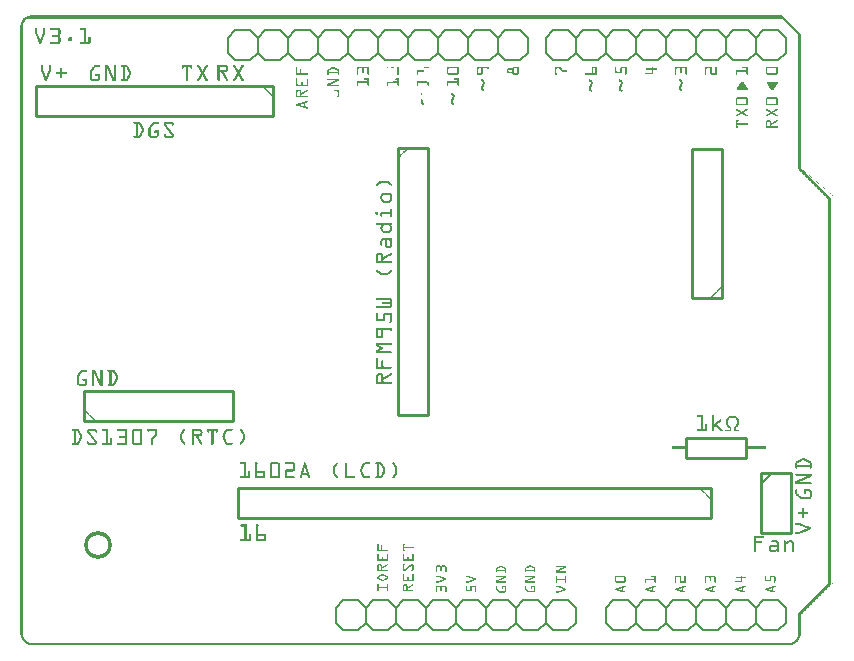
<source format=gto>
G04 MADE WITH FRITZING*
G04 WWW.FRITZING.ORG*
G04 DOUBLE SIDED*
G04 HOLES PLATED*
G04 CONTOUR ON CENTER OF CONTOUR VECTOR*
%ASAXBY*%
%FSLAX23Y23*%
%MOIN*%
%OFA0B0*%
%SFA1.0B1.0*%
%ADD10C,0.092000X0.068*%
%ADD11C,0.010000*%
%ADD12C,0.005000*%
%ADD13C,0.006000*%
%ADD14R,0.001000X0.001000*%
%LNSILK1*%
G90*
G70*
G54D10*
X259Y336D03*
G54D11*
X2422Y625D02*
X2222Y625D01*
D02*
X2222Y625D02*
X2222Y691D01*
D02*
X2222Y691D02*
X2422Y691D01*
D02*
X2422Y691D02*
X2422Y625D01*
D02*
X215Y749D02*
X709Y749D01*
D02*
X709Y749D02*
X709Y849D01*
D02*
X709Y849D02*
X215Y849D01*
D02*
X215Y849D02*
X215Y749D01*
D02*
X2303Y523D02*
X727Y523D01*
D02*
X727Y523D02*
X727Y423D01*
D02*
X727Y423D02*
X2303Y423D01*
D02*
X2303Y423D02*
X2303Y523D01*
D02*
X2339Y1159D02*
X2339Y1653D01*
D02*
X2339Y1653D02*
X2239Y1653D01*
D02*
X2239Y1653D02*
X2239Y1159D01*
D02*
X2239Y1159D02*
X2339Y1159D01*
D02*
X1259Y1657D02*
X1259Y769D01*
D02*
X1259Y769D02*
X1359Y769D01*
D02*
X1359Y769D02*
X1359Y1657D01*
D02*
X1359Y1657D02*
X1259Y1657D01*
D02*
X843Y1865D02*
X54Y1865D01*
D02*
X54Y1865D02*
X54Y1765D01*
D02*
X54Y1765D02*
X843Y1765D01*
D02*
X843Y1765D02*
X843Y1865D01*
D02*
X2471Y574D02*
X2471Y375D01*
D02*
X2471Y375D02*
X2571Y375D01*
D02*
X2571Y375D02*
X2571Y574D01*
D02*
X2571Y574D02*
X2471Y574D01*
G54D12*
D02*
X2471Y539D02*
X2506Y574D01*
G54D13*
D02*
X2278Y150D02*
X2328Y150D01*
D02*
X2328Y150D02*
X2353Y125D01*
D02*
X2353Y125D02*
X2353Y75D01*
D02*
X2353Y75D02*
X2328Y50D01*
D02*
X2353Y125D02*
X2378Y150D01*
D02*
X2378Y150D02*
X2428Y150D01*
D02*
X2428Y150D02*
X2453Y125D01*
D02*
X2453Y125D02*
X2453Y75D01*
D02*
X2453Y75D02*
X2428Y50D01*
D02*
X2428Y50D02*
X2378Y50D01*
D02*
X2378Y50D02*
X2353Y75D01*
D02*
X2153Y125D02*
X2178Y150D01*
D02*
X2178Y150D02*
X2228Y150D01*
D02*
X2228Y150D02*
X2253Y125D01*
D02*
X2253Y125D02*
X2253Y75D01*
D02*
X2253Y75D02*
X2228Y50D01*
D02*
X2228Y50D02*
X2178Y50D01*
D02*
X2178Y50D02*
X2153Y75D01*
D02*
X2278Y150D02*
X2253Y125D01*
D02*
X2253Y75D02*
X2278Y50D01*
D02*
X2328Y50D02*
X2278Y50D01*
D02*
X1978Y150D02*
X2028Y150D01*
D02*
X2028Y150D02*
X2053Y125D01*
D02*
X2053Y125D02*
X2053Y75D01*
D02*
X2053Y75D02*
X2028Y50D01*
D02*
X2053Y125D02*
X2078Y150D01*
D02*
X2078Y150D02*
X2128Y150D01*
D02*
X2128Y150D02*
X2153Y125D01*
D02*
X2153Y125D02*
X2153Y75D01*
D02*
X2153Y75D02*
X2128Y50D01*
D02*
X2128Y50D02*
X2078Y50D01*
D02*
X2078Y50D02*
X2053Y75D01*
D02*
X1953Y125D02*
X1953Y75D01*
D02*
X1978Y150D02*
X1953Y125D01*
D02*
X1953Y75D02*
X1978Y50D01*
D02*
X2028Y50D02*
X1978Y50D01*
D02*
X2478Y150D02*
X2528Y150D01*
D02*
X2528Y150D02*
X2553Y125D01*
D02*
X2553Y125D02*
X2553Y75D01*
D02*
X2553Y75D02*
X2528Y50D01*
D02*
X2478Y150D02*
X2453Y125D01*
D02*
X2453Y75D02*
X2478Y50D01*
D02*
X2528Y50D02*
X2478Y50D01*
D02*
X868Y1950D02*
X818Y1950D01*
D02*
X1068Y1950D02*
X1018Y1950D01*
D02*
X968Y1950D02*
X918Y1950D01*
D02*
X1168Y1950D02*
X1118Y1950D01*
D02*
X1368Y1950D02*
X1318Y1950D01*
D02*
X1268Y1950D02*
X1218Y1950D01*
D02*
X1468Y1950D02*
X1418Y1950D01*
D02*
X1668Y1950D02*
X1618Y1950D01*
D02*
X1568Y1950D02*
X1518Y1950D01*
D02*
X768Y1950D02*
X718Y1950D01*
D02*
X893Y1975D02*
X868Y1950D01*
D02*
X818Y1950D02*
X793Y1975D01*
D02*
X793Y1975D02*
X793Y2025D01*
D02*
X793Y2025D02*
X818Y2050D01*
D02*
X818Y2050D02*
X868Y2050D01*
D02*
X868Y2050D02*
X893Y2025D01*
D02*
X1018Y1950D02*
X993Y1975D01*
D02*
X993Y1975D02*
X993Y2025D01*
D02*
X993Y2025D02*
X1018Y2050D01*
D02*
X993Y1975D02*
X968Y1950D01*
D02*
X918Y1950D02*
X893Y1975D01*
D02*
X893Y1975D02*
X893Y2025D01*
D02*
X893Y2025D02*
X918Y2050D01*
D02*
X918Y2050D02*
X968Y2050D01*
D02*
X968Y2050D02*
X993Y2025D01*
D02*
X1193Y1975D02*
X1168Y1950D01*
D02*
X1118Y1950D02*
X1093Y1975D01*
D02*
X1093Y1975D02*
X1093Y2025D01*
D02*
X1093Y2025D02*
X1118Y2050D01*
D02*
X1118Y2050D02*
X1168Y2050D01*
D02*
X1168Y2050D02*
X1193Y2025D01*
D02*
X1068Y1950D02*
X1093Y1975D01*
D02*
X1093Y2025D02*
X1068Y2050D01*
D02*
X1018Y2050D02*
X1068Y2050D01*
D02*
X1318Y1950D02*
X1293Y1975D01*
D02*
X1293Y1975D02*
X1293Y2025D01*
D02*
X1293Y2025D02*
X1318Y2050D01*
D02*
X1293Y1975D02*
X1268Y1950D01*
D02*
X1218Y1950D02*
X1193Y1975D01*
D02*
X1193Y1975D02*
X1193Y2025D01*
D02*
X1193Y2025D02*
X1218Y2050D01*
D02*
X1218Y2050D02*
X1268Y2050D01*
D02*
X1268Y2050D02*
X1293Y2025D01*
D02*
X1493Y1975D02*
X1468Y1950D01*
D02*
X1418Y1950D02*
X1393Y1975D01*
D02*
X1393Y1975D02*
X1393Y2025D01*
D02*
X1393Y2025D02*
X1418Y2050D01*
D02*
X1418Y2050D02*
X1468Y2050D01*
D02*
X1468Y2050D02*
X1493Y2025D01*
D02*
X1368Y1950D02*
X1393Y1975D01*
D02*
X1393Y2025D02*
X1368Y2050D01*
D02*
X1318Y2050D02*
X1368Y2050D01*
D02*
X1618Y1950D02*
X1593Y1975D01*
D02*
X1593Y1975D02*
X1593Y2025D01*
D02*
X1593Y2025D02*
X1618Y2050D01*
D02*
X1593Y1975D02*
X1568Y1950D01*
D02*
X1518Y1950D02*
X1493Y1975D01*
D02*
X1493Y1975D02*
X1493Y2025D01*
D02*
X1493Y2025D02*
X1518Y2050D01*
D02*
X1518Y2050D02*
X1568Y2050D01*
D02*
X1568Y2050D02*
X1593Y2025D01*
D02*
X1693Y1975D02*
X1693Y2025D01*
D02*
X1668Y1950D02*
X1693Y1975D01*
D02*
X1693Y2025D02*
X1668Y2050D01*
D02*
X1618Y2050D02*
X1668Y2050D01*
D02*
X718Y1950D02*
X693Y1975D01*
D02*
X693Y1975D02*
X693Y2025D01*
D02*
X693Y2025D02*
X718Y2050D01*
D02*
X768Y1950D02*
X793Y1975D01*
D02*
X793Y2025D02*
X768Y2050D01*
D02*
X718Y2050D02*
X768Y2050D01*
D02*
X1928Y1950D02*
X1878Y1950D01*
D02*
X1878Y1950D02*
X1853Y1975D01*
D02*
X1853Y1975D02*
X1853Y2025D01*
D02*
X1853Y2025D02*
X1878Y2050D01*
D02*
X2053Y1975D02*
X2028Y1950D01*
D02*
X2028Y1950D02*
X1978Y1950D01*
D02*
X1978Y1950D02*
X1953Y1975D01*
D02*
X1953Y1975D02*
X1953Y2025D01*
D02*
X1953Y2025D02*
X1978Y2050D01*
D02*
X1978Y2050D02*
X2028Y2050D01*
D02*
X2028Y2050D02*
X2053Y2025D01*
D02*
X1928Y1950D02*
X1953Y1975D01*
D02*
X1953Y2025D02*
X1928Y2050D01*
D02*
X1878Y2050D02*
X1928Y2050D01*
D02*
X2228Y1950D02*
X2178Y1950D01*
D02*
X2178Y1950D02*
X2153Y1975D01*
D02*
X2153Y1975D02*
X2153Y2025D01*
D02*
X2153Y2025D02*
X2178Y2050D01*
D02*
X2153Y1975D02*
X2128Y1950D01*
D02*
X2128Y1950D02*
X2078Y1950D01*
D02*
X2078Y1950D02*
X2053Y1975D01*
D02*
X2053Y1975D02*
X2053Y2025D01*
D02*
X2053Y2025D02*
X2078Y2050D01*
D02*
X2078Y2050D02*
X2128Y2050D01*
D02*
X2128Y2050D02*
X2153Y2025D01*
D02*
X2353Y1975D02*
X2328Y1950D01*
D02*
X2328Y1950D02*
X2278Y1950D01*
D02*
X2278Y1950D02*
X2253Y1975D01*
D02*
X2253Y1975D02*
X2253Y2025D01*
D02*
X2253Y2025D02*
X2278Y2050D01*
D02*
X2278Y2050D02*
X2328Y2050D01*
D02*
X2328Y2050D02*
X2353Y2025D01*
D02*
X2228Y1950D02*
X2253Y1975D01*
D02*
X2253Y2025D02*
X2228Y2050D01*
D02*
X2178Y2050D02*
X2228Y2050D01*
D02*
X2528Y1950D02*
X2478Y1950D01*
D02*
X2478Y1950D02*
X2453Y1975D01*
D02*
X2453Y1975D02*
X2453Y2025D01*
D02*
X2453Y2025D02*
X2478Y2050D01*
D02*
X2453Y1975D02*
X2428Y1950D01*
D02*
X2428Y1950D02*
X2378Y1950D01*
D02*
X2378Y1950D02*
X2353Y1975D01*
D02*
X2353Y1975D02*
X2353Y2025D01*
D02*
X2353Y2025D02*
X2378Y2050D01*
D02*
X2378Y2050D02*
X2428Y2050D01*
D02*
X2428Y2050D02*
X2453Y2025D01*
D02*
X2553Y1975D02*
X2553Y2025D01*
D02*
X2528Y1950D02*
X2553Y1975D01*
D02*
X2553Y2025D02*
X2528Y2050D01*
D02*
X2478Y2050D02*
X2528Y2050D01*
D02*
X1828Y1950D02*
X1778Y1950D01*
D02*
X1778Y1950D02*
X1753Y1975D01*
D02*
X1753Y1975D02*
X1753Y2025D01*
D02*
X1753Y2025D02*
X1778Y2050D01*
D02*
X1828Y1950D02*
X1853Y1975D01*
D02*
X1853Y2025D02*
X1828Y2050D01*
D02*
X1778Y2050D02*
X1828Y2050D01*
D02*
X1678Y150D02*
X1728Y150D01*
D02*
X1728Y150D02*
X1753Y125D01*
D02*
X1753Y125D02*
X1753Y75D01*
D02*
X1753Y75D02*
X1728Y50D01*
D02*
X1553Y125D02*
X1578Y150D01*
D02*
X1578Y150D02*
X1628Y150D01*
D02*
X1628Y150D02*
X1653Y125D01*
D02*
X1653Y125D02*
X1653Y75D01*
D02*
X1653Y75D02*
X1628Y50D01*
D02*
X1628Y50D02*
X1578Y50D01*
D02*
X1578Y50D02*
X1553Y75D01*
D02*
X1678Y150D02*
X1653Y125D01*
D02*
X1653Y75D02*
X1678Y50D01*
D02*
X1728Y50D02*
X1678Y50D01*
D02*
X1378Y150D02*
X1428Y150D01*
D02*
X1428Y150D02*
X1453Y125D01*
D02*
X1453Y125D02*
X1453Y75D01*
D02*
X1453Y75D02*
X1428Y50D01*
D02*
X1453Y125D02*
X1478Y150D01*
D02*
X1478Y150D02*
X1528Y150D01*
D02*
X1528Y150D02*
X1553Y125D01*
D02*
X1553Y125D02*
X1553Y75D01*
D02*
X1553Y75D02*
X1528Y50D01*
D02*
X1528Y50D02*
X1478Y50D01*
D02*
X1478Y50D02*
X1453Y75D01*
D02*
X1253Y125D02*
X1278Y150D01*
D02*
X1278Y150D02*
X1328Y150D01*
D02*
X1328Y150D02*
X1353Y125D01*
D02*
X1353Y125D02*
X1353Y75D01*
D02*
X1353Y75D02*
X1328Y50D01*
D02*
X1328Y50D02*
X1278Y50D01*
D02*
X1278Y50D02*
X1253Y75D01*
D02*
X1378Y150D02*
X1353Y125D01*
D02*
X1353Y75D02*
X1378Y50D01*
D02*
X1428Y50D02*
X1378Y50D01*
D02*
X1078Y150D02*
X1128Y150D01*
D02*
X1128Y150D02*
X1153Y125D01*
D02*
X1153Y125D02*
X1153Y75D01*
D02*
X1153Y75D02*
X1128Y50D01*
D02*
X1153Y125D02*
X1178Y150D01*
D02*
X1178Y150D02*
X1228Y150D01*
D02*
X1228Y150D02*
X1253Y125D01*
D02*
X1253Y125D02*
X1253Y75D01*
D02*
X1253Y75D02*
X1228Y50D01*
D02*
X1228Y50D02*
X1178Y50D01*
D02*
X1178Y50D02*
X1153Y75D01*
D02*
X1053Y125D02*
X1053Y75D01*
D02*
X1078Y150D02*
X1053Y125D01*
D02*
X1053Y75D02*
X1078Y50D01*
D02*
X1128Y50D02*
X1078Y50D01*
D02*
X1778Y150D02*
X1828Y150D01*
D02*
X1828Y150D02*
X1853Y125D01*
D02*
X1853Y125D02*
X1853Y75D01*
D02*
X1853Y75D02*
X1828Y50D01*
D02*
X1778Y150D02*
X1753Y125D01*
D02*
X1753Y75D02*
X1778Y50D01*
D02*
X1828Y50D02*
X1778Y50D01*
G54D14*
X34Y2100D02*
X2540Y2100D01*
X30Y2099D02*
X2541Y2099D01*
X27Y2098D02*
X2542Y2098D01*
X25Y2097D02*
X2543Y2097D01*
X23Y2096D02*
X2544Y2096D01*
X21Y2095D02*
X2545Y2095D01*
X19Y2094D02*
X2546Y2094D01*
X18Y2093D02*
X2547Y2093D01*
X17Y2092D02*
X34Y2092D01*
X2538Y2092D02*
X2548Y2092D01*
X11Y2091D02*
X11Y2091D01*
X15Y2091D02*
X30Y2091D01*
X2539Y2091D02*
X2549Y2091D01*
X11Y2090D02*
X2550Y2090D01*
X11Y2089D02*
X11Y2089D01*
X13Y2089D02*
X25Y2089D01*
X2541Y2089D02*
X2551Y2089D01*
X11Y2088D02*
X24Y2088D01*
X2542Y2088D02*
X2552Y2088D01*
X11Y2087D02*
X22Y2087D01*
X2543Y2087D02*
X2553Y2087D01*
X11Y2086D02*
X21Y2086D01*
X2544Y2086D02*
X2554Y2086D01*
X10Y2085D02*
X20Y2085D01*
X2545Y2085D02*
X2555Y2085D01*
X9Y2084D02*
X19Y2084D01*
X2546Y2084D02*
X2556Y2084D01*
X8Y2083D02*
X18Y2083D01*
X2547Y2083D02*
X2557Y2083D01*
X8Y2082D02*
X17Y2082D01*
X2548Y2082D02*
X2558Y2082D01*
X7Y2081D02*
X16Y2081D01*
X2549Y2081D02*
X2559Y2081D01*
X7Y2080D02*
X15Y2080D01*
X2550Y2080D02*
X2560Y2080D01*
X6Y2079D02*
X14Y2079D01*
X2551Y2079D02*
X2561Y2079D01*
X6Y2078D02*
X14Y2078D01*
X2552Y2078D02*
X2562Y2078D01*
X5Y2077D02*
X13Y2077D01*
X2553Y2077D02*
X2563Y2077D01*
X5Y2076D02*
X12Y2076D01*
X2554Y2076D02*
X2564Y2076D01*
X4Y2075D02*
X12Y2075D01*
X2555Y2075D02*
X2565Y2075D01*
X4Y2074D02*
X11Y2074D01*
X2556Y2074D02*
X2566Y2074D01*
X4Y2073D02*
X11Y2073D01*
X2557Y2073D02*
X2567Y2073D01*
X3Y2072D02*
X11Y2072D01*
X2558Y2072D02*
X2568Y2072D01*
X3Y2071D02*
X11Y2071D01*
X2559Y2071D02*
X2569Y2071D01*
X3Y2070D02*
X11Y2070D01*
X2560Y2070D02*
X2570Y2070D01*
X3Y2069D02*
X11Y2069D01*
X2561Y2069D02*
X2571Y2069D01*
X2Y2068D02*
X11Y2068D01*
X2562Y2068D02*
X2572Y2068D01*
X2Y2067D02*
X9Y2067D01*
X11Y2067D02*
X11Y2067D01*
X2563Y2067D02*
X2573Y2067D01*
X2Y2066D02*
X9Y2066D01*
X11Y2066D02*
X11Y2066D01*
X2564Y2066D02*
X2574Y2066D01*
X2Y2065D02*
X9Y2065D01*
X11Y2065D02*
X11Y2065D01*
X2565Y2065D02*
X2575Y2065D01*
X2Y2064D02*
X9Y2064D01*
X11Y2064D02*
X11Y2064D01*
X2566Y2064D02*
X2576Y2064D01*
X2Y2063D02*
X9Y2063D01*
X11Y2063D02*
X11Y2063D01*
X2567Y2063D02*
X2577Y2063D01*
X2Y2062D02*
X9Y2062D01*
X11Y2062D02*
X11Y2062D01*
X2568Y2062D02*
X2578Y2062D01*
X2Y2061D02*
X9Y2061D01*
X11Y2061D02*
X11Y2061D01*
X2569Y2061D02*
X2579Y2061D01*
X2Y2060D02*
X9Y2060D01*
X11Y2060D02*
X11Y2060D01*
X2570Y2060D02*
X2580Y2060D01*
X2Y2059D02*
X9Y2059D01*
X11Y2059D02*
X11Y2059D01*
X2571Y2059D02*
X2581Y2059D01*
X2Y2058D02*
X9Y2058D01*
X11Y2058D02*
X11Y2058D01*
X53Y2058D02*
X55Y2058D01*
X80Y2058D02*
X83Y2058D01*
X103Y2058D02*
X130Y2058D01*
X203Y2058D02*
X221Y2058D01*
X2572Y2058D02*
X2582Y2058D01*
X2Y2057D02*
X9Y2057D01*
X11Y2057D02*
X11Y2057D01*
X52Y2057D02*
X56Y2057D01*
X79Y2057D02*
X84Y2057D01*
X102Y2057D02*
X132Y2057D01*
X202Y2057D02*
X221Y2057D01*
X2573Y2057D02*
X2583Y2057D01*
X2Y2056D02*
X9Y2056D01*
X11Y2056D02*
X11Y2056D01*
X51Y2056D02*
X57Y2056D01*
X79Y2056D02*
X84Y2056D01*
X101Y2056D02*
X133Y2056D01*
X202Y2056D02*
X221Y2056D01*
X2574Y2056D02*
X2584Y2056D01*
X2Y2055D02*
X9Y2055D01*
X11Y2055D02*
X11Y2055D01*
X51Y2055D02*
X57Y2055D01*
X78Y2055D02*
X84Y2055D01*
X101Y2055D02*
X134Y2055D01*
X201Y2055D02*
X221Y2055D01*
X2575Y2055D02*
X2585Y2055D01*
X2Y2054D02*
X9Y2054D01*
X11Y2054D02*
X11Y2054D01*
X51Y2054D02*
X57Y2054D01*
X78Y2054D02*
X84Y2054D01*
X101Y2054D02*
X134Y2054D01*
X202Y2054D02*
X221Y2054D01*
X2576Y2054D02*
X2586Y2054D01*
X2Y2053D02*
X9Y2053D01*
X11Y2053D02*
X11Y2053D01*
X51Y2053D02*
X57Y2053D01*
X78Y2053D02*
X84Y2053D01*
X102Y2053D02*
X134Y2053D01*
X202Y2053D02*
X221Y2053D01*
X2577Y2053D02*
X2587Y2053D01*
X2Y2052D02*
X9Y2052D01*
X11Y2052D02*
X11Y2052D01*
X51Y2052D02*
X57Y2052D01*
X78Y2052D02*
X84Y2052D01*
X103Y2052D02*
X135Y2052D01*
X203Y2052D02*
X221Y2052D01*
X2578Y2052D02*
X2588Y2052D01*
X2Y2051D02*
X9Y2051D01*
X11Y2051D02*
X11Y2051D01*
X51Y2051D02*
X57Y2051D01*
X78Y2051D02*
X84Y2051D01*
X129Y2051D02*
X135Y2051D01*
X215Y2051D02*
X221Y2051D01*
X2579Y2051D02*
X2589Y2051D01*
X2Y2050D02*
X9Y2050D01*
X11Y2050D02*
X11Y2050D01*
X51Y2050D02*
X57Y2050D01*
X78Y2050D02*
X84Y2050D01*
X129Y2050D02*
X135Y2050D01*
X215Y2050D02*
X221Y2050D01*
X2580Y2050D02*
X2590Y2050D01*
X2Y2049D02*
X9Y2049D01*
X11Y2049D02*
X11Y2049D01*
X51Y2049D02*
X57Y2049D01*
X78Y2049D02*
X84Y2049D01*
X129Y2049D02*
X135Y2049D01*
X215Y2049D02*
X221Y2049D01*
X2581Y2049D02*
X2591Y2049D01*
X2Y2048D02*
X9Y2048D01*
X11Y2048D02*
X11Y2048D01*
X51Y2048D02*
X57Y2048D01*
X78Y2048D02*
X84Y2048D01*
X129Y2048D02*
X135Y2048D01*
X215Y2048D02*
X221Y2048D01*
X2582Y2048D02*
X2592Y2048D01*
X2Y2047D02*
X9Y2047D01*
X11Y2047D02*
X11Y2047D01*
X51Y2047D02*
X57Y2047D01*
X78Y2047D02*
X84Y2047D01*
X129Y2047D02*
X135Y2047D01*
X215Y2047D02*
X221Y2047D01*
X2583Y2047D02*
X2593Y2047D01*
X2Y2046D02*
X9Y2046D01*
X11Y2046D02*
X11Y2046D01*
X51Y2046D02*
X57Y2046D01*
X78Y2046D02*
X84Y2046D01*
X129Y2046D02*
X135Y2046D01*
X215Y2046D02*
X221Y2046D01*
X2584Y2046D02*
X2594Y2046D01*
X2Y2045D02*
X9Y2045D01*
X11Y2045D02*
X11Y2045D01*
X51Y2045D02*
X57Y2045D01*
X78Y2045D02*
X84Y2045D01*
X129Y2045D02*
X135Y2045D01*
X215Y2045D02*
X221Y2045D01*
X2585Y2045D02*
X2595Y2045D01*
X2Y2044D02*
X9Y2044D01*
X11Y2044D02*
X11Y2044D01*
X51Y2044D02*
X57Y2044D01*
X78Y2044D02*
X84Y2044D01*
X129Y2044D02*
X135Y2044D01*
X215Y2044D02*
X221Y2044D01*
X2586Y2044D02*
X2596Y2044D01*
X2Y2043D02*
X9Y2043D01*
X11Y2043D02*
X11Y2043D01*
X51Y2043D02*
X57Y2043D01*
X78Y2043D02*
X84Y2043D01*
X129Y2043D02*
X135Y2043D01*
X215Y2043D02*
X221Y2043D01*
X2587Y2043D02*
X2597Y2043D01*
X2Y2042D02*
X9Y2042D01*
X11Y2042D02*
X11Y2042D01*
X51Y2042D02*
X58Y2042D01*
X78Y2042D02*
X84Y2042D01*
X129Y2042D02*
X135Y2042D01*
X215Y2042D02*
X221Y2042D01*
X2588Y2042D02*
X2598Y2042D01*
X2Y2041D02*
X9Y2041D01*
X11Y2041D02*
X11Y2041D01*
X51Y2041D02*
X58Y2041D01*
X77Y2041D02*
X84Y2041D01*
X129Y2041D02*
X135Y2041D01*
X215Y2041D02*
X221Y2041D01*
X2589Y2041D02*
X2599Y2041D01*
X2Y2040D02*
X9Y2040D01*
X11Y2040D02*
X11Y2040D01*
X52Y2040D02*
X58Y2040D01*
X77Y2040D02*
X83Y2040D01*
X129Y2040D02*
X135Y2040D01*
X215Y2040D02*
X221Y2040D01*
X2590Y2040D02*
X2600Y2040D01*
X2Y2039D02*
X9Y2039D01*
X11Y2039D02*
X11Y2039D01*
X52Y2039D02*
X59Y2039D01*
X76Y2039D02*
X83Y2039D01*
X129Y2039D02*
X135Y2039D01*
X215Y2039D02*
X221Y2039D01*
X2591Y2039D02*
X2601Y2039D01*
X2Y2038D02*
X9Y2038D01*
X11Y2038D02*
X11Y2038D01*
X53Y2038D02*
X59Y2038D01*
X76Y2038D02*
X83Y2038D01*
X128Y2038D02*
X135Y2038D01*
X215Y2038D02*
X221Y2038D01*
X2592Y2038D02*
X2602Y2038D01*
X2Y2037D02*
X9Y2037D01*
X11Y2037D02*
X11Y2037D01*
X53Y2037D02*
X60Y2037D01*
X76Y2037D02*
X82Y2037D01*
X128Y2037D02*
X134Y2037D01*
X215Y2037D02*
X221Y2037D01*
X2593Y2037D02*
X2602Y2037D01*
X2Y2036D02*
X9Y2036D01*
X11Y2036D02*
X11Y2036D01*
X53Y2036D02*
X60Y2036D01*
X75Y2036D02*
X82Y2036D01*
X127Y2036D02*
X134Y2036D01*
X215Y2036D02*
X221Y2036D01*
X2594Y2036D02*
X2602Y2036D01*
X2Y2035D02*
X9Y2035D01*
X11Y2035D02*
X11Y2035D01*
X54Y2035D02*
X60Y2035D01*
X75Y2035D02*
X81Y2035D01*
X112Y2035D02*
X134Y2035D01*
X215Y2035D02*
X221Y2035D01*
X2595Y2035D02*
X2602Y2035D01*
X2Y2034D02*
X9Y2034D01*
X11Y2034D02*
X11Y2034D01*
X54Y2034D02*
X61Y2034D01*
X75Y2034D02*
X81Y2034D01*
X109Y2034D02*
X134Y2034D01*
X215Y2034D02*
X221Y2034D01*
X2595Y2034D02*
X2602Y2034D01*
X2Y2033D02*
X9Y2033D01*
X11Y2033D02*
X11Y2033D01*
X55Y2033D02*
X61Y2033D01*
X74Y2033D02*
X81Y2033D01*
X108Y2033D02*
X133Y2033D01*
X215Y2033D02*
X221Y2033D01*
X2595Y2033D02*
X2602Y2033D01*
X2Y2032D02*
X9Y2032D01*
X11Y2032D02*
X11Y2032D01*
X55Y2032D02*
X61Y2032D01*
X74Y2032D02*
X80Y2032D01*
X108Y2032D02*
X132Y2032D01*
X215Y2032D02*
X221Y2032D01*
X2595Y2032D02*
X2602Y2032D01*
X2Y2031D02*
X9Y2031D01*
X11Y2031D02*
X11Y2031D01*
X55Y2031D02*
X62Y2031D01*
X73Y2031D02*
X80Y2031D01*
X108Y2031D02*
X132Y2031D01*
X215Y2031D02*
X221Y2031D01*
X2595Y2031D02*
X2602Y2031D01*
X2Y2030D02*
X9Y2030D01*
X11Y2030D02*
X11Y2030D01*
X56Y2030D02*
X62Y2030D01*
X73Y2030D02*
X80Y2030D01*
X108Y2030D02*
X133Y2030D01*
X215Y2030D02*
X221Y2030D01*
X2595Y2030D02*
X2602Y2030D01*
X2Y2029D02*
X9Y2029D01*
X11Y2029D02*
X11Y2029D01*
X56Y2029D02*
X63Y2029D01*
X73Y2029D02*
X79Y2029D01*
X109Y2029D02*
X134Y2029D01*
X215Y2029D02*
X221Y2029D01*
X232Y2029D02*
X232Y2029D01*
X2595Y2029D02*
X2602Y2029D01*
X2Y2028D02*
X9Y2028D01*
X11Y2028D02*
X11Y2028D01*
X56Y2028D02*
X63Y2028D01*
X72Y2028D02*
X79Y2028D01*
X111Y2028D02*
X134Y2028D01*
X215Y2028D02*
X221Y2028D01*
X230Y2028D02*
X234Y2028D01*
X2595Y2028D02*
X2602Y2028D01*
X2Y2027D02*
X9Y2027D01*
X11Y2027D02*
X11Y2027D01*
X57Y2027D02*
X63Y2027D01*
X72Y2027D02*
X78Y2027D01*
X127Y2027D02*
X134Y2027D01*
X215Y2027D02*
X221Y2027D01*
X229Y2027D02*
X235Y2027D01*
X2595Y2027D02*
X2602Y2027D01*
X2Y2026D02*
X9Y2026D01*
X11Y2026D02*
X11Y2026D01*
X57Y2026D02*
X64Y2026D01*
X71Y2026D02*
X78Y2026D01*
X128Y2026D02*
X134Y2026D01*
X164Y2026D02*
X172Y2026D01*
X215Y2026D02*
X221Y2026D01*
X229Y2026D02*
X235Y2026D01*
X2595Y2026D02*
X2602Y2026D01*
X2Y2025D02*
X9Y2025D01*
X11Y2025D02*
X11Y2025D01*
X58Y2025D02*
X64Y2025D01*
X71Y2025D02*
X78Y2025D01*
X128Y2025D02*
X135Y2025D01*
X163Y2025D02*
X173Y2025D01*
X215Y2025D02*
X221Y2025D01*
X229Y2025D02*
X235Y2025D01*
X2595Y2025D02*
X2602Y2025D01*
X2Y2024D02*
X9Y2024D01*
X11Y2024D02*
X11Y2024D01*
X58Y2024D02*
X65Y2024D01*
X71Y2024D02*
X77Y2024D01*
X129Y2024D02*
X135Y2024D01*
X162Y2024D02*
X174Y2024D01*
X215Y2024D02*
X221Y2024D01*
X229Y2024D02*
X235Y2024D01*
X2595Y2024D02*
X2602Y2024D01*
X2Y2023D02*
X9Y2023D01*
X11Y2023D02*
X11Y2023D01*
X58Y2023D02*
X65Y2023D01*
X70Y2023D02*
X77Y2023D01*
X129Y2023D02*
X135Y2023D01*
X162Y2023D02*
X174Y2023D01*
X215Y2023D02*
X221Y2023D01*
X229Y2023D02*
X235Y2023D01*
X2595Y2023D02*
X2602Y2023D01*
X2Y2022D02*
X9Y2022D01*
X11Y2022D02*
X11Y2022D01*
X59Y2022D02*
X65Y2022D01*
X70Y2022D02*
X76Y2022D01*
X129Y2022D02*
X135Y2022D01*
X162Y2022D02*
X174Y2022D01*
X215Y2022D02*
X221Y2022D01*
X229Y2022D02*
X235Y2022D01*
X2595Y2022D02*
X2602Y2022D01*
X2Y2021D02*
X9Y2021D01*
X11Y2021D02*
X11Y2021D01*
X59Y2021D02*
X66Y2021D01*
X69Y2021D02*
X76Y2021D01*
X129Y2021D02*
X135Y2021D01*
X162Y2021D02*
X174Y2021D01*
X215Y2021D02*
X221Y2021D01*
X229Y2021D02*
X235Y2021D01*
X2595Y2021D02*
X2602Y2021D01*
X2Y2020D02*
X9Y2020D01*
X11Y2020D02*
X11Y2020D01*
X60Y2020D02*
X66Y2020D01*
X69Y2020D02*
X76Y2020D01*
X129Y2020D02*
X135Y2020D01*
X162Y2020D02*
X174Y2020D01*
X215Y2020D02*
X221Y2020D01*
X229Y2020D02*
X235Y2020D01*
X2595Y2020D02*
X2602Y2020D01*
X2Y2019D02*
X9Y2019D01*
X11Y2019D02*
X11Y2019D01*
X60Y2019D02*
X67Y2019D01*
X69Y2019D02*
X75Y2019D01*
X129Y2019D02*
X135Y2019D01*
X162Y2019D02*
X174Y2019D01*
X215Y2019D02*
X221Y2019D01*
X229Y2019D02*
X235Y2019D01*
X2595Y2019D02*
X2602Y2019D01*
X2Y2018D02*
X9Y2018D01*
X11Y2018D02*
X11Y2018D01*
X60Y2018D02*
X75Y2018D01*
X129Y2018D02*
X135Y2018D01*
X162Y2018D02*
X174Y2018D01*
X215Y2018D02*
X221Y2018D01*
X229Y2018D02*
X235Y2018D01*
X2595Y2018D02*
X2602Y2018D01*
X2Y2017D02*
X9Y2017D01*
X11Y2017D02*
X11Y2017D01*
X61Y2017D02*
X74Y2017D01*
X129Y2017D02*
X135Y2017D01*
X162Y2017D02*
X174Y2017D01*
X215Y2017D02*
X221Y2017D01*
X229Y2017D02*
X235Y2017D01*
X2595Y2017D02*
X2602Y2017D01*
X2Y2016D02*
X9Y2016D01*
X11Y2016D02*
X11Y2016D01*
X61Y2016D02*
X74Y2016D01*
X129Y2016D02*
X135Y2016D01*
X162Y2016D02*
X174Y2016D01*
X215Y2016D02*
X221Y2016D01*
X229Y2016D02*
X235Y2016D01*
X2595Y2016D02*
X2602Y2016D01*
X2Y2015D02*
X9Y2015D01*
X11Y2015D02*
X11Y2015D01*
X62Y2015D02*
X74Y2015D01*
X129Y2015D02*
X135Y2015D01*
X162Y2015D02*
X174Y2015D01*
X215Y2015D02*
X221Y2015D01*
X229Y2015D02*
X235Y2015D01*
X2595Y2015D02*
X2602Y2015D01*
X2Y2014D02*
X9Y2014D01*
X11Y2014D02*
X11Y2014D01*
X62Y2014D02*
X73Y2014D01*
X129Y2014D02*
X135Y2014D01*
X163Y2014D02*
X173Y2014D01*
X215Y2014D02*
X221Y2014D01*
X229Y2014D02*
X235Y2014D01*
X2595Y2014D02*
X2602Y2014D01*
X2Y2013D02*
X9Y2013D01*
X11Y2013D02*
X11Y2013D01*
X62Y2013D02*
X73Y2013D01*
X129Y2013D02*
X135Y2013D01*
X215Y2013D02*
X221Y2013D01*
X229Y2013D02*
X235Y2013D01*
X2595Y2013D02*
X2602Y2013D01*
X2Y2012D02*
X9Y2012D01*
X11Y2012D02*
X11Y2012D01*
X63Y2012D02*
X72Y2012D01*
X129Y2012D02*
X135Y2012D01*
X215Y2012D02*
X221Y2012D01*
X229Y2012D02*
X235Y2012D01*
X2595Y2012D02*
X2602Y2012D01*
X2Y2011D02*
X9Y2011D01*
X11Y2011D02*
X11Y2011D01*
X63Y2011D02*
X72Y2011D01*
X103Y2011D02*
X135Y2011D01*
X203Y2011D02*
X235Y2011D01*
X2595Y2011D02*
X2602Y2011D01*
X2Y2010D02*
X9Y2010D01*
X11Y2010D02*
X11Y2010D01*
X63Y2010D02*
X72Y2010D01*
X102Y2010D02*
X134Y2010D01*
X202Y2010D02*
X235Y2010D01*
X2595Y2010D02*
X2602Y2010D01*
X2Y2009D02*
X9Y2009D01*
X11Y2009D02*
X11Y2009D01*
X64Y2009D02*
X71Y2009D01*
X101Y2009D02*
X134Y2009D01*
X202Y2009D02*
X235Y2009D01*
X2595Y2009D02*
X2602Y2009D01*
X2Y2008D02*
X9Y2008D01*
X11Y2008D02*
X11Y2008D01*
X64Y2008D02*
X71Y2008D01*
X101Y2008D02*
X134Y2008D01*
X201Y2008D02*
X235Y2008D01*
X2595Y2008D02*
X2602Y2008D01*
X2Y2007D02*
X9Y2007D01*
X11Y2007D02*
X11Y2007D01*
X65Y2007D02*
X71Y2007D01*
X101Y2007D02*
X133Y2007D01*
X202Y2007D02*
X235Y2007D01*
X2595Y2007D02*
X2602Y2007D01*
X2Y2006D02*
X9Y2006D01*
X11Y2006D02*
X11Y2006D01*
X65Y2006D02*
X70Y2006D01*
X102Y2006D02*
X132Y2006D01*
X202Y2006D02*
X234Y2006D01*
X2595Y2006D02*
X2602Y2006D01*
X2Y2005D02*
X9Y2005D01*
X11Y2005D02*
X11Y2005D01*
X66Y2005D02*
X69Y2005D01*
X103Y2005D02*
X130Y2005D01*
X203Y2005D02*
X233Y2005D01*
X2595Y2005D02*
X2602Y2005D01*
X2Y2004D02*
X9Y2004D01*
X11Y2004D02*
X11Y2004D01*
X2595Y2004D02*
X2602Y2004D01*
X2Y2003D02*
X9Y2003D01*
X11Y2003D02*
X11Y2003D01*
X2595Y2003D02*
X2602Y2003D01*
X2Y2002D02*
X9Y2002D01*
X11Y2002D02*
X11Y2002D01*
X2595Y2002D02*
X2602Y2002D01*
X2Y2001D02*
X9Y2001D01*
X11Y2001D02*
X11Y2001D01*
X2595Y2001D02*
X2602Y2001D01*
X2Y2000D02*
X9Y2000D01*
X11Y2000D02*
X11Y2000D01*
X2595Y2000D02*
X2602Y2000D01*
X2Y1999D02*
X9Y1999D01*
X11Y1999D02*
X11Y1999D01*
X2595Y1999D02*
X2602Y1999D01*
X2Y1998D02*
X9Y1998D01*
X11Y1998D02*
X11Y1998D01*
X2595Y1998D02*
X2602Y1998D01*
X2Y1997D02*
X9Y1997D01*
X11Y1997D02*
X11Y1997D01*
X2595Y1997D02*
X2602Y1997D01*
X2Y1996D02*
X9Y1996D01*
X11Y1996D02*
X11Y1996D01*
X2595Y1996D02*
X2602Y1996D01*
X2Y1995D02*
X9Y1995D01*
X11Y1995D02*
X11Y1995D01*
X2595Y1995D02*
X2602Y1995D01*
X2Y1994D02*
X9Y1994D01*
X11Y1994D02*
X11Y1994D01*
X2595Y1994D02*
X2602Y1994D01*
X2Y1993D02*
X9Y1993D01*
X11Y1993D02*
X11Y1993D01*
X2595Y1993D02*
X2602Y1993D01*
X2Y1992D02*
X9Y1992D01*
X11Y1992D02*
X11Y1992D01*
X2595Y1992D02*
X2602Y1992D01*
X2Y1991D02*
X9Y1991D01*
X11Y1991D02*
X11Y1991D01*
X2595Y1991D02*
X2602Y1991D01*
X2Y1990D02*
X9Y1990D01*
X11Y1990D02*
X11Y1990D01*
X2595Y1990D02*
X2602Y1990D01*
X2Y1989D02*
X9Y1989D01*
X11Y1989D02*
X11Y1989D01*
X2595Y1989D02*
X2602Y1989D01*
X2Y1988D02*
X9Y1988D01*
X11Y1988D02*
X11Y1988D01*
X2595Y1988D02*
X2602Y1988D01*
X2Y1987D02*
X9Y1987D01*
X11Y1987D02*
X11Y1987D01*
X2595Y1987D02*
X2602Y1987D01*
X2Y1986D02*
X9Y1986D01*
X11Y1986D02*
X11Y1986D01*
X2595Y1986D02*
X2602Y1986D01*
X2Y1985D02*
X9Y1985D01*
X11Y1985D02*
X11Y1985D01*
X2595Y1985D02*
X2602Y1985D01*
X2Y1984D02*
X9Y1984D01*
X11Y1984D02*
X11Y1984D01*
X2595Y1984D02*
X2602Y1984D01*
X2Y1983D02*
X9Y1983D01*
X11Y1983D02*
X11Y1983D01*
X2595Y1983D02*
X2602Y1983D01*
X2Y1982D02*
X9Y1982D01*
X11Y1982D02*
X11Y1982D01*
X2595Y1982D02*
X2602Y1982D01*
X2Y1981D02*
X9Y1981D01*
X11Y1981D02*
X11Y1981D01*
X2595Y1981D02*
X2602Y1981D01*
X2Y1980D02*
X9Y1980D01*
X11Y1980D02*
X11Y1980D01*
X2595Y1980D02*
X2602Y1980D01*
X2Y1979D02*
X9Y1979D01*
X11Y1979D02*
X11Y1979D01*
X2595Y1979D02*
X2602Y1979D01*
X2Y1978D02*
X9Y1978D01*
X11Y1978D02*
X11Y1978D01*
X2595Y1978D02*
X2602Y1978D01*
X2Y1977D02*
X9Y1977D01*
X11Y1977D02*
X11Y1977D01*
X2595Y1977D02*
X2602Y1977D01*
X2Y1976D02*
X9Y1976D01*
X11Y1976D02*
X11Y1976D01*
X2595Y1976D02*
X2602Y1976D01*
X2Y1975D02*
X9Y1975D01*
X11Y1975D02*
X11Y1975D01*
X2595Y1975D02*
X2602Y1975D01*
X2Y1974D02*
X9Y1974D01*
X11Y1974D02*
X11Y1974D01*
X2595Y1974D02*
X2602Y1974D01*
X2Y1973D02*
X9Y1973D01*
X11Y1973D02*
X11Y1973D01*
X2595Y1973D02*
X2602Y1973D01*
X2Y1972D02*
X9Y1972D01*
X11Y1972D02*
X11Y1972D01*
X2595Y1972D02*
X2602Y1972D01*
X2Y1971D02*
X9Y1971D01*
X11Y1971D02*
X11Y1971D01*
X2595Y1971D02*
X2602Y1971D01*
X2Y1970D02*
X9Y1970D01*
X11Y1970D02*
X11Y1970D01*
X2595Y1970D02*
X2602Y1970D01*
X2Y1969D02*
X9Y1969D01*
X11Y1969D02*
X11Y1969D01*
X2595Y1969D02*
X2602Y1969D01*
X2Y1968D02*
X9Y1968D01*
X11Y1968D02*
X11Y1968D01*
X2595Y1968D02*
X2602Y1968D01*
X2Y1967D02*
X9Y1967D01*
X11Y1967D02*
X11Y1967D01*
X2595Y1967D02*
X2602Y1967D01*
X2Y1966D02*
X9Y1966D01*
X11Y1966D02*
X11Y1966D01*
X2595Y1966D02*
X2602Y1966D01*
X2Y1965D02*
X9Y1965D01*
X11Y1965D02*
X11Y1965D01*
X2595Y1965D02*
X2602Y1965D01*
X2Y1964D02*
X9Y1964D01*
X11Y1964D02*
X11Y1964D01*
X2595Y1964D02*
X2602Y1964D01*
X2Y1963D02*
X9Y1963D01*
X11Y1963D02*
X11Y1963D01*
X2595Y1963D02*
X2602Y1963D01*
X2Y1962D02*
X9Y1962D01*
X11Y1962D02*
X11Y1962D01*
X2595Y1962D02*
X2602Y1962D01*
X2Y1961D02*
X9Y1961D01*
X11Y1961D02*
X11Y1961D01*
X2595Y1961D02*
X2602Y1961D01*
X2Y1960D02*
X9Y1960D01*
X11Y1960D02*
X11Y1960D01*
X2595Y1960D02*
X2602Y1960D01*
X2Y1959D02*
X9Y1959D01*
X11Y1959D02*
X11Y1959D01*
X2595Y1959D02*
X2602Y1959D01*
X2Y1958D02*
X9Y1958D01*
X11Y1958D02*
X11Y1958D01*
X2595Y1958D02*
X2602Y1958D01*
X2Y1957D02*
X9Y1957D01*
X11Y1957D02*
X11Y1957D01*
X2595Y1957D02*
X2602Y1957D01*
X2Y1956D02*
X9Y1956D01*
X11Y1956D02*
X11Y1956D01*
X2595Y1956D02*
X2602Y1956D01*
X2Y1955D02*
X9Y1955D01*
X11Y1955D02*
X11Y1955D01*
X2595Y1955D02*
X2602Y1955D01*
X2Y1954D02*
X9Y1954D01*
X11Y1954D02*
X11Y1954D01*
X2595Y1954D02*
X2602Y1954D01*
X2Y1953D02*
X9Y1953D01*
X11Y1953D02*
X11Y1953D01*
X2595Y1953D02*
X2602Y1953D01*
X2Y1952D02*
X9Y1952D01*
X11Y1952D02*
X11Y1952D01*
X2595Y1952D02*
X2602Y1952D01*
X2Y1951D02*
X9Y1951D01*
X11Y1951D02*
X11Y1951D01*
X2595Y1951D02*
X2602Y1951D01*
X2Y1950D02*
X9Y1950D01*
X11Y1950D02*
X11Y1950D01*
X2595Y1950D02*
X2602Y1950D01*
X2Y1949D02*
X9Y1949D01*
X11Y1949D02*
X11Y1949D01*
X2595Y1949D02*
X2602Y1949D01*
X2Y1948D02*
X9Y1948D01*
X11Y1948D02*
X11Y1948D01*
X2595Y1948D02*
X2602Y1948D01*
X2Y1947D02*
X9Y1947D01*
X11Y1947D02*
X11Y1947D01*
X2595Y1947D02*
X2602Y1947D01*
X2Y1946D02*
X9Y1946D01*
X11Y1946D02*
X11Y1946D01*
X2595Y1946D02*
X2602Y1946D01*
X2Y1945D02*
X9Y1945D01*
X11Y1945D02*
X11Y1945D01*
X2595Y1945D02*
X2602Y1945D01*
X2Y1944D02*
X9Y1944D01*
X11Y1944D02*
X11Y1944D01*
X2595Y1944D02*
X2602Y1944D01*
X2Y1943D02*
X9Y1943D01*
X11Y1943D02*
X11Y1943D01*
X2595Y1943D02*
X2602Y1943D01*
X2Y1942D02*
X9Y1942D01*
X11Y1942D02*
X11Y1942D01*
X2595Y1942D02*
X2602Y1942D01*
X2Y1941D02*
X9Y1941D01*
X11Y1941D02*
X11Y1941D01*
X2595Y1941D02*
X2602Y1941D01*
X2Y1940D02*
X9Y1940D01*
X11Y1940D02*
X11Y1940D01*
X2595Y1940D02*
X2602Y1940D01*
X2Y1939D02*
X9Y1939D01*
X11Y1939D02*
X11Y1939D01*
X2595Y1939D02*
X2602Y1939D01*
X2Y1938D02*
X9Y1938D01*
X11Y1938D02*
X11Y1938D01*
X2595Y1938D02*
X2602Y1938D01*
X2Y1937D02*
X9Y1937D01*
X11Y1937D02*
X11Y1937D01*
X2595Y1937D02*
X2602Y1937D01*
X2Y1936D02*
X9Y1936D01*
X11Y1936D02*
X11Y1936D01*
X2595Y1936D02*
X2602Y1936D01*
X2Y1935D02*
X9Y1935D01*
X11Y1935D02*
X11Y1935D01*
X71Y1935D02*
X74Y1935D01*
X99Y1935D02*
X103Y1935D01*
X253Y1935D02*
X265Y1935D01*
X285Y1935D02*
X293Y1935D01*
X316Y1935D02*
X316Y1935D01*
X339Y1935D02*
X353Y1935D01*
X540Y1935D02*
X574Y1935D01*
X593Y1935D02*
X596Y1935D01*
X621Y1935D02*
X624Y1935D01*
X659Y1935D02*
X687Y1935D01*
X713Y1935D02*
X716Y1935D01*
X741Y1935D02*
X744Y1935D01*
X2595Y1935D02*
X2602Y1935D01*
X2Y1934D02*
X9Y1934D01*
X11Y1934D02*
X11Y1934D01*
X70Y1934D02*
X75Y1934D01*
X98Y1934D02*
X103Y1934D01*
X250Y1934D02*
X267Y1934D01*
X285Y1934D02*
X294Y1934D01*
X314Y1934D02*
X318Y1934D01*
X337Y1934D02*
X356Y1934D01*
X540Y1934D02*
X574Y1934D01*
X592Y1934D02*
X597Y1934D01*
X620Y1934D02*
X625Y1934D01*
X659Y1934D02*
X689Y1934D01*
X712Y1934D02*
X717Y1934D01*
X740Y1934D02*
X745Y1934D01*
X2595Y1934D02*
X2602Y1934D01*
X2Y1933D02*
X9Y1933D01*
X11Y1933D02*
X11Y1933D01*
X70Y1933D02*
X76Y1933D01*
X98Y1933D02*
X104Y1933D01*
X248Y1933D02*
X268Y1933D01*
X285Y1933D02*
X294Y1933D01*
X313Y1933D02*
X319Y1933D01*
X336Y1933D02*
X358Y1933D01*
X540Y1933D02*
X574Y1933D01*
X592Y1933D02*
X598Y1933D01*
X620Y1933D02*
X626Y1933D01*
X659Y1933D02*
X690Y1933D01*
X711Y1933D02*
X717Y1933D01*
X739Y1933D02*
X745Y1933D01*
X2595Y1933D02*
X2602Y1933D01*
X2Y1932D02*
X9Y1932D01*
X11Y1932D02*
X11Y1932D01*
X70Y1932D02*
X76Y1932D01*
X98Y1932D02*
X104Y1932D01*
X247Y1932D02*
X268Y1932D01*
X285Y1932D02*
X295Y1932D01*
X313Y1932D02*
X319Y1932D01*
X336Y1932D02*
X359Y1932D01*
X540Y1932D02*
X574Y1932D01*
X591Y1932D02*
X598Y1932D01*
X619Y1932D02*
X626Y1932D01*
X659Y1932D02*
X691Y1932D01*
X711Y1932D02*
X718Y1932D01*
X739Y1932D02*
X745Y1932D01*
X2595Y1932D02*
X2602Y1932D01*
X2Y1931D02*
X9Y1931D01*
X11Y1931D02*
X11Y1931D01*
X70Y1931D02*
X76Y1931D01*
X98Y1931D02*
X104Y1931D01*
X246Y1931D02*
X268Y1931D01*
X285Y1931D02*
X295Y1931D01*
X313Y1931D02*
X319Y1931D01*
X336Y1931D02*
X360Y1931D01*
X540Y1931D02*
X574Y1931D01*
X592Y1931D02*
X599Y1931D01*
X618Y1931D02*
X626Y1931D01*
X659Y1931D02*
X692Y1931D01*
X711Y1931D02*
X718Y1931D01*
X738Y1931D02*
X745Y1931D01*
X2595Y1931D02*
X2602Y1931D01*
X2Y1930D02*
X9Y1930D01*
X11Y1930D02*
X11Y1930D01*
X70Y1930D02*
X76Y1930D01*
X98Y1930D02*
X104Y1930D01*
X246Y1930D02*
X268Y1930D01*
X285Y1930D02*
X295Y1930D01*
X313Y1930D02*
X319Y1930D01*
X336Y1930D02*
X361Y1930D01*
X540Y1930D02*
X574Y1930D01*
X592Y1930D02*
X599Y1930D01*
X618Y1930D02*
X625Y1930D01*
X659Y1930D02*
X693Y1930D01*
X712Y1930D02*
X719Y1930D01*
X737Y1930D02*
X745Y1930D01*
X2595Y1930D02*
X2602Y1930D01*
X2Y1929D02*
X9Y1929D01*
X11Y1929D02*
X11Y1929D01*
X70Y1929D02*
X76Y1929D01*
X98Y1929D02*
X104Y1929D01*
X245Y1929D02*
X267Y1929D01*
X285Y1929D02*
X296Y1929D01*
X313Y1929D02*
X319Y1929D01*
X337Y1929D02*
X361Y1929D01*
X540Y1929D02*
X574Y1929D01*
X593Y1929D02*
X600Y1929D01*
X617Y1929D02*
X625Y1929D01*
X659Y1929D02*
X693Y1929D01*
X712Y1929D02*
X720Y1929D01*
X737Y1929D02*
X744Y1929D01*
X2595Y1929D02*
X2602Y1929D01*
X2Y1928D02*
X9Y1928D01*
X11Y1928D02*
X11Y1928D01*
X70Y1928D02*
X76Y1928D01*
X98Y1928D02*
X104Y1928D01*
X244Y1928D02*
X254Y1928D01*
X285Y1928D02*
X296Y1928D01*
X313Y1928D02*
X319Y1928D01*
X342Y1928D02*
X349Y1928D01*
X353Y1928D02*
X362Y1928D01*
X540Y1928D02*
X546Y1928D01*
X554Y1928D02*
X560Y1928D01*
X568Y1928D02*
X574Y1928D01*
X593Y1928D02*
X601Y1928D01*
X617Y1928D02*
X624Y1928D01*
X659Y1928D02*
X666Y1928D01*
X686Y1928D02*
X693Y1928D01*
X713Y1928D02*
X720Y1928D01*
X736Y1928D02*
X744Y1928D01*
X1127Y1928D02*
X1141Y1928D01*
X1147Y1928D02*
X1160Y1928D01*
X1227Y1928D02*
X1243Y1928D01*
X1261Y1928D02*
X1262Y1928D01*
X1347Y1928D02*
X1362Y1928D01*
X1427Y1928D02*
X1460Y1928D01*
X1525Y1928D02*
X1562Y1928D01*
X1645Y1928D02*
X1660Y1928D01*
X1784Y1928D02*
X1800Y1928D01*
X1908Y1928D02*
X1922Y1928D01*
X1985Y1928D02*
X1987Y1928D01*
X2005Y1928D02*
X2020Y1928D01*
X2187Y1928D02*
X2200Y1928D01*
X2207Y1928D02*
X2220Y1928D01*
X2287Y1928D02*
X2303Y1928D01*
X2321Y1928D02*
X2322Y1928D01*
X2410Y1928D02*
X2425Y1928D01*
X2490Y1928D02*
X2523Y1928D01*
X2595Y1928D02*
X2602Y1928D01*
X2Y1927D02*
X9Y1927D01*
X11Y1927D02*
X11Y1927D01*
X70Y1927D02*
X76Y1927D01*
X98Y1927D02*
X104Y1927D01*
X243Y1927D02*
X251Y1927D01*
X285Y1927D02*
X297Y1927D01*
X313Y1927D02*
X319Y1927D01*
X343Y1927D02*
X349Y1927D01*
X355Y1927D02*
X362Y1927D01*
X540Y1927D02*
X546Y1927D01*
X554Y1927D02*
X560Y1927D01*
X568Y1927D02*
X574Y1927D01*
X594Y1927D02*
X601Y1927D01*
X616Y1927D02*
X623Y1927D01*
X659Y1927D02*
X666Y1927D01*
X687Y1927D02*
X694Y1927D01*
X713Y1927D02*
X721Y1927D01*
X736Y1927D02*
X743Y1927D01*
X921Y1927D02*
X924Y1927D01*
X1042Y1927D02*
X1047Y1927D01*
X1126Y1927D02*
X1143Y1927D01*
X1145Y1927D02*
X1162Y1927D01*
X1226Y1927D02*
X1244Y1927D01*
X1260Y1927D02*
X1263Y1927D01*
X1346Y1927D02*
X1363Y1927D01*
X1426Y1927D02*
X1462Y1927D01*
X1524Y1927D02*
X1563Y1927D01*
X1644Y1927D02*
X1662Y1927D01*
X1784Y1927D02*
X1801Y1927D01*
X1907Y1927D02*
X1923Y1927D01*
X1984Y1927D02*
X1988Y1927D01*
X2004Y1927D02*
X2022Y1927D01*
X2108Y1927D02*
X2108Y1927D01*
X2186Y1927D02*
X2202Y1927D01*
X2205Y1927D02*
X2222Y1927D01*
X2286Y1927D02*
X2304Y1927D01*
X2320Y1927D02*
X2323Y1927D01*
X2409Y1927D02*
X2426Y1927D01*
X2488Y1927D02*
X2524Y1927D01*
X2595Y1927D02*
X2602Y1927D01*
X2Y1926D02*
X9Y1926D01*
X11Y1926D02*
X11Y1926D01*
X70Y1926D02*
X76Y1926D01*
X98Y1926D02*
X104Y1926D01*
X242Y1926D02*
X251Y1926D01*
X285Y1926D02*
X297Y1926D01*
X313Y1926D02*
X319Y1926D01*
X343Y1926D02*
X349Y1926D01*
X356Y1926D02*
X363Y1926D01*
X540Y1926D02*
X546Y1926D01*
X554Y1926D02*
X560Y1926D01*
X568Y1926D02*
X574Y1926D01*
X594Y1926D02*
X602Y1926D01*
X615Y1926D02*
X623Y1926D01*
X659Y1926D02*
X666Y1926D01*
X688Y1926D02*
X694Y1926D01*
X714Y1926D02*
X721Y1926D01*
X735Y1926D02*
X743Y1926D01*
X920Y1926D02*
X924Y1926D01*
X1039Y1926D02*
X1050Y1926D01*
X1125Y1926D02*
X1163Y1926D01*
X1225Y1926D02*
X1228Y1926D01*
X1239Y1926D02*
X1245Y1926D01*
X1259Y1926D02*
X1264Y1926D01*
X1346Y1926D02*
X1362Y1926D01*
X1425Y1926D02*
X1463Y1926D01*
X1524Y1926D02*
X1564Y1926D01*
X1643Y1926D02*
X1663Y1926D01*
X1784Y1926D02*
X1802Y1926D01*
X1906Y1926D02*
X1924Y1926D01*
X1984Y1926D02*
X1988Y1926D01*
X2003Y1926D02*
X2023Y1926D01*
X2107Y1926D02*
X2110Y1926D01*
X2185Y1926D02*
X2223Y1926D01*
X2285Y1926D02*
X2305Y1926D01*
X2319Y1926D02*
X2324Y1926D01*
X2409Y1926D02*
X2426Y1926D01*
X2488Y1926D02*
X2525Y1926D01*
X2595Y1926D02*
X2602Y1926D01*
X2Y1925D02*
X9Y1925D01*
X11Y1925D02*
X11Y1925D01*
X70Y1925D02*
X76Y1925D01*
X98Y1925D02*
X104Y1925D01*
X137Y1925D02*
X140Y1925D01*
X242Y1925D02*
X250Y1925D01*
X285Y1925D02*
X298Y1925D01*
X313Y1925D02*
X319Y1925D01*
X343Y1925D02*
X349Y1925D01*
X356Y1925D02*
X363Y1925D01*
X540Y1925D02*
X546Y1925D01*
X554Y1925D02*
X560Y1925D01*
X568Y1925D02*
X574Y1925D01*
X595Y1925D02*
X602Y1925D01*
X615Y1925D02*
X622Y1925D01*
X659Y1925D02*
X666Y1925D01*
X688Y1925D02*
X694Y1925D01*
X715Y1925D02*
X722Y1925D01*
X735Y1925D02*
X742Y1925D01*
X920Y1925D02*
X924Y1925D01*
X1037Y1925D02*
X1052Y1925D01*
X1124Y1925D02*
X1163Y1925D01*
X1224Y1925D02*
X1225Y1925D01*
X1242Y1925D02*
X1246Y1925D01*
X1259Y1925D02*
X1264Y1925D01*
X1346Y1925D02*
X1359Y1925D01*
X1424Y1925D02*
X1463Y1925D01*
X1524Y1925D02*
X1564Y1925D01*
X1642Y1925D02*
X1663Y1925D01*
X1784Y1925D02*
X1803Y1925D01*
X1906Y1925D02*
X1924Y1925D01*
X1984Y1925D02*
X1988Y1925D01*
X2002Y1925D02*
X2023Y1925D01*
X2106Y1925D02*
X2110Y1925D01*
X2184Y1925D02*
X2223Y1925D01*
X2284Y1925D02*
X2306Y1925D01*
X2319Y1925D02*
X2324Y1925D01*
X2409Y1925D02*
X2426Y1925D01*
X2487Y1925D02*
X2526Y1925D01*
X2595Y1925D02*
X2602Y1925D01*
X2Y1924D02*
X9Y1924D01*
X11Y1924D02*
X11Y1924D01*
X70Y1924D02*
X76Y1924D01*
X98Y1924D02*
X104Y1924D01*
X136Y1924D02*
X141Y1924D01*
X241Y1924D02*
X249Y1924D01*
X285Y1924D02*
X298Y1924D01*
X313Y1924D02*
X319Y1924D01*
X343Y1924D02*
X349Y1924D01*
X357Y1924D02*
X364Y1924D01*
X541Y1924D02*
X545Y1924D01*
X554Y1924D02*
X560Y1924D01*
X569Y1924D02*
X574Y1924D01*
X595Y1924D02*
X603Y1924D01*
X614Y1924D02*
X622Y1924D01*
X659Y1924D02*
X666Y1924D01*
X688Y1924D02*
X694Y1924D01*
X715Y1924D02*
X723Y1924D01*
X734Y1924D02*
X741Y1924D01*
X920Y1924D02*
X924Y1924D01*
X1035Y1924D02*
X1054Y1924D01*
X1124Y1924D02*
X1164Y1924D01*
X1244Y1924D02*
X1246Y1924D01*
X1259Y1924D02*
X1264Y1924D01*
X1347Y1924D02*
X1356Y1924D01*
X1424Y1924D02*
X1463Y1924D01*
X1524Y1924D02*
X1564Y1924D01*
X1642Y1924D02*
X1663Y1924D01*
X1784Y1924D02*
X1804Y1924D01*
X1906Y1924D02*
X1924Y1924D01*
X1984Y1924D02*
X1988Y1924D01*
X2002Y1924D02*
X2023Y1924D01*
X2090Y1924D02*
X2122Y1924D01*
X2184Y1924D02*
X2223Y1924D01*
X2284Y1924D02*
X2306Y1924D01*
X2319Y1924D02*
X2324Y1924D01*
X2409Y1924D02*
X2426Y1924D01*
X2487Y1924D02*
X2526Y1924D01*
X2595Y1924D02*
X2602Y1924D01*
X2Y1923D02*
X9Y1923D01*
X11Y1923D02*
X11Y1923D01*
X70Y1923D02*
X76Y1923D01*
X98Y1923D02*
X104Y1923D01*
X135Y1923D02*
X141Y1923D01*
X240Y1923D02*
X248Y1923D01*
X285Y1923D02*
X299Y1923D01*
X313Y1923D02*
X319Y1923D01*
X343Y1923D02*
X349Y1923D01*
X357Y1923D02*
X364Y1923D01*
X542Y1923D02*
X544Y1923D01*
X554Y1923D02*
X560Y1923D01*
X570Y1923D02*
X572Y1923D01*
X596Y1923D02*
X604Y1923D01*
X614Y1923D02*
X621Y1923D01*
X659Y1923D02*
X666Y1923D01*
X688Y1923D02*
X694Y1923D01*
X716Y1923D02*
X723Y1923D01*
X733Y1923D02*
X741Y1923D01*
X920Y1923D02*
X924Y1923D01*
X1033Y1923D02*
X1056Y1923D01*
X1124Y1923D02*
X1129Y1923D01*
X1140Y1923D02*
X1148Y1923D01*
X1159Y1923D02*
X1164Y1923D01*
X1246Y1923D02*
X1246Y1923D01*
X1259Y1923D02*
X1264Y1923D01*
X1424Y1923D02*
X1429Y1923D01*
X1459Y1923D02*
X1464Y1923D01*
X1524Y1923D02*
X1529Y1923D01*
X1537Y1923D02*
X1542Y1923D01*
X1559Y1923D02*
X1564Y1923D01*
X1626Y1923D02*
X1646Y1923D01*
X1659Y1923D02*
X1664Y1923D01*
X1784Y1923D02*
X1789Y1923D01*
X1799Y1923D02*
X1805Y1923D01*
X1906Y1923D02*
X1911Y1923D01*
X1919Y1923D02*
X1924Y1923D01*
X1984Y1923D02*
X1988Y1923D01*
X2002Y1923D02*
X2006Y1923D01*
X2019Y1923D02*
X2024Y1923D01*
X2089Y1923D02*
X2123Y1923D01*
X2184Y1923D02*
X2189Y1923D01*
X2200Y1923D02*
X2208Y1923D01*
X2219Y1923D02*
X2224Y1923D01*
X2284Y1923D02*
X2289Y1923D01*
X2301Y1923D02*
X2306Y1923D01*
X2319Y1923D02*
X2324Y1923D01*
X2422Y1923D02*
X2426Y1923D01*
X2487Y1923D02*
X2491Y1923D01*
X2522Y1923D02*
X2526Y1923D01*
X2595Y1923D02*
X2602Y1923D01*
X2Y1922D02*
X9Y1922D01*
X11Y1922D02*
X11Y1922D01*
X70Y1922D02*
X76Y1922D01*
X98Y1922D02*
X104Y1922D01*
X135Y1922D02*
X141Y1922D01*
X239Y1922D02*
X247Y1922D01*
X285Y1922D02*
X299Y1922D01*
X313Y1922D02*
X319Y1922D01*
X343Y1922D02*
X349Y1922D01*
X358Y1922D02*
X365Y1922D01*
X554Y1922D02*
X560Y1922D01*
X597Y1922D02*
X604Y1922D01*
X613Y1922D02*
X621Y1922D01*
X659Y1922D02*
X666Y1922D01*
X688Y1922D02*
X694Y1922D01*
X716Y1922D02*
X724Y1922D01*
X733Y1922D02*
X740Y1922D01*
X920Y1922D02*
X924Y1922D01*
X934Y1922D02*
X937Y1922D01*
X1031Y1922D02*
X1042Y1922D01*
X1047Y1922D02*
X1058Y1922D01*
X1124Y1922D02*
X1128Y1922D01*
X1141Y1922D02*
X1147Y1922D01*
X1159Y1922D02*
X1164Y1922D01*
X1259Y1922D02*
X1264Y1922D01*
X1424Y1922D02*
X1428Y1922D01*
X1459Y1922D02*
X1464Y1922D01*
X1524Y1922D02*
X1528Y1922D01*
X1537Y1922D02*
X1542Y1922D01*
X1560Y1922D02*
X1563Y1922D01*
X1625Y1922D02*
X1646Y1922D01*
X1659Y1922D02*
X1664Y1922D01*
X1784Y1922D02*
X1788Y1922D01*
X1800Y1922D02*
X1806Y1922D01*
X1906Y1922D02*
X1910Y1922D01*
X1919Y1922D02*
X1924Y1922D01*
X1984Y1922D02*
X1988Y1922D01*
X2002Y1922D02*
X2006Y1922D01*
X2019Y1922D02*
X2024Y1922D01*
X2088Y1922D02*
X2124Y1922D01*
X2184Y1922D02*
X2188Y1922D01*
X2201Y1922D02*
X2207Y1922D01*
X2219Y1922D02*
X2224Y1922D01*
X2284Y1922D02*
X2288Y1922D01*
X2302Y1922D02*
X2306Y1922D01*
X2319Y1922D02*
X2324Y1922D01*
X2422Y1922D02*
X2426Y1922D01*
X2486Y1922D02*
X2491Y1922D01*
X2522Y1922D02*
X2526Y1922D01*
X2595Y1922D02*
X2602Y1922D01*
X2Y1921D02*
X9Y1921D01*
X11Y1921D02*
X11Y1921D01*
X70Y1921D02*
X76Y1921D01*
X98Y1921D02*
X104Y1921D01*
X135Y1921D02*
X141Y1921D01*
X239Y1921D02*
X247Y1921D01*
X285Y1921D02*
X291Y1921D01*
X293Y1921D02*
X299Y1921D01*
X313Y1921D02*
X319Y1921D01*
X343Y1921D02*
X349Y1921D01*
X358Y1921D02*
X365Y1921D01*
X554Y1921D02*
X560Y1921D01*
X597Y1921D02*
X605Y1921D01*
X613Y1921D02*
X620Y1921D01*
X659Y1921D02*
X666Y1921D01*
X688Y1921D02*
X694Y1921D01*
X717Y1921D02*
X724Y1921D01*
X732Y1921D02*
X740Y1921D01*
X920Y1921D02*
X924Y1921D01*
X934Y1921D02*
X938Y1921D01*
X1029Y1921D02*
X1040Y1921D01*
X1049Y1921D02*
X1060Y1921D01*
X1124Y1921D02*
X1128Y1921D01*
X1142Y1921D02*
X1146Y1921D01*
X1159Y1921D02*
X1164Y1921D01*
X1259Y1921D02*
X1264Y1921D01*
X1424Y1921D02*
X1428Y1921D01*
X1459Y1921D02*
X1464Y1921D01*
X1524Y1921D02*
X1528Y1921D01*
X1537Y1921D02*
X1542Y1921D01*
X1561Y1921D02*
X1562Y1921D01*
X1624Y1921D02*
X1646Y1921D01*
X1659Y1921D02*
X1664Y1921D01*
X1784Y1921D02*
X1788Y1921D01*
X1801Y1921D02*
X1806Y1921D01*
X1906Y1921D02*
X1910Y1921D01*
X1919Y1921D02*
X1924Y1921D01*
X1984Y1921D02*
X1988Y1921D01*
X2002Y1921D02*
X2006Y1921D01*
X2019Y1921D02*
X2024Y1921D01*
X2089Y1921D02*
X2123Y1921D01*
X2184Y1921D02*
X2188Y1921D01*
X2202Y1921D02*
X2206Y1921D01*
X2219Y1921D02*
X2224Y1921D01*
X2284Y1921D02*
X2288Y1921D01*
X2302Y1921D02*
X2306Y1921D01*
X2319Y1921D02*
X2324Y1921D01*
X2422Y1921D02*
X2426Y1921D01*
X2486Y1921D02*
X2491Y1921D01*
X2522Y1921D02*
X2526Y1921D01*
X2595Y1921D02*
X2602Y1921D01*
X2Y1920D02*
X9Y1920D01*
X11Y1920D02*
X11Y1920D01*
X70Y1920D02*
X76Y1920D01*
X98Y1920D02*
X104Y1920D01*
X135Y1920D02*
X141Y1920D01*
X238Y1920D02*
X246Y1920D01*
X285Y1920D02*
X291Y1920D01*
X293Y1920D02*
X300Y1920D01*
X313Y1920D02*
X319Y1920D01*
X343Y1920D02*
X349Y1920D01*
X359Y1920D02*
X366Y1920D01*
X554Y1920D02*
X560Y1920D01*
X598Y1920D02*
X605Y1920D01*
X612Y1920D02*
X619Y1920D01*
X659Y1920D02*
X666Y1920D01*
X688Y1920D02*
X694Y1920D01*
X718Y1920D02*
X725Y1920D01*
X732Y1920D02*
X739Y1920D01*
X920Y1920D02*
X924Y1920D01*
X933Y1920D02*
X938Y1920D01*
X1028Y1920D02*
X1038Y1920D01*
X1051Y1920D02*
X1062Y1920D01*
X1124Y1920D02*
X1128Y1920D01*
X1142Y1920D02*
X1146Y1920D01*
X1159Y1920D02*
X1164Y1920D01*
X1259Y1920D02*
X1264Y1920D01*
X1424Y1920D02*
X1428Y1920D01*
X1459Y1920D02*
X1464Y1920D01*
X1524Y1920D02*
X1528Y1920D01*
X1537Y1920D02*
X1542Y1920D01*
X1624Y1920D02*
X1646Y1920D01*
X1659Y1920D02*
X1664Y1920D01*
X1784Y1920D02*
X1788Y1920D01*
X1801Y1920D02*
X1807Y1920D01*
X1906Y1920D02*
X1910Y1920D01*
X1919Y1920D02*
X1924Y1920D01*
X1984Y1920D02*
X1988Y1920D01*
X2002Y1920D02*
X2006Y1920D01*
X2019Y1920D02*
X2024Y1920D01*
X2089Y1920D02*
X2123Y1920D01*
X2184Y1920D02*
X2188Y1920D01*
X2202Y1920D02*
X2206Y1920D01*
X2219Y1920D02*
X2224Y1920D01*
X2284Y1920D02*
X2288Y1920D01*
X2302Y1920D02*
X2306Y1920D01*
X2319Y1920D02*
X2324Y1920D01*
X2422Y1920D02*
X2426Y1920D01*
X2486Y1920D02*
X2491Y1920D01*
X2522Y1920D02*
X2526Y1920D01*
X2595Y1920D02*
X2602Y1920D01*
X2Y1919D02*
X9Y1919D01*
X11Y1919D02*
X11Y1919D01*
X70Y1919D02*
X76Y1919D01*
X97Y1919D02*
X104Y1919D01*
X135Y1919D02*
X141Y1919D01*
X237Y1919D02*
X245Y1919D01*
X285Y1919D02*
X291Y1919D01*
X293Y1919D02*
X300Y1919D01*
X313Y1919D02*
X319Y1919D01*
X343Y1919D02*
X349Y1919D01*
X359Y1919D02*
X366Y1919D01*
X554Y1919D02*
X560Y1919D01*
X598Y1919D02*
X606Y1919D01*
X611Y1919D02*
X619Y1919D01*
X659Y1919D02*
X666Y1919D01*
X687Y1919D02*
X694Y1919D01*
X718Y1919D02*
X726Y1919D01*
X731Y1919D02*
X738Y1919D01*
X920Y1919D02*
X924Y1919D01*
X933Y1919D02*
X938Y1919D01*
X1027Y1919D02*
X1036Y1919D01*
X1053Y1919D02*
X1063Y1919D01*
X1124Y1919D02*
X1128Y1919D01*
X1142Y1919D02*
X1146Y1919D01*
X1159Y1919D02*
X1164Y1919D01*
X1259Y1919D02*
X1264Y1919D01*
X1424Y1919D02*
X1428Y1919D01*
X1459Y1919D02*
X1464Y1919D01*
X1524Y1919D02*
X1528Y1919D01*
X1537Y1919D02*
X1542Y1919D01*
X1624Y1919D02*
X1646Y1919D01*
X1659Y1919D02*
X1664Y1919D01*
X1784Y1919D02*
X1788Y1919D01*
X1802Y1919D02*
X1808Y1919D01*
X1906Y1919D02*
X1910Y1919D01*
X1919Y1919D02*
X1924Y1919D01*
X1984Y1919D02*
X1988Y1919D01*
X2002Y1919D02*
X2006Y1919D01*
X2019Y1919D02*
X2024Y1919D01*
X2106Y1919D02*
X2111Y1919D01*
X2184Y1919D02*
X2188Y1919D01*
X2202Y1919D02*
X2206Y1919D01*
X2219Y1919D02*
X2224Y1919D01*
X2284Y1919D02*
X2288Y1919D01*
X2302Y1919D02*
X2306Y1919D01*
X2319Y1919D02*
X2324Y1919D01*
X2422Y1919D02*
X2426Y1919D01*
X2486Y1919D02*
X2491Y1919D01*
X2522Y1919D02*
X2526Y1919D01*
X2595Y1919D02*
X2602Y1919D01*
X2Y1918D02*
X9Y1918D01*
X11Y1918D02*
X11Y1918D01*
X70Y1918D02*
X77Y1918D01*
X97Y1918D02*
X104Y1918D01*
X135Y1918D02*
X141Y1918D01*
X236Y1918D02*
X244Y1918D01*
X285Y1918D02*
X291Y1918D01*
X294Y1918D02*
X301Y1918D01*
X313Y1918D02*
X319Y1918D01*
X343Y1918D02*
X349Y1918D01*
X360Y1918D02*
X367Y1918D01*
X554Y1918D02*
X560Y1918D01*
X599Y1918D02*
X606Y1918D01*
X611Y1918D02*
X618Y1918D01*
X659Y1918D02*
X666Y1918D01*
X686Y1918D02*
X693Y1918D01*
X719Y1918D02*
X726Y1918D01*
X730Y1918D02*
X738Y1918D01*
X920Y1918D02*
X924Y1918D01*
X933Y1918D02*
X938Y1918D01*
X1026Y1918D02*
X1034Y1918D01*
X1055Y1918D02*
X1063Y1918D01*
X1124Y1918D02*
X1128Y1918D01*
X1142Y1918D02*
X1146Y1918D01*
X1159Y1918D02*
X1164Y1918D01*
X1259Y1918D02*
X1264Y1918D01*
X1324Y1918D02*
X1348Y1918D01*
X1424Y1918D02*
X1428Y1918D01*
X1459Y1918D02*
X1464Y1918D01*
X1524Y1918D02*
X1528Y1918D01*
X1537Y1918D02*
X1542Y1918D01*
X1624Y1918D02*
X1646Y1918D01*
X1659Y1918D02*
X1664Y1918D01*
X1784Y1918D02*
X1788Y1918D01*
X1803Y1918D02*
X1821Y1918D01*
X1906Y1918D02*
X1910Y1918D01*
X1919Y1918D02*
X1924Y1918D01*
X1984Y1918D02*
X1988Y1918D01*
X2002Y1918D02*
X2006Y1918D01*
X2019Y1918D02*
X2024Y1918D01*
X2106Y1918D02*
X2110Y1918D01*
X2184Y1918D02*
X2188Y1918D01*
X2202Y1918D02*
X2206Y1918D01*
X2219Y1918D02*
X2224Y1918D01*
X2284Y1918D02*
X2288Y1918D01*
X2302Y1918D02*
X2306Y1918D01*
X2319Y1918D02*
X2324Y1918D01*
X2387Y1918D02*
X2426Y1918D01*
X2486Y1918D02*
X2491Y1918D01*
X2522Y1918D02*
X2526Y1918D01*
X2595Y1918D02*
X2602Y1918D01*
X2Y1917D02*
X9Y1917D01*
X11Y1917D02*
X11Y1917D01*
X70Y1917D02*
X77Y1917D01*
X96Y1917D02*
X103Y1917D01*
X135Y1917D02*
X141Y1917D01*
X236Y1917D02*
X243Y1917D01*
X285Y1917D02*
X291Y1917D01*
X294Y1917D02*
X301Y1917D01*
X313Y1917D02*
X319Y1917D01*
X343Y1917D02*
X349Y1917D01*
X360Y1917D02*
X367Y1917D01*
X554Y1917D02*
X560Y1917D01*
X600Y1917D02*
X607Y1917D01*
X610Y1917D02*
X618Y1917D01*
X659Y1917D02*
X693Y1917D01*
X719Y1917D02*
X727Y1917D01*
X730Y1917D02*
X737Y1917D01*
X920Y1917D02*
X924Y1917D01*
X933Y1917D02*
X938Y1917D01*
X1025Y1917D02*
X1032Y1917D01*
X1057Y1917D02*
X1064Y1917D01*
X1124Y1917D02*
X1128Y1917D01*
X1142Y1917D02*
X1146Y1917D01*
X1159Y1917D02*
X1164Y1917D01*
X1259Y1917D02*
X1264Y1917D01*
X1324Y1917D02*
X1347Y1917D01*
X1424Y1917D02*
X1428Y1917D01*
X1459Y1917D02*
X1464Y1917D01*
X1524Y1917D02*
X1528Y1917D01*
X1537Y1917D02*
X1542Y1917D01*
X1624Y1917D02*
X1628Y1917D01*
X1642Y1917D02*
X1646Y1917D01*
X1659Y1917D02*
X1664Y1917D01*
X1784Y1917D02*
X1788Y1917D01*
X1804Y1917D02*
X1823Y1917D01*
X1906Y1917D02*
X1910Y1917D01*
X1919Y1917D02*
X1924Y1917D01*
X1984Y1917D02*
X1988Y1917D01*
X2002Y1917D02*
X2006Y1917D01*
X2019Y1917D02*
X2024Y1917D01*
X2106Y1917D02*
X2110Y1917D01*
X2184Y1917D02*
X2188Y1917D01*
X2202Y1917D02*
X2206Y1917D01*
X2219Y1917D02*
X2224Y1917D01*
X2284Y1917D02*
X2288Y1917D01*
X2302Y1917D02*
X2306Y1917D01*
X2319Y1917D02*
X2324Y1917D01*
X2386Y1917D02*
X2426Y1917D01*
X2486Y1917D02*
X2491Y1917D01*
X2522Y1917D02*
X2526Y1917D01*
X2595Y1917D02*
X2602Y1917D01*
X2Y1916D02*
X9Y1916D01*
X11Y1916D02*
X11Y1916D01*
X71Y1916D02*
X78Y1916D01*
X96Y1916D02*
X103Y1916D01*
X135Y1916D02*
X141Y1916D01*
X235Y1916D02*
X243Y1916D01*
X285Y1916D02*
X291Y1916D01*
X295Y1916D02*
X302Y1916D01*
X313Y1916D02*
X319Y1916D01*
X343Y1916D02*
X349Y1916D01*
X361Y1916D02*
X368Y1916D01*
X554Y1916D02*
X560Y1916D01*
X600Y1916D02*
X608Y1916D01*
X610Y1916D02*
X617Y1916D01*
X659Y1916D02*
X693Y1916D01*
X720Y1916D02*
X727Y1916D01*
X729Y1916D02*
X737Y1916D01*
X920Y1916D02*
X924Y1916D01*
X933Y1916D02*
X938Y1916D01*
X1025Y1916D02*
X1030Y1916D01*
X1059Y1916D02*
X1064Y1916D01*
X1124Y1916D02*
X1128Y1916D01*
X1142Y1916D02*
X1146Y1916D01*
X1159Y1916D02*
X1164Y1916D01*
X1259Y1916D02*
X1264Y1916D01*
X1324Y1916D02*
X1346Y1916D01*
X1424Y1916D02*
X1428Y1916D01*
X1459Y1916D02*
X1464Y1916D01*
X1524Y1916D02*
X1528Y1916D01*
X1537Y1916D02*
X1542Y1916D01*
X1624Y1916D02*
X1628Y1916D01*
X1642Y1916D02*
X1646Y1916D01*
X1659Y1916D02*
X1664Y1916D01*
X1784Y1916D02*
X1788Y1916D01*
X1805Y1916D02*
X1824Y1916D01*
X1906Y1916D02*
X1910Y1916D01*
X1919Y1916D02*
X1924Y1916D01*
X1984Y1916D02*
X1988Y1916D01*
X2002Y1916D02*
X2006Y1916D01*
X2019Y1916D02*
X2024Y1916D01*
X2106Y1916D02*
X2110Y1916D01*
X2184Y1916D02*
X2188Y1916D01*
X2202Y1916D02*
X2206Y1916D01*
X2219Y1916D02*
X2224Y1916D01*
X2284Y1916D02*
X2288Y1916D01*
X2302Y1916D02*
X2306Y1916D01*
X2319Y1916D02*
X2324Y1916D01*
X2386Y1916D02*
X2426Y1916D01*
X2486Y1916D02*
X2491Y1916D01*
X2522Y1916D02*
X2526Y1916D01*
X2595Y1916D02*
X2602Y1916D01*
X2Y1915D02*
X9Y1915D01*
X11Y1915D02*
X11Y1915D01*
X71Y1915D02*
X78Y1915D01*
X96Y1915D02*
X102Y1915D01*
X135Y1915D02*
X141Y1915D01*
X235Y1915D02*
X242Y1915D01*
X285Y1915D02*
X291Y1915D01*
X295Y1915D02*
X302Y1915D01*
X313Y1915D02*
X319Y1915D01*
X343Y1915D02*
X349Y1915D01*
X361Y1915D02*
X368Y1915D01*
X554Y1915D02*
X560Y1915D01*
X601Y1915D02*
X616Y1915D01*
X659Y1915D02*
X692Y1915D01*
X720Y1915D02*
X736Y1915D01*
X920Y1915D02*
X924Y1915D01*
X933Y1915D02*
X938Y1915D01*
X1025Y1915D02*
X1029Y1915D01*
X1060Y1915D02*
X1064Y1915D01*
X1124Y1915D02*
X1128Y1915D01*
X1142Y1915D02*
X1146Y1915D01*
X1159Y1915D02*
X1164Y1915D01*
X1259Y1915D02*
X1264Y1915D01*
X1324Y1915D02*
X1346Y1915D01*
X1424Y1915D02*
X1428Y1915D01*
X1459Y1915D02*
X1464Y1915D01*
X1524Y1915D02*
X1528Y1915D01*
X1537Y1915D02*
X1542Y1915D01*
X1624Y1915D02*
X1628Y1915D01*
X1642Y1915D02*
X1646Y1915D01*
X1659Y1915D02*
X1664Y1915D01*
X1784Y1915D02*
X1788Y1915D01*
X1806Y1915D02*
X1824Y1915D01*
X1906Y1915D02*
X1910Y1915D01*
X1919Y1915D02*
X1924Y1915D01*
X1984Y1915D02*
X1988Y1915D01*
X2002Y1915D02*
X2006Y1915D01*
X2019Y1915D02*
X2024Y1915D01*
X2106Y1915D02*
X2110Y1915D01*
X2184Y1915D02*
X2188Y1915D01*
X2202Y1915D02*
X2206Y1915D01*
X2219Y1915D02*
X2224Y1915D01*
X2284Y1915D02*
X2288Y1915D01*
X2302Y1915D02*
X2306Y1915D01*
X2319Y1915D02*
X2324Y1915D01*
X2386Y1915D02*
X2426Y1915D01*
X2486Y1915D02*
X2491Y1915D01*
X2522Y1915D02*
X2526Y1915D01*
X2595Y1915D02*
X2602Y1915D01*
X2Y1914D02*
X9Y1914D01*
X11Y1914D02*
X11Y1914D01*
X72Y1914D02*
X78Y1914D01*
X95Y1914D02*
X102Y1914D01*
X135Y1914D02*
X141Y1914D01*
X234Y1914D02*
X241Y1914D01*
X285Y1914D02*
X291Y1914D01*
X296Y1914D02*
X303Y1914D01*
X313Y1914D02*
X319Y1914D01*
X343Y1914D02*
X349Y1914D01*
X362Y1914D02*
X369Y1914D01*
X554Y1914D02*
X560Y1914D01*
X601Y1914D02*
X616Y1914D01*
X659Y1914D02*
X691Y1914D01*
X721Y1914D02*
X736Y1914D01*
X920Y1914D02*
X924Y1914D01*
X933Y1914D02*
X938Y1914D01*
X1025Y1914D02*
X1029Y1914D01*
X1060Y1914D02*
X1064Y1914D01*
X1124Y1914D02*
X1128Y1914D01*
X1142Y1914D02*
X1146Y1914D01*
X1159Y1914D02*
X1164Y1914D01*
X1259Y1914D02*
X1264Y1914D01*
X1324Y1914D02*
X1345Y1914D01*
X1424Y1914D02*
X1428Y1914D01*
X1459Y1914D02*
X1464Y1914D01*
X1524Y1914D02*
X1528Y1914D01*
X1537Y1914D02*
X1542Y1914D01*
X1624Y1914D02*
X1628Y1914D01*
X1642Y1914D02*
X1646Y1914D01*
X1659Y1914D02*
X1664Y1914D01*
X1784Y1914D02*
X1788Y1914D01*
X1806Y1914D02*
X1823Y1914D01*
X1906Y1914D02*
X1910Y1914D01*
X1919Y1914D02*
X1924Y1914D01*
X1984Y1914D02*
X1988Y1914D01*
X2002Y1914D02*
X2006Y1914D01*
X2019Y1914D02*
X2024Y1914D01*
X2106Y1914D02*
X2110Y1914D01*
X2184Y1914D02*
X2188Y1914D01*
X2202Y1914D02*
X2206Y1914D01*
X2219Y1914D02*
X2224Y1914D01*
X2284Y1914D02*
X2288Y1914D01*
X2302Y1914D02*
X2306Y1914D01*
X2319Y1914D02*
X2324Y1914D01*
X2386Y1914D02*
X2426Y1914D01*
X2486Y1914D02*
X2491Y1914D01*
X2522Y1914D02*
X2526Y1914D01*
X2595Y1914D02*
X2602Y1914D01*
X2Y1913D02*
X9Y1913D01*
X11Y1913D02*
X11Y1913D01*
X72Y1913D02*
X79Y1913D01*
X95Y1913D02*
X102Y1913D01*
X135Y1913D02*
X141Y1913D01*
X234Y1913D02*
X241Y1913D01*
X285Y1913D02*
X291Y1913D01*
X296Y1913D02*
X303Y1913D01*
X313Y1913D02*
X319Y1913D01*
X343Y1913D02*
X349Y1913D01*
X362Y1913D02*
X369Y1913D01*
X554Y1913D02*
X560Y1913D01*
X602Y1913D02*
X615Y1913D01*
X659Y1913D02*
X690Y1913D01*
X722Y1913D02*
X735Y1913D01*
X920Y1913D02*
X924Y1913D01*
X933Y1913D02*
X938Y1913D01*
X1025Y1913D02*
X1029Y1913D01*
X1060Y1913D02*
X1064Y1913D01*
X1124Y1913D02*
X1128Y1913D01*
X1142Y1913D02*
X1146Y1913D01*
X1159Y1913D02*
X1164Y1913D01*
X1259Y1913D02*
X1264Y1913D01*
X1324Y1913D02*
X1345Y1913D01*
X1424Y1913D02*
X1428Y1913D01*
X1459Y1913D02*
X1464Y1913D01*
X1524Y1913D02*
X1528Y1913D01*
X1537Y1913D02*
X1542Y1913D01*
X1624Y1913D02*
X1629Y1913D01*
X1641Y1913D02*
X1646Y1913D01*
X1659Y1913D02*
X1664Y1913D01*
X1784Y1913D02*
X1788Y1913D01*
X1808Y1913D02*
X1822Y1913D01*
X1906Y1913D02*
X1910Y1913D01*
X1919Y1913D02*
X1924Y1913D01*
X1984Y1913D02*
X1989Y1913D01*
X2001Y1913D02*
X2006Y1913D01*
X2019Y1913D02*
X2024Y1913D01*
X2106Y1913D02*
X2110Y1913D01*
X2184Y1913D02*
X2188Y1913D01*
X2202Y1913D02*
X2206Y1913D01*
X2219Y1913D02*
X2224Y1913D01*
X2284Y1913D02*
X2288Y1913D01*
X2302Y1913D02*
X2306Y1913D01*
X2319Y1913D02*
X2324Y1913D01*
X2386Y1913D02*
X2426Y1913D01*
X2486Y1913D02*
X2491Y1913D01*
X2522Y1913D02*
X2526Y1913D01*
X2595Y1913D02*
X2602Y1913D01*
X2Y1912D02*
X9Y1912D01*
X11Y1912D02*
X11Y1912D01*
X72Y1912D02*
X79Y1912D01*
X94Y1912D02*
X101Y1912D01*
X135Y1912D02*
X142Y1912D01*
X234Y1912D02*
X240Y1912D01*
X285Y1912D02*
X291Y1912D01*
X297Y1912D02*
X303Y1912D01*
X313Y1912D02*
X319Y1912D01*
X343Y1912D02*
X349Y1912D01*
X363Y1912D02*
X369Y1912D01*
X554Y1912D02*
X560Y1912D01*
X603Y1912D02*
X615Y1912D01*
X659Y1912D02*
X689Y1912D01*
X722Y1912D02*
X734Y1912D01*
X920Y1912D02*
X924Y1912D01*
X933Y1912D02*
X938Y1912D01*
X1025Y1912D02*
X1064Y1912D01*
X1124Y1912D02*
X1128Y1912D01*
X1142Y1912D02*
X1146Y1912D01*
X1159Y1912D02*
X1164Y1912D01*
X1259Y1912D02*
X1264Y1912D01*
X1324Y1912D02*
X1328Y1912D01*
X1424Y1912D02*
X1428Y1912D01*
X1459Y1912D02*
X1464Y1912D01*
X1524Y1912D02*
X1528Y1912D01*
X1537Y1912D02*
X1542Y1912D01*
X1624Y1912D02*
X1646Y1912D01*
X1659Y1912D02*
X1664Y1912D01*
X1784Y1912D02*
X1788Y1912D01*
X1906Y1912D02*
X1910Y1912D01*
X1919Y1912D02*
X1924Y1912D01*
X1984Y1912D02*
X2006Y1912D01*
X2019Y1912D02*
X2024Y1912D01*
X2106Y1912D02*
X2110Y1912D01*
X2184Y1912D02*
X2188Y1912D01*
X2202Y1912D02*
X2206Y1912D01*
X2219Y1912D02*
X2224Y1912D01*
X2284Y1912D02*
X2288Y1912D01*
X2302Y1912D02*
X2306Y1912D01*
X2319Y1912D02*
X2324Y1912D01*
X2386Y1912D02*
X2391Y1912D01*
X2422Y1912D02*
X2426Y1912D01*
X2486Y1912D02*
X2491Y1912D01*
X2522Y1912D02*
X2526Y1912D01*
X2595Y1912D02*
X2602Y1912D01*
X2Y1911D02*
X9Y1911D01*
X11Y1911D02*
X11Y1911D01*
X73Y1911D02*
X80Y1911D01*
X94Y1911D02*
X101Y1911D01*
X123Y1911D02*
X154Y1911D01*
X234Y1911D02*
X240Y1911D01*
X285Y1911D02*
X291Y1911D01*
X297Y1911D02*
X304Y1911D01*
X313Y1911D02*
X319Y1911D01*
X343Y1911D02*
X349Y1911D01*
X363Y1911D02*
X370Y1911D01*
X554Y1911D02*
X560Y1911D01*
X603Y1911D02*
X614Y1911D01*
X659Y1911D02*
X687Y1911D01*
X723Y1911D02*
X734Y1911D01*
X920Y1911D02*
X924Y1911D01*
X933Y1911D02*
X938Y1911D01*
X1025Y1911D02*
X1064Y1911D01*
X1124Y1911D02*
X1128Y1911D01*
X1142Y1911D02*
X1146Y1911D01*
X1159Y1911D02*
X1164Y1911D01*
X1259Y1911D02*
X1264Y1911D01*
X1324Y1911D02*
X1328Y1911D01*
X1424Y1911D02*
X1428Y1911D01*
X1459Y1911D02*
X1464Y1911D01*
X1524Y1911D02*
X1528Y1911D01*
X1537Y1911D02*
X1542Y1911D01*
X1624Y1911D02*
X1646Y1911D01*
X1659Y1911D02*
X1664Y1911D01*
X1784Y1911D02*
X1788Y1911D01*
X1906Y1911D02*
X1910Y1911D01*
X1919Y1911D02*
X1924Y1911D01*
X1984Y1911D02*
X2006Y1911D01*
X2019Y1911D02*
X2024Y1911D01*
X2106Y1911D02*
X2110Y1911D01*
X2184Y1911D02*
X2188Y1911D01*
X2202Y1911D02*
X2206Y1911D01*
X2219Y1911D02*
X2224Y1911D01*
X2284Y1911D02*
X2288Y1911D01*
X2302Y1911D02*
X2306Y1911D01*
X2319Y1911D02*
X2324Y1911D01*
X2386Y1911D02*
X2391Y1911D01*
X2422Y1911D02*
X2426Y1911D01*
X2486Y1911D02*
X2491Y1911D01*
X2522Y1911D02*
X2526Y1911D01*
X2595Y1911D02*
X2602Y1911D01*
X2Y1910D02*
X9Y1910D01*
X11Y1910D02*
X11Y1910D01*
X73Y1910D02*
X80Y1910D01*
X94Y1910D02*
X100Y1910D01*
X122Y1910D02*
X155Y1910D01*
X234Y1910D02*
X240Y1910D01*
X285Y1910D02*
X291Y1910D01*
X297Y1910D02*
X304Y1910D01*
X313Y1910D02*
X319Y1910D01*
X343Y1910D02*
X349Y1910D01*
X364Y1910D02*
X370Y1910D01*
X554Y1910D02*
X560Y1910D01*
X604Y1910D02*
X613Y1910D01*
X659Y1910D02*
X666Y1910D01*
X672Y1910D02*
X679Y1910D01*
X723Y1910D02*
X733Y1910D01*
X920Y1910D02*
X924Y1910D01*
X933Y1910D02*
X938Y1910D01*
X1025Y1910D02*
X1064Y1910D01*
X1124Y1910D02*
X1128Y1910D01*
X1142Y1910D02*
X1146Y1910D01*
X1159Y1910D02*
X1164Y1910D01*
X1259Y1910D02*
X1264Y1910D01*
X1324Y1910D02*
X1328Y1910D01*
X1424Y1910D02*
X1428Y1910D01*
X1459Y1910D02*
X1464Y1910D01*
X1524Y1910D02*
X1528Y1910D01*
X1537Y1910D02*
X1542Y1910D01*
X1624Y1910D02*
X1646Y1910D01*
X1659Y1910D02*
X1664Y1910D01*
X1784Y1910D02*
X1788Y1910D01*
X1886Y1910D02*
X1887Y1910D01*
X1906Y1910D02*
X1910Y1910D01*
X1919Y1910D02*
X1924Y1910D01*
X1984Y1910D02*
X2006Y1910D01*
X2019Y1910D02*
X2023Y1910D01*
X2106Y1910D02*
X2110Y1910D01*
X2184Y1910D02*
X2188Y1910D01*
X2202Y1910D02*
X2206Y1910D01*
X2219Y1910D02*
X2224Y1910D01*
X2284Y1910D02*
X2288Y1910D01*
X2302Y1910D02*
X2306Y1910D01*
X2319Y1910D02*
X2324Y1910D01*
X2386Y1910D02*
X2391Y1910D01*
X2422Y1910D02*
X2426Y1910D01*
X2486Y1910D02*
X2491Y1910D01*
X2522Y1910D02*
X2526Y1910D01*
X2595Y1910D02*
X2602Y1910D01*
X2Y1909D02*
X9Y1909D01*
X11Y1909D02*
X11Y1909D01*
X74Y1909D02*
X80Y1909D01*
X93Y1909D02*
X100Y1909D01*
X121Y1909D02*
X155Y1909D01*
X234Y1909D02*
X240Y1909D01*
X285Y1909D02*
X291Y1909D01*
X298Y1909D02*
X305Y1909D01*
X313Y1909D02*
X319Y1909D01*
X343Y1909D02*
X349Y1909D01*
X364Y1909D02*
X370Y1909D01*
X554Y1909D02*
X560Y1909D01*
X604Y1909D02*
X613Y1909D01*
X659Y1909D02*
X666Y1909D01*
X672Y1909D02*
X680Y1909D01*
X724Y1909D02*
X733Y1909D01*
X920Y1909D02*
X924Y1909D01*
X933Y1909D02*
X938Y1909D01*
X1025Y1909D02*
X1064Y1909D01*
X1124Y1909D02*
X1128Y1909D01*
X1142Y1909D02*
X1146Y1909D01*
X1159Y1909D02*
X1164Y1909D01*
X1259Y1909D02*
X1264Y1909D01*
X1324Y1909D02*
X1328Y1909D01*
X1424Y1909D02*
X1428Y1909D01*
X1459Y1909D02*
X1464Y1909D01*
X1524Y1909D02*
X1528Y1909D01*
X1537Y1909D02*
X1542Y1909D01*
X1624Y1909D02*
X1646Y1909D01*
X1659Y1909D02*
X1664Y1909D01*
X1784Y1909D02*
X1788Y1909D01*
X1884Y1909D02*
X1888Y1909D01*
X1906Y1909D02*
X1910Y1909D01*
X1919Y1909D02*
X1924Y1909D01*
X1984Y1909D02*
X2006Y1909D01*
X2019Y1909D02*
X2023Y1909D01*
X2106Y1909D02*
X2110Y1909D01*
X2184Y1909D02*
X2188Y1909D01*
X2202Y1909D02*
X2206Y1909D01*
X2219Y1909D02*
X2224Y1909D01*
X2284Y1909D02*
X2288Y1909D01*
X2302Y1909D02*
X2306Y1909D01*
X2319Y1909D02*
X2324Y1909D01*
X2386Y1909D02*
X2391Y1909D01*
X2422Y1909D02*
X2426Y1909D01*
X2486Y1909D02*
X2491Y1909D01*
X2522Y1909D02*
X2526Y1909D01*
X2595Y1909D02*
X2602Y1909D01*
X2Y1908D02*
X9Y1908D01*
X11Y1908D02*
X11Y1908D01*
X74Y1908D02*
X81Y1908D01*
X93Y1908D02*
X100Y1908D01*
X121Y1908D02*
X156Y1908D01*
X234Y1908D02*
X240Y1908D01*
X285Y1908D02*
X291Y1908D01*
X298Y1908D02*
X305Y1908D01*
X313Y1908D02*
X319Y1908D01*
X343Y1908D02*
X349Y1908D01*
X364Y1908D02*
X370Y1908D01*
X554Y1908D02*
X560Y1908D01*
X605Y1908D02*
X612Y1908D01*
X659Y1908D02*
X666Y1908D01*
X673Y1908D02*
X680Y1908D01*
X724Y1908D02*
X732Y1908D01*
X920Y1908D02*
X924Y1908D01*
X933Y1908D02*
X938Y1908D01*
X1025Y1908D02*
X1064Y1908D01*
X1124Y1908D02*
X1128Y1908D01*
X1143Y1908D02*
X1145Y1908D01*
X1159Y1908D02*
X1164Y1908D01*
X1259Y1908D02*
X1264Y1908D01*
X1324Y1908D02*
X1328Y1908D01*
X1424Y1908D02*
X1428Y1908D01*
X1459Y1908D02*
X1464Y1908D01*
X1524Y1908D02*
X1528Y1908D01*
X1537Y1908D02*
X1542Y1908D01*
X1625Y1908D02*
X1646Y1908D01*
X1659Y1908D02*
X1664Y1908D01*
X1784Y1908D02*
X1788Y1908D01*
X1884Y1908D02*
X1888Y1908D01*
X1906Y1908D02*
X1910Y1908D01*
X1919Y1908D02*
X1924Y1908D01*
X1984Y1908D02*
X2006Y1908D01*
X2018Y1908D02*
X2023Y1908D01*
X2085Y1908D02*
X2110Y1908D01*
X2184Y1908D02*
X2188Y1908D01*
X2203Y1908D02*
X2205Y1908D01*
X2219Y1908D02*
X2224Y1908D01*
X2284Y1908D02*
X2288Y1908D01*
X2302Y1908D02*
X2306Y1908D01*
X2319Y1908D02*
X2324Y1908D01*
X2386Y1908D02*
X2391Y1908D01*
X2422Y1908D02*
X2426Y1908D01*
X2487Y1908D02*
X2491Y1908D01*
X2522Y1908D02*
X2526Y1908D01*
X2595Y1908D02*
X2602Y1908D01*
X2Y1907D02*
X9Y1907D01*
X11Y1907D02*
X11Y1907D01*
X74Y1907D02*
X81Y1907D01*
X93Y1907D02*
X99Y1907D01*
X121Y1907D02*
X156Y1907D01*
X234Y1907D02*
X240Y1907D01*
X285Y1907D02*
X291Y1907D01*
X299Y1907D02*
X306Y1907D01*
X313Y1907D02*
X319Y1907D01*
X343Y1907D02*
X349Y1907D01*
X364Y1907D02*
X370Y1907D01*
X554Y1907D02*
X560Y1907D01*
X604Y1907D02*
X613Y1907D01*
X659Y1907D02*
X666Y1907D01*
X674Y1907D02*
X681Y1907D01*
X724Y1907D02*
X732Y1907D01*
X920Y1907D02*
X958Y1907D01*
X1025Y1907D02*
X1064Y1907D01*
X1124Y1907D02*
X1128Y1907D01*
X1159Y1907D02*
X1164Y1907D01*
X1258Y1907D02*
X1264Y1907D01*
X1324Y1907D02*
X1328Y1907D01*
X1424Y1907D02*
X1464Y1907D01*
X1524Y1907D02*
X1542Y1907D01*
X1642Y1907D02*
X1664Y1907D01*
X1784Y1907D02*
X1790Y1907D01*
X1884Y1907D02*
X1924Y1907D01*
X2018Y1907D02*
X2023Y1907D01*
X2084Y1907D02*
X2110Y1907D01*
X2184Y1907D02*
X2188Y1907D01*
X2219Y1907D02*
X2224Y1907D01*
X2284Y1907D02*
X2288Y1907D01*
X2302Y1907D02*
X2324Y1907D01*
X2386Y1907D02*
X2391Y1907D01*
X2422Y1907D02*
X2426Y1907D01*
X2487Y1907D02*
X2526Y1907D01*
X2595Y1907D02*
X2602Y1907D01*
X2Y1906D02*
X9Y1906D01*
X11Y1906D02*
X11Y1906D01*
X75Y1906D02*
X82Y1906D01*
X92Y1906D02*
X99Y1906D01*
X122Y1906D02*
X155Y1906D01*
X234Y1906D02*
X240Y1906D01*
X285Y1906D02*
X291Y1906D01*
X299Y1906D02*
X306Y1906D01*
X313Y1906D02*
X319Y1906D01*
X343Y1906D02*
X349Y1906D01*
X364Y1906D02*
X370Y1906D01*
X554Y1906D02*
X560Y1906D01*
X604Y1906D02*
X613Y1906D01*
X659Y1906D02*
X666Y1906D01*
X674Y1906D02*
X682Y1906D01*
X723Y1906D02*
X733Y1906D01*
X920Y1906D02*
X959Y1906D01*
X1025Y1906D02*
X1029Y1906D01*
X1060Y1906D02*
X1064Y1906D01*
X1124Y1906D02*
X1128Y1906D01*
X1159Y1906D02*
X1164Y1906D01*
X1258Y1906D02*
X1264Y1906D01*
X1324Y1906D02*
X1328Y1906D01*
X1424Y1906D02*
X1463Y1906D01*
X1524Y1906D02*
X1542Y1906D01*
X1642Y1906D02*
X1663Y1906D01*
X1784Y1906D02*
X1790Y1906D01*
X1884Y1906D02*
X1924Y1906D01*
X2017Y1906D02*
X2022Y1906D01*
X2084Y1906D02*
X2110Y1906D01*
X2184Y1906D02*
X2188Y1906D01*
X2219Y1906D02*
X2224Y1906D01*
X2284Y1906D02*
X2288Y1906D01*
X2302Y1906D02*
X2324Y1906D01*
X2386Y1906D02*
X2391Y1906D01*
X2422Y1906D02*
X2426Y1906D01*
X2487Y1906D02*
X2526Y1906D01*
X2595Y1906D02*
X2602Y1906D01*
X2Y1905D02*
X9Y1905D01*
X11Y1905D02*
X11Y1905D01*
X75Y1905D02*
X82Y1905D01*
X92Y1905D02*
X99Y1905D01*
X123Y1905D02*
X154Y1905D01*
X234Y1905D02*
X240Y1905D01*
X254Y1905D02*
X268Y1905D01*
X285Y1905D02*
X291Y1905D01*
X300Y1905D02*
X306Y1905D01*
X313Y1905D02*
X319Y1905D01*
X343Y1905D02*
X349Y1905D01*
X363Y1905D02*
X370Y1905D01*
X554Y1905D02*
X560Y1905D01*
X603Y1905D02*
X614Y1905D01*
X659Y1905D02*
X666Y1905D01*
X675Y1905D02*
X682Y1905D01*
X723Y1905D02*
X734Y1905D01*
X920Y1905D02*
X960Y1905D01*
X1025Y1905D02*
X1029Y1905D01*
X1060Y1905D02*
X1064Y1905D01*
X1124Y1905D02*
X1128Y1905D01*
X1159Y1905D02*
X1164Y1905D01*
X1258Y1905D02*
X1264Y1905D01*
X1324Y1905D02*
X1328Y1905D01*
X1425Y1905D02*
X1463Y1905D01*
X1524Y1905D02*
X1542Y1905D01*
X1643Y1905D02*
X1663Y1905D01*
X1784Y1905D02*
X1790Y1905D01*
X1884Y1905D02*
X1924Y1905D01*
X2017Y1905D02*
X2022Y1905D01*
X2084Y1905D02*
X2110Y1905D01*
X2184Y1905D02*
X2188Y1905D01*
X2219Y1905D02*
X2224Y1905D01*
X2284Y1905D02*
X2288Y1905D01*
X2303Y1905D02*
X2324Y1905D01*
X2387Y1905D02*
X2391Y1905D01*
X2422Y1905D02*
X2426Y1905D01*
X2487Y1905D02*
X2525Y1905D01*
X2595Y1905D02*
X2602Y1905D01*
X2Y1904D02*
X9Y1904D01*
X11Y1904D02*
X11Y1904D01*
X75Y1904D02*
X82Y1904D01*
X91Y1904D02*
X98Y1904D01*
X135Y1904D02*
X142Y1904D01*
X234Y1904D02*
X240Y1904D01*
X252Y1904D02*
X268Y1904D01*
X285Y1904D02*
X291Y1904D01*
X300Y1904D02*
X307Y1904D01*
X313Y1904D02*
X319Y1904D01*
X343Y1904D02*
X349Y1904D01*
X363Y1904D02*
X370Y1904D01*
X554Y1904D02*
X560Y1904D01*
X603Y1904D02*
X615Y1904D01*
X659Y1904D02*
X666Y1904D01*
X675Y1904D02*
X683Y1904D01*
X722Y1904D02*
X734Y1904D01*
X920Y1904D02*
X960Y1904D01*
X1025Y1904D02*
X1029Y1904D01*
X1060Y1904D02*
X1064Y1904D01*
X1124Y1904D02*
X1128Y1904D01*
X1160Y1904D02*
X1163Y1904D01*
X1258Y1904D02*
X1264Y1904D01*
X1324Y1904D02*
X1328Y1904D01*
X1426Y1904D02*
X1462Y1904D01*
X1524Y1904D02*
X1541Y1904D01*
X1643Y1904D02*
X1662Y1904D01*
X1784Y1904D02*
X1790Y1904D01*
X1884Y1904D02*
X1923Y1904D01*
X2017Y1904D02*
X2021Y1904D01*
X2086Y1904D02*
X2110Y1904D01*
X2184Y1904D02*
X2188Y1904D01*
X2220Y1904D02*
X2223Y1904D01*
X2284Y1904D02*
X2288Y1904D01*
X2303Y1904D02*
X2324Y1904D01*
X2387Y1904D02*
X2390Y1904D01*
X2422Y1904D02*
X2426Y1904D01*
X2488Y1904D02*
X2524Y1904D01*
X2595Y1904D02*
X2602Y1904D01*
X2Y1903D02*
X9Y1903D01*
X11Y1903D02*
X11Y1903D01*
X76Y1903D02*
X83Y1903D01*
X91Y1903D02*
X98Y1903D01*
X135Y1903D02*
X141Y1903D01*
X234Y1903D02*
X240Y1903D01*
X252Y1903D02*
X268Y1903D01*
X285Y1903D02*
X291Y1903D01*
X300Y1903D02*
X307Y1903D01*
X313Y1903D02*
X319Y1903D01*
X343Y1903D02*
X349Y1903D01*
X363Y1903D02*
X369Y1903D01*
X554Y1903D02*
X560Y1903D01*
X602Y1903D02*
X615Y1903D01*
X659Y1903D02*
X666Y1903D01*
X676Y1903D02*
X683Y1903D01*
X722Y1903D02*
X735Y1903D01*
X920Y1903D02*
X959Y1903D01*
X1025Y1903D02*
X1029Y1903D01*
X1061Y1903D02*
X1064Y1903D01*
X1125Y1903D02*
X1127Y1903D01*
X1161Y1903D02*
X1163Y1903D01*
X1258Y1903D02*
X1264Y1903D01*
X1325Y1903D02*
X1327Y1903D01*
X1427Y1903D02*
X1460Y1903D01*
X1525Y1903D02*
X1541Y1903D01*
X1645Y1903D02*
X1661Y1903D01*
X1785Y1903D02*
X1789Y1903D01*
X1885Y1903D02*
X1923Y1903D01*
X2018Y1903D02*
X2020Y1903D01*
X2185Y1903D02*
X2187Y1903D01*
X2221Y1903D02*
X2223Y1903D01*
X2285Y1903D02*
X2287Y1903D01*
X2305Y1903D02*
X2324Y1903D01*
X2388Y1903D02*
X2390Y1903D01*
X2423Y1903D02*
X2425Y1903D01*
X2490Y1903D02*
X2523Y1903D01*
X2595Y1903D02*
X2602Y1903D01*
X2Y1902D02*
X9Y1902D01*
X11Y1902D02*
X11Y1902D01*
X76Y1902D02*
X83Y1902D01*
X91Y1902D02*
X97Y1902D01*
X135Y1902D02*
X141Y1902D01*
X234Y1902D02*
X240Y1902D01*
X251Y1902D02*
X268Y1902D01*
X285Y1902D02*
X291Y1902D01*
X301Y1902D02*
X308Y1902D01*
X313Y1902D02*
X319Y1902D01*
X343Y1902D02*
X349Y1902D01*
X362Y1902D02*
X369Y1902D01*
X554Y1902D02*
X560Y1902D01*
X601Y1902D02*
X616Y1902D01*
X659Y1902D02*
X666Y1902D01*
X676Y1902D02*
X684Y1902D01*
X721Y1902D02*
X735Y1902D01*
X921Y1902D02*
X957Y1902D01*
X1026Y1902D02*
X1028Y1902D01*
X1062Y1902D02*
X1063Y1902D01*
X2595Y1902D02*
X2602Y1902D01*
X2Y1901D02*
X9Y1901D01*
X11Y1901D02*
X11Y1901D01*
X77Y1901D02*
X83Y1901D01*
X90Y1901D02*
X97Y1901D01*
X135Y1901D02*
X141Y1901D01*
X234Y1901D02*
X240Y1901D01*
X251Y1901D02*
X268Y1901D01*
X285Y1901D02*
X291Y1901D01*
X301Y1901D02*
X308Y1901D01*
X313Y1901D02*
X319Y1901D01*
X343Y1901D02*
X349Y1901D01*
X362Y1901D02*
X369Y1901D01*
X554Y1901D02*
X560Y1901D01*
X601Y1901D02*
X616Y1901D01*
X659Y1901D02*
X666Y1901D01*
X677Y1901D02*
X684Y1901D01*
X721Y1901D02*
X736Y1901D01*
X2595Y1901D02*
X2602Y1901D01*
X2Y1900D02*
X9Y1900D01*
X11Y1900D02*
X11Y1900D01*
X77Y1900D02*
X84Y1900D01*
X90Y1900D02*
X97Y1900D01*
X135Y1900D02*
X141Y1900D01*
X234Y1900D02*
X240Y1900D01*
X252Y1900D02*
X268Y1900D01*
X285Y1900D02*
X291Y1900D01*
X302Y1900D02*
X309Y1900D01*
X313Y1900D02*
X319Y1900D01*
X343Y1900D02*
X349Y1900D01*
X361Y1900D02*
X368Y1900D01*
X554Y1900D02*
X560Y1900D01*
X600Y1900D02*
X608Y1900D01*
X610Y1900D02*
X617Y1900D01*
X659Y1900D02*
X666Y1900D01*
X678Y1900D02*
X685Y1900D01*
X720Y1900D02*
X727Y1900D01*
X729Y1900D02*
X737Y1900D01*
X2595Y1900D02*
X2602Y1900D01*
X2Y1899D02*
X9Y1899D01*
X11Y1899D02*
X11Y1899D01*
X77Y1899D02*
X84Y1899D01*
X89Y1899D02*
X96Y1899D01*
X135Y1899D02*
X141Y1899D01*
X234Y1899D02*
X240Y1899D01*
X253Y1899D02*
X268Y1899D01*
X285Y1899D02*
X291Y1899D01*
X302Y1899D02*
X309Y1899D01*
X313Y1899D02*
X319Y1899D01*
X343Y1899D02*
X349Y1899D01*
X361Y1899D02*
X368Y1899D01*
X554Y1899D02*
X560Y1899D01*
X600Y1899D02*
X607Y1899D01*
X610Y1899D02*
X617Y1899D01*
X659Y1899D02*
X666Y1899D01*
X678Y1899D02*
X686Y1899D01*
X719Y1899D02*
X727Y1899D01*
X730Y1899D02*
X737Y1899D01*
X2595Y1899D02*
X2602Y1899D01*
X2Y1898D02*
X9Y1898D01*
X11Y1898D02*
X11Y1898D01*
X78Y1898D02*
X85Y1898D01*
X89Y1898D02*
X96Y1898D01*
X135Y1898D02*
X141Y1898D01*
X234Y1898D02*
X240Y1898D01*
X261Y1898D02*
X268Y1898D01*
X285Y1898D02*
X291Y1898D01*
X303Y1898D02*
X310Y1898D01*
X313Y1898D02*
X319Y1898D01*
X343Y1898D02*
X349Y1898D01*
X360Y1898D02*
X367Y1898D01*
X554Y1898D02*
X560Y1898D01*
X599Y1898D02*
X607Y1898D01*
X611Y1898D02*
X618Y1898D01*
X659Y1898D02*
X666Y1898D01*
X679Y1898D02*
X686Y1898D01*
X719Y1898D02*
X726Y1898D01*
X730Y1898D02*
X738Y1898D01*
X2595Y1898D02*
X2602Y1898D01*
X2Y1897D02*
X9Y1897D01*
X11Y1897D02*
X11Y1897D01*
X78Y1897D02*
X85Y1897D01*
X89Y1897D02*
X95Y1897D01*
X135Y1897D02*
X141Y1897D01*
X234Y1897D02*
X240Y1897D01*
X262Y1897D02*
X268Y1897D01*
X285Y1897D02*
X291Y1897D01*
X303Y1897D02*
X310Y1897D01*
X313Y1897D02*
X319Y1897D01*
X343Y1897D02*
X349Y1897D01*
X360Y1897D02*
X367Y1897D01*
X554Y1897D02*
X560Y1897D01*
X599Y1897D02*
X606Y1897D01*
X611Y1897D02*
X619Y1897D01*
X659Y1897D02*
X666Y1897D01*
X679Y1897D02*
X687Y1897D01*
X718Y1897D02*
X726Y1897D01*
X731Y1897D02*
X738Y1897D01*
X2595Y1897D02*
X2602Y1897D01*
X2Y1896D02*
X9Y1896D01*
X11Y1896D02*
X11Y1896D01*
X79Y1896D02*
X85Y1896D01*
X88Y1896D02*
X95Y1896D01*
X135Y1896D02*
X141Y1896D01*
X234Y1896D02*
X240Y1896D01*
X262Y1896D02*
X268Y1896D01*
X285Y1896D02*
X291Y1896D01*
X304Y1896D02*
X310Y1896D01*
X313Y1896D02*
X319Y1896D01*
X343Y1896D02*
X349Y1896D01*
X359Y1896D02*
X366Y1896D01*
X554Y1896D02*
X560Y1896D01*
X598Y1896D02*
X605Y1896D01*
X612Y1896D02*
X619Y1896D01*
X659Y1896D02*
X666Y1896D01*
X680Y1896D02*
X687Y1896D01*
X718Y1896D02*
X725Y1896D01*
X732Y1896D02*
X739Y1896D01*
X2595Y1896D02*
X2602Y1896D01*
X2Y1895D02*
X9Y1895D01*
X11Y1895D02*
X11Y1895D01*
X79Y1895D02*
X86Y1895D01*
X88Y1895D02*
X95Y1895D01*
X135Y1895D02*
X141Y1895D01*
X234Y1895D02*
X240Y1895D01*
X262Y1895D02*
X268Y1895D01*
X285Y1895D02*
X291Y1895D01*
X304Y1895D02*
X311Y1895D01*
X313Y1895D02*
X319Y1895D01*
X343Y1895D02*
X349Y1895D01*
X359Y1895D02*
X366Y1895D01*
X554Y1895D02*
X560Y1895D01*
X597Y1895D02*
X605Y1895D01*
X612Y1895D02*
X620Y1895D01*
X659Y1895D02*
X666Y1895D01*
X681Y1895D02*
X688Y1895D01*
X717Y1895D02*
X724Y1895D01*
X732Y1895D02*
X739Y1895D01*
X2595Y1895D02*
X2602Y1895D01*
X2Y1894D02*
X9Y1894D01*
X11Y1894D02*
X11Y1894D01*
X79Y1894D02*
X94Y1894D01*
X135Y1894D02*
X141Y1894D01*
X234Y1894D02*
X240Y1894D01*
X262Y1894D02*
X268Y1894D01*
X285Y1894D02*
X291Y1894D01*
X304Y1894D02*
X311Y1894D01*
X313Y1894D02*
X319Y1894D01*
X343Y1894D02*
X349Y1894D01*
X358Y1894D02*
X365Y1894D01*
X554Y1894D02*
X560Y1894D01*
X597Y1894D02*
X604Y1894D01*
X613Y1894D02*
X620Y1894D01*
X659Y1894D02*
X666Y1894D01*
X681Y1894D02*
X689Y1894D01*
X716Y1894D02*
X724Y1894D01*
X733Y1894D02*
X740Y1894D01*
X2595Y1894D02*
X2602Y1894D01*
X2Y1893D02*
X9Y1893D01*
X11Y1893D02*
X11Y1893D01*
X80Y1893D02*
X94Y1893D01*
X135Y1893D02*
X141Y1893D01*
X234Y1893D02*
X240Y1893D01*
X262Y1893D02*
X268Y1893D01*
X285Y1893D02*
X291Y1893D01*
X305Y1893D02*
X319Y1893D01*
X343Y1893D02*
X349Y1893D01*
X358Y1893D02*
X365Y1893D01*
X554Y1893D02*
X560Y1893D01*
X596Y1893D02*
X604Y1893D01*
X614Y1893D02*
X621Y1893D01*
X659Y1893D02*
X666Y1893D01*
X682Y1893D02*
X689Y1893D01*
X716Y1893D02*
X723Y1893D01*
X733Y1893D02*
X741Y1893D01*
X2595Y1893D02*
X2602Y1893D01*
X2Y1892D02*
X9Y1892D01*
X11Y1892D02*
X11Y1892D01*
X80Y1892D02*
X93Y1892D01*
X136Y1892D02*
X141Y1892D01*
X234Y1892D02*
X240Y1892D01*
X262Y1892D02*
X268Y1892D01*
X285Y1892D02*
X291Y1892D01*
X305Y1892D02*
X319Y1892D01*
X343Y1892D02*
X349Y1892D01*
X357Y1892D02*
X364Y1892D01*
X554Y1892D02*
X560Y1892D01*
X596Y1892D02*
X603Y1892D01*
X614Y1892D02*
X622Y1892D01*
X659Y1892D02*
X666Y1892D01*
X682Y1892D02*
X690Y1892D01*
X715Y1892D02*
X723Y1892D01*
X734Y1892D02*
X741Y1892D01*
X2595Y1892D02*
X2602Y1892D01*
X2Y1891D02*
X9Y1891D01*
X11Y1891D02*
X11Y1891D01*
X81Y1891D02*
X93Y1891D01*
X137Y1891D02*
X140Y1891D01*
X234Y1891D02*
X240Y1891D01*
X262Y1891D02*
X268Y1891D01*
X285Y1891D02*
X291Y1891D01*
X306Y1891D02*
X319Y1891D01*
X343Y1891D02*
X349Y1891D01*
X357Y1891D02*
X364Y1891D01*
X554Y1891D02*
X560Y1891D01*
X595Y1891D02*
X602Y1891D01*
X615Y1891D02*
X622Y1891D01*
X659Y1891D02*
X666Y1891D01*
X683Y1891D02*
X690Y1891D01*
X715Y1891D02*
X722Y1891D01*
X734Y1891D02*
X742Y1891D01*
X2595Y1891D02*
X2602Y1891D01*
X2Y1890D02*
X9Y1890D01*
X11Y1890D02*
X11Y1890D01*
X81Y1890D02*
X93Y1890D01*
X234Y1890D02*
X240Y1890D01*
X262Y1890D02*
X268Y1890D01*
X285Y1890D02*
X291Y1890D01*
X306Y1890D02*
X319Y1890D01*
X343Y1890D02*
X349Y1890D01*
X356Y1890D02*
X363Y1890D01*
X554Y1890D02*
X560Y1890D01*
X594Y1890D02*
X602Y1890D01*
X615Y1890D02*
X623Y1890D01*
X659Y1890D02*
X666Y1890D01*
X683Y1890D02*
X691Y1890D01*
X714Y1890D02*
X722Y1890D01*
X735Y1890D02*
X742Y1890D01*
X922Y1890D02*
X923Y1890D01*
X957Y1890D02*
X958Y1890D01*
X1147Y1890D02*
X1163Y1890D01*
X1255Y1890D02*
X1263Y1890D01*
X1447Y1890D02*
X1463Y1890D01*
X2595Y1890D02*
X2602Y1890D01*
X2Y1889D02*
X9Y1889D01*
X11Y1889D02*
X11Y1889D01*
X81Y1889D02*
X92Y1889D01*
X234Y1889D02*
X240Y1889D01*
X261Y1889D02*
X268Y1889D01*
X285Y1889D02*
X291Y1889D01*
X307Y1889D02*
X319Y1889D01*
X343Y1889D02*
X349Y1889D01*
X356Y1889D02*
X363Y1889D01*
X554Y1889D02*
X560Y1889D01*
X594Y1889D02*
X601Y1889D01*
X616Y1889D02*
X623Y1889D01*
X659Y1889D02*
X666Y1889D01*
X684Y1889D02*
X691Y1889D01*
X714Y1889D02*
X721Y1889D01*
X736Y1889D02*
X743Y1889D01*
X921Y1889D02*
X924Y1889D01*
X956Y1889D02*
X959Y1889D01*
X1025Y1889D02*
X1064Y1889D01*
X1146Y1889D02*
X1164Y1889D01*
X1254Y1889D02*
X1264Y1889D01*
X1346Y1889D02*
X1346Y1889D01*
X1446Y1889D02*
X1463Y1889D01*
X2595Y1889D02*
X2602Y1889D01*
X2Y1888D02*
X9Y1888D01*
X11Y1888D02*
X11Y1888D01*
X82Y1888D02*
X92Y1888D01*
X234Y1888D02*
X241Y1888D01*
X260Y1888D02*
X268Y1888D01*
X285Y1888D02*
X291Y1888D01*
X307Y1888D02*
X319Y1888D01*
X343Y1888D02*
X349Y1888D01*
X355Y1888D02*
X362Y1888D01*
X554Y1888D02*
X560Y1888D01*
X593Y1888D02*
X601Y1888D01*
X617Y1888D02*
X624Y1888D01*
X659Y1888D02*
X666Y1888D01*
X685Y1888D02*
X692Y1888D01*
X713Y1888D02*
X720Y1888D01*
X736Y1888D02*
X744Y1888D01*
X920Y1888D02*
X924Y1888D01*
X956Y1888D02*
X960Y1888D01*
X1025Y1888D02*
X1064Y1888D01*
X1146Y1888D02*
X1164Y1888D01*
X1254Y1888D02*
X1264Y1888D01*
X1346Y1888D02*
X1346Y1888D01*
X1446Y1888D02*
X1464Y1888D01*
X2595Y1888D02*
X2602Y1888D01*
X2Y1887D02*
X9Y1887D01*
X11Y1887D02*
X11Y1887D01*
X82Y1887D02*
X91Y1887D01*
X234Y1887D02*
X267Y1887D01*
X285Y1887D02*
X291Y1887D01*
X308Y1887D02*
X319Y1887D01*
X338Y1887D02*
X362Y1887D01*
X554Y1887D02*
X560Y1887D01*
X593Y1887D02*
X600Y1887D01*
X617Y1887D02*
X625Y1887D01*
X659Y1887D02*
X666Y1887D01*
X685Y1887D02*
X693Y1887D01*
X712Y1887D02*
X720Y1887D01*
X737Y1887D02*
X744Y1887D01*
X920Y1887D02*
X924Y1887D01*
X956Y1887D02*
X960Y1887D01*
X1025Y1887D02*
X1064Y1887D01*
X1146Y1887D02*
X1164Y1887D01*
X1253Y1887D02*
X1264Y1887D01*
X1346Y1887D02*
X1347Y1887D01*
X1446Y1887D02*
X1464Y1887D01*
X1536Y1887D02*
X1541Y1887D01*
X2196Y1887D02*
X2201Y1887D01*
X2595Y1887D02*
X2602Y1887D01*
X2Y1886D02*
X9Y1886D01*
X11Y1886D02*
X11Y1886D01*
X82Y1886D02*
X91Y1886D01*
X235Y1886D02*
X267Y1886D01*
X285Y1886D02*
X291Y1886D01*
X308Y1886D02*
X319Y1886D01*
X337Y1886D02*
X361Y1886D01*
X554Y1886D02*
X560Y1886D01*
X592Y1886D02*
X600Y1886D01*
X618Y1886D02*
X625Y1886D01*
X659Y1886D02*
X666Y1886D01*
X686Y1886D02*
X693Y1886D01*
X712Y1886D02*
X719Y1886D01*
X737Y1886D02*
X745Y1886D01*
X920Y1886D02*
X924Y1886D01*
X956Y1886D02*
X960Y1886D01*
X1025Y1886D02*
X1064Y1886D01*
X1147Y1886D02*
X1164Y1886D01*
X1252Y1886D02*
X1264Y1886D01*
X1347Y1886D02*
X1348Y1886D01*
X1447Y1886D02*
X1464Y1886D01*
X1536Y1886D02*
X1543Y1886D01*
X1896Y1886D02*
X1899Y1886D01*
X1996Y1886D02*
X1999Y1886D01*
X2196Y1886D02*
X2203Y1886D01*
X2595Y1886D02*
X2602Y1886D01*
X2Y1885D02*
X9Y1885D01*
X11Y1885D02*
X11Y1885D01*
X83Y1885D02*
X91Y1885D01*
X235Y1885D02*
X266Y1885D01*
X285Y1885D02*
X291Y1885D01*
X308Y1885D02*
X319Y1885D01*
X336Y1885D02*
X361Y1885D01*
X554Y1885D02*
X560Y1885D01*
X592Y1885D02*
X599Y1885D01*
X618Y1885D02*
X626Y1885D01*
X659Y1885D02*
X666Y1885D01*
X686Y1885D02*
X694Y1885D01*
X711Y1885D02*
X719Y1885D01*
X738Y1885D02*
X745Y1885D01*
X920Y1885D02*
X924Y1885D01*
X956Y1885D02*
X960Y1885D01*
X1026Y1885D02*
X1064Y1885D01*
X1159Y1885D02*
X1164Y1885D01*
X1259Y1885D02*
X1264Y1885D01*
X1459Y1885D02*
X1464Y1885D01*
X1536Y1885D02*
X1545Y1885D01*
X1896Y1885D02*
X1902Y1885D01*
X1996Y1885D02*
X2002Y1885D01*
X2196Y1885D02*
X2205Y1885D01*
X2595Y1885D02*
X2602Y1885D01*
X2Y1884D02*
X9Y1884D01*
X11Y1884D02*
X11Y1884D01*
X83Y1884D02*
X90Y1884D01*
X236Y1884D02*
X265Y1884D01*
X285Y1884D02*
X291Y1884D01*
X309Y1884D02*
X319Y1884D01*
X336Y1884D02*
X360Y1884D01*
X554Y1884D02*
X560Y1884D01*
X591Y1884D02*
X598Y1884D01*
X619Y1884D02*
X626Y1884D01*
X659Y1884D02*
X666Y1884D01*
X687Y1884D02*
X694Y1884D01*
X711Y1884D02*
X718Y1884D01*
X739Y1884D02*
X745Y1884D01*
X920Y1884D02*
X924Y1884D01*
X956Y1884D02*
X960Y1884D01*
X1055Y1884D02*
X1064Y1884D01*
X1159Y1884D02*
X1164Y1884D01*
X1259Y1884D02*
X1264Y1884D01*
X1459Y1884D02*
X1464Y1884D01*
X1536Y1884D02*
X1546Y1884D01*
X1896Y1884D02*
X1904Y1884D01*
X1996Y1884D02*
X2004Y1884D01*
X2196Y1884D02*
X2206Y1884D01*
X2595Y1884D02*
X2602Y1884D01*
X2Y1883D02*
X9Y1883D01*
X11Y1883D02*
X11Y1883D01*
X84Y1883D02*
X90Y1883D01*
X237Y1883D02*
X264Y1883D01*
X285Y1883D02*
X291Y1883D01*
X309Y1883D02*
X319Y1883D01*
X336Y1883D02*
X359Y1883D01*
X554Y1883D02*
X560Y1883D01*
X592Y1883D02*
X598Y1883D01*
X619Y1883D02*
X626Y1883D01*
X660Y1883D02*
X666Y1883D01*
X688Y1883D02*
X694Y1883D01*
X711Y1883D02*
X717Y1883D01*
X739Y1883D02*
X745Y1883D01*
X920Y1883D02*
X924Y1883D01*
X956Y1883D02*
X960Y1883D01*
X1052Y1883D02*
X1064Y1883D01*
X1159Y1883D02*
X1164Y1883D01*
X1259Y1883D02*
X1264Y1883D01*
X1459Y1883D02*
X1464Y1883D01*
X1536Y1883D02*
X1547Y1883D01*
X1896Y1883D02*
X1906Y1883D01*
X1996Y1883D02*
X2006Y1883D01*
X2196Y1883D02*
X2207Y1883D01*
X2595Y1883D02*
X2602Y1883D01*
X2Y1882D02*
X9Y1882D01*
X11Y1882D02*
X11Y1882D01*
X84Y1882D02*
X89Y1882D01*
X238Y1882D02*
X263Y1882D01*
X285Y1882D02*
X290Y1882D01*
X310Y1882D02*
X319Y1882D01*
X336Y1882D02*
X358Y1882D01*
X554Y1882D02*
X560Y1882D01*
X592Y1882D02*
X597Y1882D01*
X620Y1882D02*
X625Y1882D01*
X660Y1882D02*
X665Y1882D01*
X688Y1882D02*
X693Y1882D01*
X712Y1882D02*
X717Y1882D01*
X740Y1882D02*
X745Y1882D01*
X920Y1882D02*
X924Y1882D01*
X956Y1882D02*
X960Y1882D01*
X1050Y1882D02*
X1062Y1882D01*
X1159Y1882D02*
X1164Y1882D01*
X1259Y1882D02*
X1264Y1882D01*
X1459Y1882D02*
X1464Y1882D01*
X1536Y1882D02*
X1548Y1882D01*
X1896Y1882D02*
X1906Y1882D01*
X1996Y1882D02*
X2006Y1882D01*
X2196Y1882D02*
X2208Y1882D01*
X2595Y1882D02*
X2602Y1882D01*
X2Y1881D02*
X9Y1881D01*
X11Y1881D02*
X11Y1881D01*
X85Y1881D02*
X89Y1881D01*
X240Y1881D02*
X262Y1881D01*
X286Y1881D02*
X290Y1881D01*
X310Y1881D02*
X319Y1881D01*
X337Y1881D02*
X356Y1881D01*
X555Y1881D02*
X559Y1881D01*
X593Y1881D02*
X596Y1881D01*
X621Y1881D02*
X625Y1881D01*
X661Y1881D02*
X664Y1881D01*
X689Y1881D02*
X693Y1881D01*
X712Y1881D02*
X716Y1881D01*
X741Y1881D02*
X744Y1881D01*
X920Y1881D02*
X924Y1881D01*
X956Y1881D02*
X960Y1881D01*
X1048Y1881D02*
X1060Y1881D01*
X1159Y1881D02*
X1164Y1881D01*
X1259Y1881D02*
X1264Y1881D01*
X1459Y1881D02*
X1464Y1881D01*
X1536Y1881D02*
X1548Y1881D01*
X1896Y1881D02*
X1907Y1881D01*
X1996Y1881D02*
X2007Y1881D01*
X2196Y1881D02*
X2208Y1881D01*
X2595Y1881D02*
X2602Y1881D01*
X2Y1880D02*
X9Y1880D01*
X11Y1880D02*
X11Y1880D01*
X920Y1880D02*
X924Y1880D01*
X956Y1880D02*
X960Y1880D01*
X1045Y1880D02*
X1058Y1880D01*
X1124Y1880D02*
X1164Y1880D01*
X1244Y1880D02*
X1264Y1880D01*
X1324Y1880D02*
X1356Y1880D01*
X1424Y1880D02*
X1464Y1880D01*
X1541Y1880D02*
X1548Y1880D01*
X1896Y1880D02*
X1908Y1880D01*
X1996Y1880D02*
X2008Y1880D01*
X2201Y1880D02*
X2208Y1880D01*
X2595Y1880D02*
X2602Y1880D01*
X2Y1879D02*
X9Y1879D01*
X11Y1879D02*
X11Y1879D01*
X920Y1879D02*
X924Y1879D01*
X939Y1879D02*
X941Y1879D01*
X956Y1879D02*
X960Y1879D01*
X1043Y1879D02*
X1055Y1879D01*
X1124Y1879D02*
X1164Y1879D01*
X1224Y1879D02*
X1224Y1879D01*
X1242Y1879D02*
X1264Y1879D01*
X1324Y1879D02*
X1358Y1879D01*
X1424Y1879D02*
X1464Y1879D01*
X1542Y1879D02*
X1549Y1879D01*
X1900Y1879D02*
X1908Y1879D01*
X2000Y1879D02*
X2008Y1879D01*
X2202Y1879D02*
X2209Y1879D01*
X2405Y1879D02*
X2410Y1879D01*
X2492Y1879D02*
X2524Y1879D01*
X2595Y1879D02*
X2602Y1879D01*
X2Y1878D02*
X9Y1878D01*
X11Y1878D02*
X11Y1878D01*
X920Y1878D02*
X924Y1878D01*
X938Y1878D02*
X942Y1878D01*
X956Y1878D02*
X960Y1878D01*
X1041Y1878D02*
X1053Y1878D01*
X1124Y1878D02*
X1164Y1878D01*
X1224Y1878D02*
X1228Y1878D01*
X1239Y1878D02*
X1264Y1878D01*
X1324Y1878D02*
X1361Y1878D01*
X1424Y1878D02*
X1464Y1878D01*
X1543Y1878D02*
X1549Y1878D01*
X1902Y1878D02*
X1909Y1878D01*
X2002Y1878D02*
X2009Y1878D01*
X2203Y1878D02*
X2209Y1878D01*
X2404Y1878D02*
X2411Y1878D01*
X2491Y1878D02*
X2525Y1878D01*
X2595Y1878D02*
X2602Y1878D01*
X2Y1877D02*
X9Y1877D01*
X11Y1877D02*
X11Y1877D01*
X920Y1877D02*
X924Y1877D01*
X938Y1877D02*
X942Y1877D01*
X956Y1877D02*
X960Y1877D01*
X1039Y1877D02*
X1051Y1877D01*
X1124Y1877D02*
X1164Y1877D01*
X1224Y1877D02*
X1264Y1877D01*
X1324Y1877D02*
X1364Y1877D01*
X1424Y1877D02*
X1464Y1877D01*
X1543Y1877D02*
X1549Y1877D01*
X1903Y1877D02*
X1909Y1877D01*
X2003Y1877D02*
X2009Y1877D01*
X2203Y1877D02*
X2209Y1877D01*
X2403Y1877D02*
X2411Y1877D01*
X2491Y1877D02*
X2525Y1877D01*
X2595Y1877D02*
X2602Y1877D01*
X2Y1876D02*
X9Y1876D01*
X11Y1876D02*
X11Y1876D01*
X920Y1876D02*
X924Y1876D01*
X938Y1876D02*
X942Y1876D01*
X956Y1876D02*
X960Y1876D01*
X1036Y1876D02*
X1049Y1876D01*
X1124Y1876D02*
X1164Y1876D01*
X1224Y1876D02*
X1264Y1876D01*
X1324Y1876D02*
X1364Y1876D01*
X1424Y1876D02*
X1464Y1876D01*
X1543Y1876D02*
X1549Y1876D01*
X1903Y1876D02*
X1909Y1876D01*
X2003Y1876D02*
X2009Y1876D01*
X2203Y1876D02*
X2209Y1876D01*
X2403Y1876D02*
X2412Y1876D01*
X2490Y1876D02*
X2526Y1876D01*
X2595Y1876D02*
X2602Y1876D01*
X2Y1875D02*
X9Y1875D01*
X11Y1875D02*
X11Y1875D01*
X920Y1875D02*
X924Y1875D01*
X938Y1875D02*
X942Y1875D01*
X956Y1875D02*
X960Y1875D01*
X1034Y1875D02*
X1046Y1875D01*
X1124Y1875D02*
X1129Y1875D01*
X1159Y1875D02*
X1164Y1875D01*
X1224Y1875D02*
X1229Y1875D01*
X1259Y1875D02*
X1264Y1875D01*
X1324Y1875D02*
X1329Y1875D01*
X1359Y1875D02*
X1364Y1875D01*
X1424Y1875D02*
X1429Y1875D01*
X1459Y1875D02*
X1464Y1875D01*
X1543Y1875D02*
X1549Y1875D01*
X1903Y1875D02*
X1909Y1875D01*
X2003Y1875D02*
X2009Y1875D01*
X2203Y1875D02*
X2209Y1875D01*
X2402Y1875D02*
X2413Y1875D01*
X2490Y1875D02*
X2526Y1875D01*
X2595Y1875D02*
X2602Y1875D01*
X2Y1874D02*
X9Y1874D01*
X11Y1874D02*
X11Y1874D01*
X920Y1874D02*
X924Y1874D01*
X938Y1874D02*
X942Y1874D01*
X956Y1874D02*
X960Y1874D01*
X1032Y1874D02*
X1044Y1874D01*
X1124Y1874D02*
X1128Y1874D01*
X1159Y1874D02*
X1164Y1874D01*
X1224Y1874D02*
X1228Y1874D01*
X1259Y1874D02*
X1264Y1874D01*
X1324Y1874D02*
X1328Y1874D01*
X1359Y1874D02*
X1364Y1874D01*
X1424Y1874D02*
X1428Y1874D01*
X1459Y1874D02*
X1464Y1874D01*
X1543Y1874D02*
X1549Y1874D01*
X1903Y1874D02*
X1909Y1874D01*
X2003Y1874D02*
X2009Y1874D01*
X2203Y1874D02*
X2209Y1874D01*
X2401Y1874D02*
X2413Y1874D01*
X2490Y1874D02*
X2526Y1874D01*
X2595Y1874D02*
X2602Y1874D01*
X2Y1873D02*
X9Y1873D01*
X11Y1873D02*
X11Y1873D01*
X920Y1873D02*
X924Y1873D01*
X938Y1873D02*
X942Y1873D01*
X956Y1873D02*
X960Y1873D01*
X1029Y1873D02*
X1042Y1873D01*
X1124Y1873D02*
X1128Y1873D01*
X1159Y1873D02*
X1164Y1873D01*
X1224Y1873D02*
X1228Y1873D01*
X1259Y1873D02*
X1264Y1873D01*
X1324Y1873D02*
X1328Y1873D01*
X1359Y1873D02*
X1364Y1873D01*
X1424Y1873D02*
X1428Y1873D01*
X1459Y1873D02*
X1464Y1873D01*
X1543Y1873D02*
X1549Y1873D01*
X1903Y1873D02*
X1909Y1873D01*
X2003Y1873D02*
X2009Y1873D01*
X2203Y1873D02*
X2209Y1873D01*
X2401Y1873D02*
X2414Y1873D01*
X2491Y1873D02*
X2525Y1873D01*
X2595Y1873D02*
X2602Y1873D01*
X2Y1872D02*
X9Y1872D01*
X11Y1872D02*
X11Y1872D01*
X920Y1872D02*
X924Y1872D01*
X938Y1872D02*
X942Y1872D01*
X956Y1872D02*
X960Y1872D01*
X1027Y1872D02*
X1039Y1872D01*
X1124Y1872D02*
X1128Y1872D01*
X1159Y1872D02*
X1164Y1872D01*
X1224Y1872D02*
X1228Y1872D01*
X1259Y1872D02*
X1264Y1872D01*
X1324Y1872D02*
X1328Y1872D01*
X1359Y1872D02*
X1364Y1872D01*
X1424Y1872D02*
X1428Y1872D01*
X1459Y1872D02*
X1464Y1872D01*
X1542Y1872D02*
X1548Y1872D01*
X1903Y1872D02*
X1909Y1872D01*
X2003Y1872D02*
X2009Y1872D01*
X2202Y1872D02*
X2208Y1872D01*
X2400Y1872D02*
X2415Y1872D01*
X2491Y1872D02*
X2525Y1872D01*
X2595Y1872D02*
X2602Y1872D01*
X2Y1871D02*
X9Y1871D01*
X11Y1871D02*
X11Y1871D01*
X920Y1871D02*
X924Y1871D01*
X938Y1871D02*
X942Y1871D01*
X956Y1871D02*
X960Y1871D01*
X1025Y1871D02*
X1037Y1871D01*
X1124Y1871D02*
X1128Y1871D01*
X1159Y1871D02*
X1164Y1871D01*
X1224Y1871D02*
X1228Y1871D01*
X1259Y1871D02*
X1264Y1871D01*
X1324Y1871D02*
X1328Y1871D01*
X1359Y1871D02*
X1364Y1871D01*
X1424Y1871D02*
X1428Y1871D01*
X1459Y1871D02*
X1464Y1871D01*
X1542Y1871D02*
X1548Y1871D01*
X1902Y1871D02*
X1909Y1871D01*
X2002Y1871D02*
X2009Y1871D01*
X2202Y1871D02*
X2208Y1871D01*
X2399Y1871D02*
X2415Y1871D01*
X2492Y1871D02*
X2524Y1871D01*
X2595Y1871D02*
X2602Y1871D01*
X2Y1870D02*
X9Y1870D01*
X11Y1870D02*
X11Y1870D01*
X920Y1870D02*
X925Y1870D01*
X938Y1870D02*
X942Y1870D01*
X956Y1870D02*
X960Y1870D01*
X1025Y1870D02*
X1035Y1870D01*
X1124Y1870D02*
X1128Y1870D01*
X1159Y1870D02*
X1164Y1870D01*
X1224Y1870D02*
X1228Y1870D01*
X1259Y1870D02*
X1264Y1870D01*
X1324Y1870D02*
X1328Y1870D01*
X1359Y1870D02*
X1364Y1870D01*
X1424Y1870D02*
X1428Y1870D01*
X1459Y1870D02*
X1464Y1870D01*
X1541Y1870D02*
X1548Y1870D01*
X1902Y1870D02*
X1908Y1870D01*
X2002Y1870D02*
X2008Y1870D01*
X2201Y1870D02*
X2208Y1870D01*
X2399Y1870D02*
X2416Y1870D01*
X2493Y1870D02*
X2523Y1870D01*
X2595Y1870D02*
X2602Y1870D01*
X2Y1869D02*
X9Y1869D01*
X11Y1869D02*
X11Y1869D01*
X920Y1869D02*
X960Y1869D01*
X1025Y1869D02*
X1063Y1869D01*
X1124Y1869D02*
X1128Y1869D01*
X1159Y1869D02*
X1164Y1869D01*
X1224Y1869D02*
X1228Y1869D01*
X1259Y1869D02*
X1264Y1869D01*
X1324Y1869D02*
X1328Y1869D01*
X1359Y1869D02*
X1364Y1869D01*
X1424Y1869D02*
X1428Y1869D01*
X1459Y1869D02*
X1464Y1869D01*
X1541Y1869D02*
X1547Y1869D01*
X1902Y1869D02*
X1908Y1869D01*
X2002Y1869D02*
X2008Y1869D01*
X2201Y1869D02*
X2207Y1869D01*
X2398Y1869D02*
X2417Y1869D01*
X2493Y1869D02*
X2523Y1869D01*
X2595Y1869D02*
X2602Y1869D01*
X2Y1868D02*
X9Y1868D01*
X11Y1868D02*
X11Y1868D01*
X920Y1868D02*
X960Y1868D01*
X1025Y1868D02*
X1064Y1868D01*
X1124Y1868D02*
X1128Y1868D01*
X1159Y1868D02*
X1164Y1868D01*
X1224Y1868D02*
X1228Y1868D01*
X1259Y1868D02*
X1264Y1868D01*
X1324Y1868D02*
X1328Y1868D01*
X1359Y1868D02*
X1364Y1868D01*
X1424Y1868D02*
X1428Y1868D01*
X1459Y1868D02*
X1464Y1868D01*
X1540Y1868D02*
X1547Y1868D01*
X1901Y1868D02*
X1908Y1868D01*
X2001Y1868D02*
X2008Y1868D01*
X2200Y1868D02*
X2207Y1868D01*
X2397Y1868D02*
X2417Y1868D01*
X2494Y1868D02*
X2522Y1868D01*
X2595Y1868D02*
X2602Y1868D01*
X2Y1867D02*
X9Y1867D01*
X11Y1867D02*
X11Y1867D01*
X920Y1867D02*
X960Y1867D01*
X1025Y1867D02*
X1064Y1867D01*
X1124Y1867D02*
X1128Y1867D01*
X1160Y1867D02*
X1164Y1867D01*
X1224Y1867D02*
X1228Y1867D01*
X1260Y1867D02*
X1264Y1867D01*
X1324Y1867D02*
X1328Y1867D01*
X1360Y1867D02*
X1364Y1867D01*
X1424Y1867D02*
X1428Y1867D01*
X1459Y1867D02*
X1464Y1867D01*
X1540Y1867D02*
X1547Y1867D01*
X1901Y1867D02*
X1907Y1867D01*
X2001Y1867D02*
X2007Y1867D01*
X2200Y1867D02*
X2207Y1867D01*
X2397Y1867D02*
X2418Y1867D01*
X2495Y1867D02*
X2521Y1867D01*
X2595Y1867D02*
X2602Y1867D01*
X2Y1866D02*
X9Y1866D01*
X11Y1866D02*
X11Y1866D01*
X808Y1866D02*
X810Y1866D01*
X920Y1866D02*
X960Y1866D01*
X1025Y1866D02*
X1064Y1866D01*
X1125Y1866D02*
X1128Y1866D01*
X1160Y1866D02*
X1163Y1866D01*
X1225Y1866D02*
X1228Y1866D01*
X1260Y1866D02*
X1263Y1866D01*
X1325Y1866D02*
X1328Y1866D01*
X1360Y1866D02*
X1363Y1866D01*
X1425Y1866D02*
X1428Y1866D01*
X1460Y1866D02*
X1463Y1866D01*
X1540Y1866D02*
X1546Y1866D01*
X1900Y1866D02*
X1907Y1866D01*
X2000Y1866D02*
X2007Y1866D01*
X2200Y1866D02*
X2206Y1866D01*
X2396Y1866D02*
X2419Y1866D01*
X2495Y1866D02*
X2521Y1866D01*
X2595Y1866D02*
X2602Y1866D01*
X2Y1865D02*
X9Y1865D01*
X11Y1865D02*
X11Y1865D01*
X807Y1865D02*
X811Y1865D01*
X920Y1865D02*
X960Y1865D01*
X1025Y1865D02*
X1064Y1865D01*
X1126Y1865D02*
X1126Y1865D01*
X1161Y1865D02*
X1162Y1865D01*
X1226Y1865D02*
X1226Y1865D01*
X1261Y1865D02*
X1262Y1865D01*
X1326Y1865D02*
X1326Y1865D01*
X1361Y1865D02*
X1362Y1865D01*
X1426Y1865D02*
X1426Y1865D01*
X1461Y1865D02*
X1462Y1865D01*
X1539Y1865D02*
X1546Y1865D01*
X1900Y1865D02*
X1906Y1865D01*
X2000Y1865D02*
X2006Y1865D01*
X2199Y1865D02*
X2206Y1865D01*
X2395Y1865D02*
X2419Y1865D01*
X2496Y1865D02*
X2520Y1865D01*
X2595Y1865D02*
X2602Y1865D01*
X2Y1864D02*
X9Y1864D01*
X11Y1864D02*
X11Y1864D01*
X806Y1864D02*
X812Y1864D01*
X1025Y1864D02*
X1061Y1864D01*
X1539Y1864D02*
X1545Y1864D01*
X1899Y1864D02*
X1906Y1864D01*
X1999Y1864D02*
X2006Y1864D01*
X2199Y1864D02*
X2205Y1864D01*
X2395Y1864D02*
X2420Y1864D01*
X2497Y1864D02*
X2519Y1864D01*
X2595Y1864D02*
X2602Y1864D01*
X2Y1863D02*
X9Y1863D01*
X11Y1863D02*
X11Y1863D01*
X807Y1863D02*
X813Y1863D01*
X1538Y1863D02*
X1545Y1863D01*
X1899Y1863D02*
X1906Y1863D01*
X1999Y1863D02*
X2006Y1863D01*
X2198Y1863D02*
X2205Y1863D01*
X2394Y1863D02*
X2421Y1863D01*
X2497Y1863D02*
X2519Y1863D01*
X2595Y1863D02*
X2602Y1863D01*
X2Y1862D02*
X9Y1862D01*
X11Y1862D02*
X11Y1862D01*
X808Y1862D02*
X814Y1862D01*
X1538Y1862D02*
X1544Y1862D01*
X1898Y1862D02*
X1905Y1862D01*
X1998Y1862D02*
X2005Y1862D01*
X2198Y1862D02*
X2204Y1862D01*
X2393Y1862D02*
X2421Y1862D01*
X2498Y1862D02*
X2518Y1862D01*
X2595Y1862D02*
X2602Y1862D01*
X2Y1861D02*
X9Y1861D01*
X11Y1861D02*
X11Y1861D01*
X809Y1861D02*
X815Y1861D01*
X1537Y1861D02*
X1544Y1861D01*
X1898Y1861D02*
X1905Y1861D01*
X1998Y1861D02*
X2005Y1861D01*
X2197Y1861D02*
X2204Y1861D01*
X2392Y1861D02*
X2422Y1861D01*
X2499Y1861D02*
X2517Y1861D01*
X2595Y1861D02*
X2602Y1861D01*
X2Y1860D02*
X9Y1860D01*
X11Y1860D02*
X11Y1860D01*
X810Y1860D02*
X816Y1860D01*
X1537Y1860D02*
X1543Y1860D01*
X1898Y1860D02*
X1904Y1860D01*
X1998Y1860D02*
X2004Y1860D01*
X2197Y1860D02*
X2203Y1860D01*
X2392Y1860D02*
X2423Y1860D01*
X2499Y1860D02*
X2517Y1860D01*
X2595Y1860D02*
X2602Y1860D01*
X2Y1859D02*
X9Y1859D01*
X11Y1859D02*
X11Y1859D01*
X811Y1859D02*
X817Y1859D01*
X1537Y1859D02*
X1543Y1859D01*
X1897Y1859D02*
X1904Y1859D01*
X1997Y1859D02*
X2004Y1859D01*
X2197Y1859D02*
X2203Y1859D01*
X2391Y1859D02*
X2423Y1859D01*
X2500Y1859D02*
X2516Y1859D01*
X2595Y1859D02*
X2602Y1859D01*
X2Y1858D02*
X9Y1858D01*
X11Y1858D02*
X11Y1858D01*
X812Y1858D02*
X818Y1858D01*
X1537Y1858D02*
X1543Y1858D01*
X1897Y1858D02*
X1903Y1858D01*
X1997Y1858D02*
X2003Y1858D01*
X2197Y1858D02*
X2203Y1858D01*
X2390Y1858D02*
X2424Y1858D01*
X2501Y1858D02*
X2515Y1858D01*
X2595Y1858D02*
X2602Y1858D01*
X2Y1857D02*
X9Y1857D01*
X11Y1857D02*
X11Y1857D01*
X813Y1857D02*
X819Y1857D01*
X1537Y1857D02*
X1543Y1857D01*
X1897Y1857D02*
X1903Y1857D01*
X1997Y1857D02*
X2003Y1857D01*
X2197Y1857D02*
X2203Y1857D01*
X2390Y1857D02*
X2425Y1857D01*
X2501Y1857D02*
X2515Y1857D01*
X2595Y1857D02*
X2602Y1857D01*
X2Y1856D02*
X9Y1856D01*
X11Y1856D02*
X11Y1856D01*
X814Y1856D02*
X820Y1856D01*
X1537Y1856D02*
X1543Y1856D01*
X1897Y1856D02*
X1903Y1856D01*
X1997Y1856D02*
X2003Y1856D01*
X2197Y1856D02*
X2203Y1856D01*
X2390Y1856D02*
X2425Y1856D01*
X2502Y1856D02*
X2514Y1856D01*
X2595Y1856D02*
X2602Y1856D01*
X2Y1855D02*
X9Y1855D01*
X11Y1855D02*
X11Y1855D01*
X815Y1855D02*
X821Y1855D01*
X1537Y1855D02*
X1544Y1855D01*
X1897Y1855D02*
X1903Y1855D01*
X1997Y1855D02*
X2003Y1855D01*
X2197Y1855D02*
X2204Y1855D01*
X2389Y1855D02*
X2425Y1855D01*
X2503Y1855D02*
X2513Y1855D01*
X2595Y1855D02*
X2602Y1855D01*
X2Y1854D02*
X9Y1854D01*
X11Y1854D02*
X11Y1854D01*
X816Y1854D02*
X822Y1854D01*
X1538Y1854D02*
X1544Y1854D01*
X1897Y1854D02*
X1903Y1854D01*
X1997Y1854D02*
X2003Y1854D01*
X2198Y1854D02*
X2204Y1854D01*
X2390Y1854D02*
X2425Y1854D01*
X2503Y1854D02*
X2513Y1854D01*
X2595Y1854D02*
X2602Y1854D01*
X2Y1853D02*
X9Y1853D01*
X11Y1853D02*
X11Y1853D01*
X817Y1853D02*
X823Y1853D01*
X1538Y1853D02*
X1546Y1853D01*
X1897Y1853D02*
X1904Y1853D01*
X1997Y1853D02*
X2004Y1853D01*
X2198Y1853D02*
X2206Y1853D01*
X2390Y1853D02*
X2425Y1853D01*
X2504Y1853D02*
X2512Y1853D01*
X2595Y1853D02*
X2602Y1853D01*
X2Y1852D02*
X9Y1852D01*
X11Y1852D02*
X11Y1852D01*
X818Y1852D02*
X824Y1852D01*
X925Y1852D02*
X933Y1852D01*
X956Y1852D02*
X959Y1852D01*
X1047Y1852D02*
X1058Y1852D01*
X1539Y1852D02*
X1548Y1852D01*
X1898Y1852D02*
X1905Y1852D01*
X1998Y1852D02*
X2005Y1852D01*
X2199Y1852D02*
X2208Y1852D01*
X2391Y1852D02*
X2424Y1852D01*
X2505Y1852D02*
X2511Y1852D01*
X2595Y1852D02*
X2602Y1852D01*
X2Y1851D02*
X9Y1851D01*
X11Y1851D02*
X11Y1851D01*
X820Y1851D02*
X825Y1851D01*
X923Y1851D02*
X935Y1851D01*
X955Y1851D02*
X960Y1851D01*
X1047Y1851D02*
X1061Y1851D01*
X1539Y1851D02*
X1548Y1851D01*
X1898Y1851D02*
X1908Y1851D01*
X1998Y1851D02*
X2008Y1851D01*
X2199Y1851D02*
X2208Y1851D01*
X2392Y1851D02*
X2423Y1851D01*
X2506Y1851D02*
X2510Y1851D01*
X2595Y1851D02*
X2602Y1851D01*
X2Y1850D02*
X9Y1850D01*
X11Y1850D02*
X11Y1850D01*
X821Y1850D02*
X826Y1850D01*
X922Y1850D02*
X936Y1850D01*
X953Y1850D02*
X960Y1850D01*
X1049Y1850D02*
X1062Y1850D01*
X1540Y1850D02*
X1548Y1850D01*
X1899Y1850D02*
X1908Y1850D01*
X1999Y1850D02*
X2009Y1850D01*
X2200Y1850D02*
X2208Y1850D01*
X2595Y1850D02*
X2602Y1850D01*
X2Y1849D02*
X9Y1849D01*
X11Y1849D02*
X11Y1849D01*
X822Y1849D02*
X827Y1849D01*
X922Y1849D02*
X936Y1849D01*
X951Y1849D02*
X960Y1849D01*
X1050Y1849D02*
X1063Y1849D01*
X1541Y1849D02*
X1548Y1849D01*
X1900Y1849D02*
X1908Y1849D01*
X2000Y1849D02*
X2008Y1849D01*
X2201Y1849D02*
X2208Y1849D01*
X2595Y1849D02*
X2602Y1849D01*
X2Y1848D02*
X9Y1848D01*
X11Y1848D02*
X11Y1848D01*
X823Y1848D02*
X828Y1848D01*
X921Y1848D02*
X937Y1848D01*
X950Y1848D02*
X959Y1848D01*
X1051Y1848D02*
X1063Y1848D01*
X1542Y1848D02*
X1548Y1848D01*
X1901Y1848D02*
X1908Y1848D01*
X2001Y1848D02*
X2008Y1848D01*
X2202Y1848D02*
X2208Y1848D01*
X2595Y1848D02*
X2602Y1848D01*
X2Y1847D02*
X9Y1847D01*
X11Y1847D02*
X11Y1847D01*
X824Y1847D02*
X829Y1847D01*
X921Y1847D02*
X926Y1847D01*
X932Y1847D02*
X937Y1847D01*
X948Y1847D02*
X957Y1847D01*
X1052Y1847D02*
X1052Y1847D01*
X1057Y1847D02*
X1064Y1847D01*
X1544Y1847D02*
X1548Y1847D01*
X1902Y1847D02*
X1908Y1847D01*
X2002Y1847D02*
X2008Y1847D01*
X2204Y1847D02*
X2208Y1847D01*
X2595Y1847D02*
X2602Y1847D01*
X2Y1846D02*
X9Y1846D01*
X11Y1846D02*
X11Y1846D01*
X825Y1846D02*
X830Y1846D01*
X920Y1846D02*
X925Y1846D01*
X933Y1846D02*
X938Y1846D01*
X946Y1846D02*
X956Y1846D01*
X1059Y1846D02*
X1064Y1846D01*
X1547Y1846D02*
X1548Y1846D01*
X1903Y1846D02*
X1908Y1846D01*
X2003Y1846D02*
X2008Y1846D01*
X2206Y1846D02*
X2208Y1846D01*
X2595Y1846D02*
X2602Y1846D01*
X2Y1845D02*
X9Y1845D01*
X11Y1845D02*
X11Y1845D01*
X826Y1845D02*
X831Y1845D01*
X920Y1845D02*
X925Y1845D01*
X933Y1845D02*
X938Y1845D01*
X944Y1845D02*
X954Y1845D01*
X1060Y1845D02*
X1064Y1845D01*
X1905Y1845D02*
X1908Y1845D01*
X2005Y1845D02*
X2008Y1845D01*
X2595Y1845D02*
X2602Y1845D01*
X2Y1844D02*
X9Y1844D01*
X11Y1844D02*
X11Y1844D01*
X827Y1844D02*
X832Y1844D01*
X920Y1844D02*
X924Y1844D01*
X933Y1844D02*
X938Y1844D01*
X943Y1844D02*
X952Y1844D01*
X1060Y1844D02*
X1064Y1844D01*
X2595Y1844D02*
X2602Y1844D01*
X2Y1843D02*
X9Y1843D01*
X11Y1843D02*
X11Y1843D01*
X828Y1843D02*
X833Y1843D01*
X920Y1843D02*
X924Y1843D01*
X933Y1843D02*
X938Y1843D01*
X941Y1843D02*
X951Y1843D01*
X1060Y1843D02*
X1064Y1843D01*
X2595Y1843D02*
X2602Y1843D01*
X2Y1842D02*
X9Y1842D01*
X11Y1842D02*
X11Y1842D01*
X829Y1842D02*
X834Y1842D01*
X920Y1842D02*
X924Y1842D01*
X933Y1842D02*
X949Y1842D01*
X1060Y1842D02*
X1064Y1842D01*
X2595Y1842D02*
X2602Y1842D01*
X2Y1841D02*
X9Y1841D01*
X11Y1841D02*
X11Y1841D01*
X829Y1841D02*
X835Y1841D01*
X920Y1841D02*
X924Y1841D01*
X933Y1841D02*
X947Y1841D01*
X1060Y1841D02*
X1064Y1841D01*
X1336Y1841D02*
X1340Y1841D01*
X1436Y1841D02*
X1442Y1841D01*
X2595Y1841D02*
X2602Y1841D01*
X2Y1840D02*
X9Y1840D01*
X11Y1840D02*
X11Y1840D01*
X830Y1840D02*
X836Y1840D01*
X920Y1840D02*
X924Y1840D01*
X933Y1840D02*
X945Y1840D01*
X1060Y1840D02*
X1064Y1840D01*
X1336Y1840D02*
X1340Y1840D01*
X1436Y1840D02*
X1444Y1840D01*
X2595Y1840D02*
X2602Y1840D01*
X2Y1839D02*
X9Y1839D01*
X11Y1839D02*
X11Y1839D01*
X831Y1839D02*
X837Y1839D01*
X920Y1839D02*
X924Y1839D01*
X933Y1839D02*
X944Y1839D01*
X1060Y1839D02*
X1064Y1839D01*
X1336Y1839D02*
X1340Y1839D01*
X1436Y1839D02*
X1445Y1839D01*
X2595Y1839D02*
X2602Y1839D01*
X2Y1838D02*
X9Y1838D01*
X11Y1838D02*
X11Y1838D01*
X832Y1838D02*
X838Y1838D01*
X920Y1838D02*
X924Y1838D01*
X933Y1838D02*
X942Y1838D01*
X1060Y1838D02*
X1064Y1838D01*
X1336Y1838D02*
X1339Y1838D01*
X1436Y1838D02*
X1446Y1838D01*
X2595Y1838D02*
X2602Y1838D01*
X2Y1837D02*
X9Y1837D01*
X11Y1837D02*
X11Y1837D01*
X833Y1837D02*
X839Y1837D01*
X920Y1837D02*
X924Y1837D01*
X933Y1837D02*
X940Y1837D01*
X1060Y1837D02*
X1064Y1837D01*
X1336Y1837D02*
X1339Y1837D01*
X1436Y1837D02*
X1447Y1837D01*
X2595Y1837D02*
X2602Y1837D01*
X2Y1836D02*
X9Y1836D01*
X11Y1836D02*
X11Y1836D01*
X834Y1836D02*
X840Y1836D01*
X920Y1836D02*
X924Y1836D01*
X933Y1836D02*
X939Y1836D01*
X1060Y1836D02*
X1064Y1836D01*
X1336Y1836D02*
X1339Y1836D01*
X1436Y1836D02*
X1448Y1836D01*
X2595Y1836D02*
X2602Y1836D01*
X2Y1835D02*
X9Y1835D01*
X11Y1835D02*
X11Y1835D01*
X835Y1835D02*
X841Y1835D01*
X920Y1835D02*
X924Y1835D01*
X933Y1835D02*
X938Y1835D01*
X1060Y1835D02*
X1064Y1835D01*
X1439Y1835D02*
X1448Y1835D01*
X2595Y1835D02*
X2602Y1835D01*
X2Y1834D02*
X9Y1834D01*
X11Y1834D02*
X11Y1834D01*
X836Y1834D02*
X842Y1834D01*
X920Y1834D02*
X924Y1834D01*
X933Y1834D02*
X938Y1834D01*
X1060Y1834D02*
X1064Y1834D01*
X1441Y1834D02*
X1448Y1834D01*
X2595Y1834D02*
X2602Y1834D01*
X2Y1833D02*
X9Y1833D01*
X11Y1833D02*
X11Y1833D01*
X837Y1833D02*
X843Y1833D01*
X921Y1833D02*
X924Y1833D01*
X933Y1833D02*
X938Y1833D01*
X1060Y1833D02*
X1064Y1833D01*
X1442Y1833D02*
X1449Y1833D01*
X2595Y1833D02*
X2602Y1833D01*
X2Y1832D02*
X9Y1832D01*
X11Y1832D02*
X11Y1832D01*
X838Y1832D02*
X843Y1832D01*
X921Y1832D02*
X925Y1832D01*
X933Y1832D02*
X938Y1832D01*
X1059Y1832D02*
X1064Y1832D01*
X1443Y1832D02*
X1449Y1832D01*
X2595Y1832D02*
X2602Y1832D01*
X2Y1831D02*
X9Y1831D01*
X11Y1831D02*
X11Y1831D01*
X839Y1831D02*
X842Y1831D01*
X922Y1831D02*
X959Y1831D01*
X1058Y1831D02*
X1064Y1831D01*
X1443Y1831D02*
X1449Y1831D01*
X2595Y1831D02*
X2602Y1831D01*
X2Y1830D02*
X9Y1830D01*
X11Y1830D02*
X11Y1830D01*
X840Y1830D02*
X841Y1830D01*
X922Y1830D02*
X960Y1830D01*
X1058Y1830D02*
X1063Y1830D01*
X1443Y1830D02*
X1449Y1830D01*
X2595Y1830D02*
X2602Y1830D01*
X2Y1829D02*
X9Y1829D01*
X11Y1829D02*
X11Y1829D01*
X923Y1829D02*
X960Y1829D01*
X1057Y1829D02*
X1062Y1829D01*
X1443Y1829D02*
X1449Y1829D01*
X2595Y1829D02*
X2602Y1829D01*
X2Y1828D02*
X9Y1828D01*
X11Y1828D02*
X11Y1828D01*
X923Y1828D02*
X959Y1828D01*
X1057Y1828D02*
X1061Y1828D01*
X1443Y1828D02*
X1449Y1828D01*
X2595Y1828D02*
X2602Y1828D01*
X2Y1827D02*
X9Y1827D01*
X11Y1827D02*
X11Y1827D01*
X923Y1827D02*
X958Y1827D01*
X1057Y1827D02*
X1060Y1827D01*
X1442Y1827D02*
X1449Y1827D01*
X2595Y1827D02*
X2602Y1827D01*
X2Y1826D02*
X9Y1826D01*
X11Y1826D02*
X11Y1826D01*
X1442Y1826D02*
X1448Y1826D01*
X2390Y1826D02*
X2423Y1826D01*
X2490Y1826D02*
X2523Y1826D01*
X2595Y1826D02*
X2602Y1826D01*
X2Y1825D02*
X9Y1825D01*
X11Y1825D02*
X11Y1825D01*
X1442Y1825D02*
X1448Y1825D01*
X2388Y1825D02*
X2424Y1825D01*
X2488Y1825D02*
X2524Y1825D01*
X2595Y1825D02*
X2602Y1825D01*
X2Y1824D02*
X9Y1824D01*
X11Y1824D02*
X11Y1824D01*
X1441Y1824D02*
X1448Y1824D01*
X2387Y1824D02*
X2425Y1824D01*
X2487Y1824D02*
X2525Y1824D01*
X2595Y1824D02*
X2602Y1824D01*
X2Y1823D02*
X9Y1823D01*
X11Y1823D02*
X11Y1823D01*
X1441Y1823D02*
X1447Y1823D01*
X2387Y1823D02*
X2426Y1823D01*
X2487Y1823D02*
X2526Y1823D01*
X2595Y1823D02*
X2602Y1823D01*
X2Y1822D02*
X9Y1822D01*
X11Y1822D02*
X11Y1822D01*
X1340Y1822D02*
X1340Y1822D01*
X1440Y1822D02*
X1447Y1822D01*
X2387Y1822D02*
X2426Y1822D01*
X2487Y1822D02*
X2526Y1822D01*
X2595Y1822D02*
X2602Y1822D01*
X2Y1821D02*
X9Y1821D01*
X11Y1821D02*
X11Y1821D01*
X1340Y1821D02*
X1340Y1821D01*
X1440Y1821D02*
X1446Y1821D01*
X2387Y1821D02*
X2391Y1821D01*
X2422Y1821D02*
X2426Y1821D01*
X2487Y1821D02*
X2491Y1821D01*
X2522Y1821D02*
X2526Y1821D01*
X2595Y1821D02*
X2602Y1821D01*
X2Y1820D02*
X9Y1820D01*
X11Y1820D02*
X11Y1820D01*
X1339Y1820D02*
X1341Y1820D01*
X1439Y1820D02*
X1446Y1820D01*
X2386Y1820D02*
X2391Y1820D01*
X2422Y1820D02*
X2426Y1820D01*
X2486Y1820D02*
X2491Y1820D01*
X2522Y1820D02*
X2526Y1820D01*
X2595Y1820D02*
X2602Y1820D01*
X2Y1819D02*
X9Y1819D01*
X11Y1819D02*
X11Y1819D01*
X1339Y1819D02*
X1341Y1819D01*
X1439Y1819D02*
X1446Y1819D01*
X2386Y1819D02*
X2391Y1819D01*
X2422Y1819D02*
X2426Y1819D01*
X2486Y1819D02*
X2491Y1819D01*
X2522Y1819D02*
X2526Y1819D01*
X2595Y1819D02*
X2602Y1819D01*
X2Y1818D02*
X9Y1818D01*
X11Y1818D02*
X11Y1818D01*
X1338Y1818D02*
X1342Y1818D01*
X1438Y1818D02*
X1445Y1818D01*
X2386Y1818D02*
X2391Y1818D01*
X2422Y1818D02*
X2426Y1818D01*
X2486Y1818D02*
X2491Y1818D01*
X2522Y1818D02*
X2526Y1818D01*
X2595Y1818D02*
X2602Y1818D01*
X2Y1817D02*
X9Y1817D01*
X11Y1817D02*
X11Y1817D01*
X1338Y1817D02*
X1343Y1817D01*
X1438Y1817D02*
X1445Y1817D01*
X2386Y1817D02*
X2391Y1817D01*
X2422Y1817D02*
X2426Y1817D01*
X2486Y1817D02*
X2491Y1817D01*
X2522Y1817D02*
X2526Y1817D01*
X2595Y1817D02*
X2602Y1817D01*
X2Y1816D02*
X9Y1816D01*
X11Y1816D02*
X11Y1816D01*
X1338Y1816D02*
X1343Y1816D01*
X1438Y1816D02*
X1444Y1816D01*
X2386Y1816D02*
X2391Y1816D01*
X2422Y1816D02*
X2426Y1816D01*
X2486Y1816D02*
X2491Y1816D01*
X2522Y1816D02*
X2526Y1816D01*
X2595Y1816D02*
X2602Y1816D01*
X2Y1815D02*
X9Y1815D01*
X11Y1815D02*
X11Y1815D01*
X1337Y1815D02*
X1344Y1815D01*
X1437Y1815D02*
X1444Y1815D01*
X2386Y1815D02*
X2391Y1815D01*
X2422Y1815D02*
X2426Y1815D01*
X2486Y1815D02*
X2491Y1815D01*
X2522Y1815D02*
X2526Y1815D01*
X2595Y1815D02*
X2602Y1815D01*
X2Y1814D02*
X9Y1814D01*
X11Y1814D02*
X11Y1814D01*
X955Y1814D02*
X959Y1814D01*
X1337Y1814D02*
X1343Y1814D01*
X1437Y1814D02*
X1443Y1814D01*
X2386Y1814D02*
X2391Y1814D01*
X2422Y1814D02*
X2426Y1814D01*
X2486Y1814D02*
X2491Y1814D01*
X2522Y1814D02*
X2526Y1814D01*
X2595Y1814D02*
X2602Y1814D01*
X2Y1813D02*
X9Y1813D01*
X11Y1813D02*
X11Y1813D01*
X951Y1813D02*
X960Y1813D01*
X1337Y1813D02*
X1343Y1813D01*
X1437Y1813D02*
X1443Y1813D01*
X2386Y1813D02*
X2391Y1813D01*
X2422Y1813D02*
X2426Y1813D01*
X2486Y1813D02*
X2491Y1813D01*
X2522Y1813D02*
X2526Y1813D01*
X2595Y1813D02*
X2602Y1813D01*
X2Y1812D02*
X9Y1812D01*
X11Y1812D02*
X11Y1812D01*
X948Y1812D02*
X960Y1812D01*
X1337Y1812D02*
X1343Y1812D01*
X1437Y1812D02*
X1443Y1812D01*
X2386Y1812D02*
X2391Y1812D01*
X2422Y1812D02*
X2426Y1812D01*
X2486Y1812D02*
X2491Y1812D01*
X2522Y1812D02*
X2526Y1812D01*
X2595Y1812D02*
X2602Y1812D01*
X2Y1811D02*
X9Y1811D01*
X11Y1811D02*
X11Y1811D01*
X944Y1811D02*
X959Y1811D01*
X1337Y1811D02*
X1343Y1811D01*
X1437Y1811D02*
X1443Y1811D01*
X2386Y1811D02*
X2391Y1811D01*
X2422Y1811D02*
X2426Y1811D01*
X2486Y1811D02*
X2491Y1811D01*
X2522Y1811D02*
X2526Y1811D01*
X2595Y1811D02*
X2602Y1811D01*
X2Y1810D02*
X9Y1810D01*
X11Y1810D02*
X11Y1810D01*
X941Y1810D02*
X958Y1810D01*
X1337Y1810D02*
X1343Y1810D01*
X1437Y1810D02*
X1443Y1810D01*
X2386Y1810D02*
X2391Y1810D01*
X2422Y1810D02*
X2426Y1810D01*
X2486Y1810D02*
X2491Y1810D01*
X2522Y1810D02*
X2526Y1810D01*
X2595Y1810D02*
X2602Y1810D01*
X2Y1809D02*
X9Y1809D01*
X11Y1809D02*
X11Y1809D01*
X938Y1809D02*
X955Y1809D01*
X1337Y1809D02*
X1344Y1809D01*
X1437Y1809D02*
X1444Y1809D01*
X2386Y1809D02*
X2391Y1809D01*
X2422Y1809D02*
X2426Y1809D01*
X2486Y1809D02*
X2491Y1809D01*
X2522Y1809D02*
X2526Y1809D01*
X2595Y1809D02*
X2602Y1809D01*
X2Y1808D02*
X9Y1808D01*
X11Y1808D02*
X11Y1808D01*
X934Y1808D02*
X952Y1808D01*
X1338Y1808D02*
X1345Y1808D01*
X1438Y1808D02*
X1445Y1808D01*
X2386Y1808D02*
X2391Y1808D01*
X2422Y1808D02*
X2426Y1808D01*
X2486Y1808D02*
X2491Y1808D01*
X2522Y1808D02*
X2526Y1808D01*
X2595Y1808D02*
X2602Y1808D01*
X2Y1807D02*
X9Y1807D01*
X11Y1807D02*
X11Y1807D01*
X931Y1807D02*
X951Y1807D01*
X1338Y1807D02*
X1347Y1807D01*
X1438Y1807D02*
X1447Y1807D01*
X2386Y1807D02*
X2391Y1807D01*
X2422Y1807D02*
X2426Y1807D01*
X2486Y1807D02*
X2491Y1807D01*
X2522Y1807D02*
X2526Y1807D01*
X2595Y1807D02*
X2602Y1807D01*
X2Y1806D02*
X9Y1806D01*
X11Y1806D02*
X11Y1806D01*
X927Y1806D02*
X951Y1806D01*
X1339Y1806D02*
X1348Y1806D01*
X1439Y1806D02*
X1448Y1806D01*
X2387Y1806D02*
X2391Y1806D01*
X2422Y1806D02*
X2426Y1806D01*
X2487Y1806D02*
X2491Y1806D01*
X2522Y1806D02*
X2526Y1806D01*
X2595Y1806D02*
X2602Y1806D01*
X2Y1805D02*
X9Y1805D01*
X11Y1805D02*
X11Y1805D01*
X924Y1805D02*
X942Y1805D01*
X947Y1805D02*
X951Y1805D01*
X1339Y1805D02*
X1348Y1805D01*
X1439Y1805D02*
X1448Y1805D01*
X2387Y1805D02*
X2426Y1805D01*
X2487Y1805D02*
X2526Y1805D01*
X2595Y1805D02*
X2602Y1805D01*
X2Y1804D02*
X9Y1804D01*
X11Y1804D02*
X11Y1804D01*
X921Y1804D02*
X938Y1804D01*
X947Y1804D02*
X951Y1804D01*
X1340Y1804D02*
X1348Y1804D01*
X1440Y1804D02*
X1448Y1804D01*
X2387Y1804D02*
X2426Y1804D01*
X2487Y1804D02*
X2526Y1804D01*
X2595Y1804D02*
X2602Y1804D01*
X2Y1803D02*
X9Y1803D01*
X11Y1803D02*
X11Y1803D01*
X920Y1803D02*
X935Y1803D01*
X947Y1803D02*
X951Y1803D01*
X1341Y1803D02*
X1348Y1803D01*
X1441Y1803D02*
X1448Y1803D01*
X2387Y1803D02*
X2425Y1803D01*
X2487Y1803D02*
X2525Y1803D01*
X2595Y1803D02*
X2602Y1803D01*
X2Y1802D02*
X9Y1802D01*
X11Y1802D02*
X11Y1802D01*
X920Y1802D02*
X932Y1802D01*
X947Y1802D02*
X951Y1802D01*
X1343Y1802D02*
X1348Y1802D01*
X1443Y1802D02*
X1448Y1802D01*
X2388Y1802D02*
X2424Y1802D01*
X2488Y1802D02*
X2524Y1802D01*
X2595Y1802D02*
X2602Y1802D01*
X2Y1801D02*
X9Y1801D01*
X11Y1801D02*
X11Y1801D01*
X920Y1801D02*
X934Y1801D01*
X947Y1801D02*
X951Y1801D01*
X1345Y1801D02*
X1348Y1801D01*
X1445Y1801D02*
X1448Y1801D01*
X2390Y1801D02*
X2423Y1801D01*
X2490Y1801D02*
X2523Y1801D01*
X2595Y1801D02*
X2602Y1801D01*
X2Y1800D02*
X9Y1800D01*
X11Y1800D02*
X11Y1800D01*
X921Y1800D02*
X938Y1800D01*
X947Y1800D02*
X951Y1800D01*
X1348Y1800D02*
X1348Y1800D01*
X1448Y1800D02*
X1448Y1800D01*
X2595Y1800D02*
X2602Y1800D01*
X2Y1799D02*
X9Y1799D01*
X11Y1799D02*
X11Y1799D01*
X924Y1799D02*
X941Y1799D01*
X947Y1799D02*
X951Y1799D01*
X2595Y1799D02*
X2602Y1799D01*
X2Y1798D02*
X9Y1798D01*
X11Y1798D02*
X11Y1798D01*
X927Y1798D02*
X951Y1798D01*
X2595Y1798D02*
X2602Y1798D01*
X2Y1797D02*
X9Y1797D01*
X11Y1797D02*
X11Y1797D01*
X930Y1797D02*
X951Y1797D01*
X2595Y1797D02*
X2602Y1797D01*
X2Y1796D02*
X9Y1796D01*
X11Y1796D02*
X11Y1796D01*
X934Y1796D02*
X952Y1796D01*
X2595Y1796D02*
X2602Y1796D01*
X2Y1795D02*
X9Y1795D01*
X11Y1795D02*
X11Y1795D01*
X937Y1795D02*
X955Y1795D01*
X2595Y1795D02*
X2602Y1795D01*
X2Y1794D02*
X9Y1794D01*
X11Y1794D02*
X11Y1794D01*
X941Y1794D02*
X958Y1794D01*
X2595Y1794D02*
X2602Y1794D01*
X2Y1793D02*
X9Y1793D01*
X11Y1793D02*
X11Y1793D01*
X944Y1793D02*
X959Y1793D01*
X2595Y1793D02*
X2602Y1793D01*
X2Y1792D02*
X9Y1792D01*
X11Y1792D02*
X11Y1792D01*
X947Y1792D02*
X960Y1792D01*
X2595Y1792D02*
X2602Y1792D01*
X2Y1791D02*
X9Y1791D01*
X11Y1791D02*
X11Y1791D01*
X951Y1791D02*
X960Y1791D01*
X2595Y1791D02*
X2602Y1791D01*
X2Y1790D02*
X9Y1790D01*
X11Y1790D02*
X11Y1790D01*
X954Y1790D02*
X959Y1790D01*
X2595Y1790D02*
X2602Y1790D01*
X2Y1789D02*
X9Y1789D01*
X11Y1789D02*
X11Y1789D01*
X958Y1789D02*
X958Y1789D01*
X2595Y1789D02*
X2602Y1789D01*
X2Y1788D02*
X9Y1788D01*
X11Y1788D02*
X11Y1788D01*
X2387Y1788D02*
X2390Y1788D01*
X2422Y1788D02*
X2425Y1788D01*
X2487Y1788D02*
X2490Y1788D01*
X2522Y1788D02*
X2525Y1788D01*
X2595Y1788D02*
X2602Y1788D01*
X2Y1787D02*
X9Y1787D01*
X11Y1787D02*
X11Y1787D01*
X2387Y1787D02*
X2392Y1787D01*
X2421Y1787D02*
X2426Y1787D01*
X2487Y1787D02*
X2492Y1787D01*
X2521Y1787D02*
X2526Y1787D01*
X2595Y1787D02*
X2602Y1787D01*
X2Y1786D02*
X9Y1786D01*
X11Y1786D02*
X11Y1786D01*
X2387Y1786D02*
X2394Y1786D01*
X2419Y1786D02*
X2426Y1786D01*
X2487Y1786D02*
X2494Y1786D01*
X2519Y1786D02*
X2526Y1786D01*
X2595Y1786D02*
X2602Y1786D01*
X2Y1785D02*
X9Y1785D01*
X11Y1785D02*
X11Y1785D01*
X2387Y1785D02*
X2395Y1785D01*
X2417Y1785D02*
X2426Y1785D01*
X2487Y1785D02*
X2495Y1785D01*
X2517Y1785D02*
X2526Y1785D01*
X2595Y1785D02*
X2602Y1785D01*
X2Y1784D02*
X9Y1784D01*
X11Y1784D02*
X11Y1784D01*
X2388Y1784D02*
X2397Y1784D01*
X2415Y1784D02*
X2425Y1784D01*
X2488Y1784D02*
X2497Y1784D01*
X2515Y1784D02*
X2525Y1784D01*
X2595Y1784D02*
X2602Y1784D01*
X2Y1783D02*
X9Y1783D01*
X11Y1783D02*
X11Y1783D01*
X2389Y1783D02*
X2399Y1783D01*
X2414Y1783D02*
X2423Y1783D01*
X2489Y1783D02*
X2499Y1783D01*
X2514Y1783D02*
X2523Y1783D01*
X2595Y1783D02*
X2602Y1783D01*
X2Y1782D02*
X9Y1782D01*
X11Y1782D02*
X11Y1782D01*
X2391Y1782D02*
X2401Y1782D01*
X2412Y1782D02*
X2421Y1782D01*
X2491Y1782D02*
X2501Y1782D01*
X2512Y1782D02*
X2521Y1782D01*
X2595Y1782D02*
X2602Y1782D01*
X2Y1781D02*
X9Y1781D01*
X11Y1781D02*
X11Y1781D01*
X2393Y1781D02*
X2402Y1781D01*
X2410Y1781D02*
X2420Y1781D01*
X2493Y1781D02*
X2502Y1781D01*
X2510Y1781D02*
X2520Y1781D01*
X2595Y1781D02*
X2602Y1781D01*
X2Y1780D02*
X9Y1780D01*
X11Y1780D02*
X11Y1780D01*
X2395Y1780D02*
X2404Y1780D01*
X2409Y1780D02*
X2418Y1780D01*
X2495Y1780D02*
X2504Y1780D01*
X2509Y1780D02*
X2518Y1780D01*
X2595Y1780D02*
X2602Y1780D01*
X2Y1779D02*
X9Y1779D01*
X11Y1779D02*
X11Y1779D01*
X2396Y1779D02*
X2416Y1779D01*
X2496Y1779D02*
X2516Y1779D01*
X2595Y1779D02*
X2602Y1779D01*
X2Y1778D02*
X9Y1778D01*
X11Y1778D02*
X11Y1778D01*
X2398Y1778D02*
X2415Y1778D01*
X2498Y1778D02*
X2515Y1778D01*
X2595Y1778D02*
X2602Y1778D01*
X2Y1777D02*
X9Y1777D01*
X11Y1777D02*
X11Y1777D01*
X2400Y1777D02*
X2413Y1777D01*
X2500Y1777D02*
X2513Y1777D01*
X2595Y1777D02*
X2602Y1777D01*
X2Y1776D02*
X9Y1776D01*
X11Y1776D02*
X11Y1776D01*
X2401Y1776D02*
X2412Y1776D01*
X2501Y1776D02*
X2511Y1776D01*
X2595Y1776D02*
X2602Y1776D01*
X2Y1775D02*
X9Y1775D01*
X11Y1775D02*
X11Y1775D01*
X2400Y1775D02*
X2413Y1775D01*
X2500Y1775D02*
X2513Y1775D01*
X2595Y1775D02*
X2602Y1775D01*
X2Y1774D02*
X9Y1774D01*
X11Y1774D02*
X11Y1774D01*
X2398Y1774D02*
X2414Y1774D01*
X2498Y1774D02*
X2514Y1774D01*
X2595Y1774D02*
X2602Y1774D01*
X2Y1773D02*
X9Y1773D01*
X11Y1773D02*
X11Y1773D01*
X2397Y1773D02*
X2416Y1773D01*
X2497Y1773D02*
X2516Y1773D01*
X2595Y1773D02*
X2602Y1773D01*
X2Y1772D02*
X9Y1772D01*
X11Y1772D02*
X11Y1772D01*
X2395Y1772D02*
X2404Y1772D01*
X2408Y1772D02*
X2418Y1772D01*
X2495Y1772D02*
X2504Y1772D01*
X2508Y1772D02*
X2518Y1772D01*
X2595Y1772D02*
X2602Y1772D01*
X2Y1771D02*
X9Y1771D01*
X11Y1771D02*
X11Y1771D01*
X2393Y1771D02*
X2403Y1771D01*
X2410Y1771D02*
X2419Y1771D01*
X2493Y1771D02*
X2503Y1771D01*
X2510Y1771D02*
X2519Y1771D01*
X2595Y1771D02*
X2602Y1771D01*
X2Y1770D02*
X9Y1770D01*
X11Y1770D02*
X11Y1770D01*
X2391Y1770D02*
X2401Y1770D01*
X2412Y1770D02*
X2421Y1770D01*
X2491Y1770D02*
X2501Y1770D01*
X2512Y1770D02*
X2521Y1770D01*
X2595Y1770D02*
X2602Y1770D01*
X2Y1769D02*
X9Y1769D01*
X11Y1769D02*
X11Y1769D01*
X2390Y1769D02*
X2399Y1769D01*
X2413Y1769D02*
X2423Y1769D01*
X2490Y1769D02*
X2499Y1769D01*
X2513Y1769D02*
X2523Y1769D01*
X2595Y1769D02*
X2602Y1769D01*
X2Y1768D02*
X9Y1768D01*
X11Y1768D02*
X11Y1768D01*
X2388Y1768D02*
X2398Y1768D01*
X2415Y1768D02*
X2425Y1768D01*
X2488Y1768D02*
X2498Y1768D01*
X2515Y1768D02*
X2525Y1768D01*
X2595Y1768D02*
X2602Y1768D01*
X2Y1767D02*
X9Y1767D01*
X11Y1767D02*
X11Y1767D01*
X2387Y1767D02*
X2396Y1767D01*
X2417Y1767D02*
X2426Y1767D01*
X2487Y1767D02*
X2496Y1767D01*
X2517Y1767D02*
X2526Y1767D01*
X2595Y1767D02*
X2602Y1767D01*
X2Y1766D02*
X9Y1766D01*
X11Y1766D02*
X11Y1766D01*
X2387Y1766D02*
X2394Y1766D01*
X2419Y1766D02*
X2426Y1766D01*
X2487Y1766D02*
X2494Y1766D01*
X2519Y1766D02*
X2526Y1766D01*
X2595Y1766D02*
X2602Y1766D01*
X2Y1765D02*
X9Y1765D01*
X11Y1765D02*
X11Y1765D01*
X2387Y1765D02*
X2392Y1765D01*
X2420Y1765D02*
X2426Y1765D01*
X2487Y1765D02*
X2492Y1765D01*
X2520Y1765D02*
X2526Y1765D01*
X2595Y1765D02*
X2602Y1765D01*
X2Y1764D02*
X9Y1764D01*
X11Y1764D02*
X11Y1764D01*
X2387Y1764D02*
X2391Y1764D01*
X2422Y1764D02*
X2426Y1764D01*
X2487Y1764D02*
X2491Y1764D01*
X2522Y1764D02*
X2526Y1764D01*
X2595Y1764D02*
X2602Y1764D01*
X2Y1763D02*
X9Y1763D01*
X11Y1763D02*
X11Y1763D01*
X2595Y1763D02*
X2602Y1763D01*
X2Y1762D02*
X9Y1762D01*
X11Y1762D02*
X11Y1762D01*
X2595Y1762D02*
X2602Y1762D01*
X2Y1761D02*
X9Y1761D01*
X11Y1761D02*
X11Y1761D01*
X2595Y1761D02*
X2602Y1761D01*
X2Y1760D02*
X9Y1760D01*
X11Y1760D02*
X11Y1760D01*
X2595Y1760D02*
X2602Y1760D01*
X2Y1759D02*
X9Y1759D01*
X11Y1759D02*
X11Y1759D01*
X2595Y1759D02*
X2602Y1759D01*
X2Y1758D02*
X9Y1758D01*
X11Y1758D02*
X11Y1758D01*
X2595Y1758D02*
X2602Y1758D01*
X2Y1757D02*
X9Y1757D01*
X11Y1757D02*
X11Y1757D01*
X2595Y1757D02*
X2602Y1757D01*
X2Y1756D02*
X9Y1756D01*
X11Y1756D02*
X11Y1756D01*
X2595Y1756D02*
X2602Y1756D01*
X2Y1755D02*
X9Y1755D01*
X11Y1755D02*
X11Y1755D01*
X2595Y1755D02*
X2602Y1755D01*
X2Y1754D02*
X9Y1754D01*
X11Y1754D02*
X11Y1754D01*
X2595Y1754D02*
X2602Y1754D01*
X2Y1753D02*
X9Y1753D01*
X11Y1753D02*
X11Y1753D01*
X2595Y1753D02*
X2602Y1753D01*
X2Y1752D02*
X9Y1752D01*
X11Y1752D02*
X11Y1752D01*
X2595Y1752D02*
X2602Y1752D01*
X2Y1751D02*
X9Y1751D01*
X11Y1751D02*
X11Y1751D01*
X2387Y1751D02*
X2394Y1751D01*
X2492Y1751D02*
X2498Y1751D01*
X2524Y1751D02*
X2524Y1751D01*
X2595Y1751D02*
X2602Y1751D01*
X2Y1750D02*
X9Y1750D01*
X11Y1750D02*
X11Y1750D01*
X2386Y1750D02*
X2395Y1750D01*
X2490Y1750D02*
X2500Y1750D01*
X2522Y1750D02*
X2526Y1750D01*
X2595Y1750D02*
X2602Y1750D01*
X2Y1749D02*
X9Y1749D01*
X11Y1749D02*
X11Y1749D01*
X2386Y1749D02*
X2395Y1749D01*
X2489Y1749D02*
X2502Y1749D01*
X2520Y1749D02*
X2526Y1749D01*
X2595Y1749D02*
X2602Y1749D01*
X2Y1748D02*
X9Y1748D01*
X11Y1748D02*
X11Y1748D01*
X2386Y1748D02*
X2395Y1748D01*
X2488Y1748D02*
X2502Y1748D01*
X2518Y1748D02*
X2526Y1748D01*
X2595Y1748D02*
X2602Y1748D01*
X2Y1747D02*
X9Y1747D01*
X11Y1747D02*
X11Y1747D01*
X2386Y1747D02*
X2395Y1747D01*
X2487Y1747D02*
X2503Y1747D01*
X2516Y1747D02*
X2526Y1747D01*
X2595Y1747D02*
X2602Y1747D01*
X2Y1746D02*
X9Y1746D01*
X11Y1746D02*
X11Y1746D01*
X2386Y1746D02*
X2392Y1746D01*
X2487Y1746D02*
X2504Y1746D01*
X2515Y1746D02*
X2524Y1746D01*
X2595Y1746D02*
X2602Y1746D01*
X2Y1745D02*
X9Y1745D01*
X11Y1745D02*
X11Y1745D01*
X381Y1745D02*
X397Y1745D01*
X447Y1745D02*
X461Y1745D01*
X485Y1745D02*
X506Y1745D01*
X2386Y1745D02*
X2391Y1745D01*
X2487Y1745D02*
X2491Y1745D01*
X2499Y1745D02*
X2504Y1745D01*
X2513Y1745D02*
X2523Y1745D01*
X2595Y1745D02*
X2602Y1745D01*
X2Y1744D02*
X9Y1744D01*
X11Y1744D02*
X11Y1744D01*
X380Y1744D02*
X400Y1744D01*
X445Y1744D02*
X462Y1744D01*
X483Y1744D02*
X509Y1744D01*
X2386Y1744D02*
X2391Y1744D01*
X2487Y1744D02*
X2491Y1744D01*
X2500Y1744D02*
X2504Y1744D01*
X2511Y1744D02*
X2521Y1744D01*
X2595Y1744D02*
X2602Y1744D01*
X2Y1743D02*
X9Y1743D01*
X11Y1743D02*
X11Y1743D01*
X379Y1743D02*
X401Y1743D01*
X443Y1743D02*
X463Y1743D01*
X482Y1743D02*
X510Y1743D01*
X2386Y1743D02*
X2391Y1743D01*
X2486Y1743D02*
X2491Y1743D01*
X2500Y1743D02*
X2504Y1743D01*
X2510Y1743D02*
X2519Y1743D01*
X2595Y1743D02*
X2602Y1743D01*
X2Y1742D02*
X9Y1742D01*
X11Y1742D02*
X11Y1742D01*
X379Y1742D02*
X402Y1742D01*
X442Y1742D02*
X463Y1742D01*
X481Y1742D02*
X511Y1742D01*
X2386Y1742D02*
X2391Y1742D01*
X2486Y1742D02*
X2491Y1742D01*
X2500Y1742D02*
X2504Y1742D01*
X2508Y1742D02*
X2517Y1742D01*
X2595Y1742D02*
X2602Y1742D01*
X2Y1741D02*
X9Y1741D01*
X11Y1741D02*
X11Y1741D01*
X379Y1741D02*
X403Y1741D01*
X441Y1741D02*
X463Y1741D01*
X480Y1741D02*
X512Y1741D01*
X2386Y1741D02*
X2391Y1741D01*
X2486Y1741D02*
X2491Y1741D01*
X2500Y1741D02*
X2504Y1741D01*
X2506Y1741D02*
X2516Y1741D01*
X2595Y1741D02*
X2602Y1741D01*
X2Y1740D02*
X9Y1740D01*
X11Y1740D02*
X11Y1740D01*
X380Y1740D02*
X404Y1740D01*
X440Y1740D02*
X462Y1740D01*
X480Y1740D02*
X512Y1740D01*
X2386Y1740D02*
X2425Y1740D01*
X2486Y1740D02*
X2491Y1740D01*
X2500Y1740D02*
X2514Y1740D01*
X2595Y1740D02*
X2602Y1740D01*
X2Y1739D02*
X9Y1739D01*
X11Y1739D02*
X11Y1739D01*
X381Y1739D02*
X404Y1739D01*
X440Y1739D02*
X461Y1739D01*
X480Y1739D02*
X513Y1739D01*
X2386Y1739D02*
X2426Y1739D01*
X2486Y1739D02*
X2491Y1739D01*
X2500Y1739D02*
X2512Y1739D01*
X2595Y1739D02*
X2602Y1739D01*
X2Y1738D02*
X9Y1738D01*
X11Y1738D02*
X11Y1738D01*
X386Y1738D02*
X392Y1738D01*
X397Y1738D02*
X405Y1738D01*
X439Y1738D02*
X447Y1738D01*
X479Y1738D02*
X486Y1738D01*
X506Y1738D02*
X513Y1738D01*
X2386Y1738D02*
X2426Y1738D01*
X2486Y1738D02*
X2491Y1738D01*
X2500Y1738D02*
X2511Y1738D01*
X2595Y1738D02*
X2602Y1738D01*
X2Y1737D02*
X9Y1737D01*
X11Y1737D02*
X11Y1737D01*
X386Y1737D02*
X392Y1737D01*
X398Y1737D02*
X405Y1737D01*
X438Y1737D02*
X446Y1737D01*
X480Y1737D02*
X486Y1737D01*
X507Y1737D02*
X513Y1737D01*
X2386Y1737D02*
X2426Y1737D01*
X2486Y1737D02*
X2491Y1737D01*
X2500Y1737D02*
X2509Y1737D01*
X2595Y1737D02*
X2602Y1737D01*
X2Y1736D02*
X9Y1736D01*
X11Y1736D02*
X11Y1736D01*
X386Y1736D02*
X392Y1736D01*
X399Y1736D02*
X406Y1736D01*
X437Y1736D02*
X445Y1736D01*
X480Y1736D02*
X486Y1736D01*
X507Y1736D02*
X513Y1736D01*
X2386Y1736D02*
X2425Y1736D01*
X2486Y1736D02*
X2491Y1736D01*
X2500Y1736D02*
X2507Y1736D01*
X2595Y1736D02*
X2602Y1736D01*
X2Y1735D02*
X9Y1735D01*
X11Y1735D02*
X11Y1735D01*
X386Y1735D02*
X392Y1735D01*
X399Y1735D02*
X406Y1735D01*
X437Y1735D02*
X445Y1735D01*
X480Y1735D02*
X487Y1735D01*
X507Y1735D02*
X513Y1735D01*
X2386Y1735D02*
X2391Y1735D01*
X2486Y1735D02*
X2491Y1735D01*
X2500Y1735D02*
X2505Y1735D01*
X2595Y1735D02*
X2602Y1735D01*
X2Y1734D02*
X9Y1734D01*
X11Y1734D02*
X11Y1734D01*
X386Y1734D02*
X392Y1734D01*
X400Y1734D02*
X407Y1734D01*
X436Y1734D02*
X444Y1734D01*
X480Y1734D02*
X488Y1734D01*
X508Y1734D02*
X512Y1734D01*
X2386Y1734D02*
X2391Y1734D01*
X2486Y1734D02*
X2491Y1734D01*
X2500Y1734D02*
X2504Y1734D01*
X2595Y1734D02*
X2602Y1734D01*
X2Y1733D02*
X9Y1733D01*
X11Y1733D02*
X11Y1733D01*
X386Y1733D02*
X392Y1733D01*
X400Y1733D02*
X407Y1733D01*
X435Y1733D02*
X443Y1733D01*
X481Y1733D02*
X489Y1733D01*
X509Y1733D02*
X511Y1733D01*
X2386Y1733D02*
X2391Y1733D01*
X2486Y1733D02*
X2491Y1733D01*
X2500Y1733D02*
X2504Y1733D01*
X2595Y1733D02*
X2602Y1733D01*
X2Y1732D02*
X9Y1732D01*
X11Y1732D02*
X11Y1732D01*
X386Y1732D02*
X392Y1732D01*
X401Y1732D02*
X408Y1732D01*
X434Y1732D02*
X442Y1732D01*
X482Y1732D02*
X490Y1732D01*
X2386Y1732D02*
X2391Y1732D01*
X2486Y1732D02*
X2491Y1732D01*
X2500Y1732D02*
X2504Y1732D01*
X2595Y1732D02*
X2602Y1732D01*
X2Y1731D02*
X9Y1731D01*
X11Y1731D02*
X11Y1731D01*
X386Y1731D02*
X392Y1731D01*
X401Y1731D02*
X408Y1731D01*
X434Y1731D02*
X441Y1731D01*
X482Y1731D02*
X490Y1731D01*
X2386Y1731D02*
X2391Y1731D01*
X2486Y1731D02*
X2491Y1731D01*
X2500Y1731D02*
X2504Y1731D01*
X2595Y1731D02*
X2602Y1731D01*
X2Y1730D02*
X9Y1730D01*
X11Y1730D02*
X11Y1730D01*
X386Y1730D02*
X392Y1730D01*
X402Y1730D02*
X409Y1730D01*
X433Y1730D02*
X441Y1730D01*
X483Y1730D02*
X491Y1730D01*
X2386Y1730D02*
X2394Y1730D01*
X2486Y1730D02*
X2525Y1730D01*
X2595Y1730D02*
X2602Y1730D01*
X2Y1729D02*
X9Y1729D01*
X11Y1729D02*
X11Y1729D01*
X386Y1729D02*
X392Y1729D01*
X402Y1729D02*
X409Y1729D01*
X432Y1729D02*
X440Y1729D01*
X484Y1729D02*
X492Y1729D01*
X2386Y1729D02*
X2395Y1729D01*
X2486Y1729D02*
X2526Y1729D01*
X2595Y1729D02*
X2602Y1729D01*
X2Y1728D02*
X9Y1728D01*
X11Y1728D02*
X11Y1728D01*
X386Y1728D02*
X392Y1728D01*
X403Y1728D02*
X410Y1728D01*
X431Y1728D02*
X439Y1728D01*
X485Y1728D02*
X493Y1728D01*
X2386Y1728D02*
X2395Y1728D01*
X2486Y1728D02*
X2526Y1728D01*
X2595Y1728D02*
X2602Y1728D01*
X2Y1727D02*
X9Y1727D01*
X11Y1727D02*
X11Y1727D01*
X386Y1727D02*
X392Y1727D01*
X403Y1727D02*
X410Y1727D01*
X431Y1727D02*
X438Y1727D01*
X485Y1727D02*
X493Y1727D01*
X2386Y1727D02*
X2395Y1727D01*
X2486Y1727D02*
X2526Y1727D01*
X2595Y1727D02*
X2602Y1727D01*
X2Y1726D02*
X9Y1726D01*
X11Y1726D02*
X11Y1726D01*
X386Y1726D02*
X392Y1726D01*
X404Y1726D02*
X411Y1726D01*
X430Y1726D02*
X438Y1726D01*
X486Y1726D02*
X494Y1726D01*
X2386Y1726D02*
X2394Y1726D01*
X2486Y1726D02*
X2525Y1726D01*
X2595Y1726D02*
X2602Y1726D01*
X2Y1725D02*
X9Y1725D01*
X11Y1725D02*
X11Y1725D01*
X386Y1725D02*
X392Y1725D01*
X404Y1725D02*
X411Y1725D01*
X430Y1725D02*
X437Y1725D01*
X487Y1725D02*
X495Y1725D01*
X2595Y1725D02*
X2602Y1725D01*
X2Y1724D02*
X9Y1724D01*
X11Y1724D02*
X11Y1724D01*
X386Y1724D02*
X392Y1724D01*
X405Y1724D02*
X411Y1724D01*
X430Y1724D02*
X436Y1724D01*
X488Y1724D02*
X496Y1724D01*
X2595Y1724D02*
X2602Y1724D01*
X2Y1723D02*
X9Y1723D01*
X11Y1723D02*
X11Y1723D01*
X386Y1723D02*
X392Y1723D01*
X405Y1723D02*
X412Y1723D01*
X429Y1723D02*
X436Y1723D01*
X489Y1723D02*
X497Y1723D01*
X2595Y1723D02*
X2602Y1723D01*
X2Y1722D02*
X9Y1722D01*
X11Y1722D02*
X11Y1722D01*
X386Y1722D02*
X392Y1722D01*
X406Y1722D02*
X412Y1722D01*
X429Y1722D02*
X435Y1722D01*
X489Y1722D02*
X497Y1722D01*
X2595Y1722D02*
X2602Y1722D01*
X2Y1721D02*
X9Y1721D01*
X11Y1721D02*
X11Y1721D01*
X386Y1721D02*
X392Y1721D01*
X406Y1721D02*
X412Y1721D01*
X429Y1721D02*
X435Y1721D01*
X490Y1721D02*
X498Y1721D01*
X2595Y1721D02*
X2602Y1721D01*
X2Y1720D02*
X9Y1720D01*
X11Y1720D02*
X11Y1720D01*
X386Y1720D02*
X392Y1720D01*
X406Y1720D02*
X413Y1720D01*
X429Y1720D02*
X435Y1720D01*
X491Y1720D02*
X499Y1720D01*
X2595Y1720D02*
X2602Y1720D01*
X2Y1719D02*
X9Y1719D01*
X11Y1719D02*
X11Y1719D01*
X386Y1719D02*
X392Y1719D01*
X407Y1719D02*
X413Y1719D01*
X429Y1719D02*
X435Y1719D01*
X492Y1719D02*
X500Y1719D01*
X2595Y1719D02*
X2602Y1719D01*
X2Y1718D02*
X9Y1718D01*
X11Y1718D02*
X11Y1718D01*
X386Y1718D02*
X392Y1718D01*
X407Y1718D02*
X413Y1718D01*
X429Y1718D02*
X435Y1718D01*
X492Y1718D02*
X500Y1718D01*
X2595Y1718D02*
X2602Y1718D01*
X2Y1717D02*
X9Y1717D01*
X11Y1717D02*
X11Y1717D01*
X386Y1717D02*
X392Y1717D01*
X406Y1717D02*
X413Y1717D01*
X429Y1717D02*
X435Y1717D01*
X493Y1717D02*
X501Y1717D01*
X2595Y1717D02*
X2602Y1717D01*
X2Y1716D02*
X9Y1716D01*
X11Y1716D02*
X11Y1716D01*
X386Y1716D02*
X392Y1716D01*
X406Y1716D02*
X412Y1716D01*
X429Y1716D02*
X435Y1716D01*
X450Y1716D02*
X462Y1716D01*
X494Y1716D02*
X502Y1716D01*
X2595Y1716D02*
X2602Y1716D01*
X2Y1715D02*
X9Y1715D01*
X11Y1715D02*
X11Y1715D01*
X386Y1715D02*
X392Y1715D01*
X406Y1715D02*
X412Y1715D01*
X429Y1715D02*
X435Y1715D01*
X448Y1715D02*
X463Y1715D01*
X495Y1715D02*
X503Y1715D01*
X2595Y1715D02*
X2602Y1715D01*
X2Y1714D02*
X9Y1714D01*
X11Y1714D02*
X11Y1714D01*
X386Y1714D02*
X392Y1714D01*
X405Y1714D02*
X412Y1714D01*
X429Y1714D02*
X435Y1714D01*
X447Y1714D02*
X463Y1714D01*
X496Y1714D02*
X504Y1714D01*
X2595Y1714D02*
X2602Y1714D01*
X2Y1713D02*
X9Y1713D01*
X11Y1713D02*
X11Y1713D01*
X386Y1713D02*
X392Y1713D01*
X405Y1713D02*
X412Y1713D01*
X429Y1713D02*
X435Y1713D01*
X447Y1713D02*
X463Y1713D01*
X496Y1713D02*
X504Y1713D01*
X2595Y1713D02*
X2602Y1713D01*
X2Y1712D02*
X9Y1712D01*
X11Y1712D02*
X11Y1712D01*
X386Y1712D02*
X392Y1712D01*
X404Y1712D02*
X411Y1712D01*
X429Y1712D02*
X435Y1712D01*
X447Y1712D02*
X463Y1712D01*
X497Y1712D02*
X505Y1712D01*
X2595Y1712D02*
X2602Y1712D01*
X2Y1711D02*
X9Y1711D01*
X11Y1711D02*
X11Y1711D01*
X386Y1711D02*
X392Y1711D01*
X404Y1711D02*
X411Y1711D01*
X429Y1711D02*
X435Y1711D01*
X447Y1711D02*
X463Y1711D01*
X498Y1711D02*
X506Y1711D01*
X2595Y1711D02*
X2602Y1711D01*
X2Y1710D02*
X9Y1710D01*
X11Y1710D02*
X11Y1710D01*
X386Y1710D02*
X392Y1710D01*
X403Y1710D02*
X410Y1710D01*
X429Y1710D02*
X435Y1710D01*
X448Y1710D02*
X463Y1710D01*
X499Y1710D02*
X507Y1710D01*
X2595Y1710D02*
X2602Y1710D01*
X2Y1709D02*
X9Y1709D01*
X11Y1709D02*
X11Y1709D01*
X386Y1709D02*
X392Y1709D01*
X403Y1709D02*
X410Y1709D01*
X429Y1709D02*
X435Y1709D01*
X456Y1709D02*
X463Y1709D01*
X499Y1709D02*
X507Y1709D01*
X2595Y1709D02*
X2602Y1709D01*
X2Y1708D02*
X9Y1708D01*
X11Y1708D02*
X11Y1708D01*
X386Y1708D02*
X392Y1708D01*
X402Y1708D02*
X409Y1708D01*
X429Y1708D02*
X435Y1708D01*
X457Y1708D02*
X463Y1708D01*
X500Y1708D02*
X508Y1708D01*
X2595Y1708D02*
X2602Y1708D01*
X2Y1707D02*
X9Y1707D01*
X11Y1707D02*
X11Y1707D01*
X386Y1707D02*
X392Y1707D01*
X402Y1707D02*
X409Y1707D01*
X429Y1707D02*
X435Y1707D01*
X457Y1707D02*
X463Y1707D01*
X501Y1707D02*
X509Y1707D01*
X2595Y1707D02*
X2602Y1707D01*
X2Y1706D02*
X9Y1706D01*
X11Y1706D02*
X11Y1706D01*
X386Y1706D02*
X392Y1706D01*
X401Y1706D02*
X408Y1706D01*
X429Y1706D02*
X435Y1706D01*
X457Y1706D02*
X463Y1706D01*
X502Y1706D02*
X510Y1706D01*
X2595Y1706D02*
X2602Y1706D01*
X2Y1705D02*
X9Y1705D01*
X11Y1705D02*
X11Y1705D01*
X386Y1705D02*
X392Y1705D01*
X401Y1705D02*
X408Y1705D01*
X429Y1705D02*
X435Y1705D01*
X457Y1705D02*
X463Y1705D01*
X503Y1705D02*
X511Y1705D01*
X2595Y1705D02*
X2602Y1705D01*
X2Y1704D02*
X9Y1704D01*
X11Y1704D02*
X11Y1704D01*
X386Y1704D02*
X392Y1704D01*
X400Y1704D02*
X407Y1704D01*
X429Y1704D02*
X435Y1704D01*
X457Y1704D02*
X463Y1704D01*
X482Y1704D02*
X483Y1704D01*
X503Y1704D02*
X511Y1704D01*
X2595Y1704D02*
X2602Y1704D01*
X2Y1703D02*
X9Y1703D01*
X11Y1703D02*
X11Y1703D01*
X386Y1703D02*
X392Y1703D01*
X400Y1703D02*
X407Y1703D01*
X429Y1703D02*
X435Y1703D01*
X457Y1703D02*
X463Y1703D01*
X480Y1703D02*
X485Y1703D01*
X504Y1703D02*
X512Y1703D01*
X2595Y1703D02*
X2602Y1703D01*
X2Y1702D02*
X9Y1702D01*
X11Y1702D02*
X11Y1702D01*
X386Y1702D02*
X392Y1702D01*
X399Y1702D02*
X406Y1702D01*
X429Y1702D02*
X435Y1702D01*
X457Y1702D02*
X463Y1702D01*
X480Y1702D02*
X485Y1702D01*
X505Y1702D02*
X513Y1702D01*
X2595Y1702D02*
X2602Y1702D01*
X2Y1701D02*
X9Y1701D01*
X11Y1701D02*
X11Y1701D01*
X386Y1701D02*
X392Y1701D01*
X399Y1701D02*
X406Y1701D01*
X429Y1701D02*
X435Y1701D01*
X457Y1701D02*
X463Y1701D01*
X480Y1701D02*
X485Y1701D01*
X506Y1701D02*
X513Y1701D01*
X2595Y1701D02*
X2602Y1701D01*
X2Y1700D02*
X9Y1700D01*
X11Y1700D02*
X11Y1700D01*
X386Y1700D02*
X392Y1700D01*
X398Y1700D02*
X405Y1700D01*
X429Y1700D02*
X436Y1700D01*
X456Y1700D02*
X463Y1700D01*
X480Y1700D02*
X486Y1700D01*
X506Y1700D02*
X513Y1700D01*
X2595Y1700D02*
X2602Y1700D01*
X2Y1699D02*
X9Y1699D01*
X11Y1699D02*
X11Y1699D01*
X386Y1699D02*
X392Y1699D01*
X397Y1699D02*
X405Y1699D01*
X430Y1699D02*
X437Y1699D01*
X455Y1699D02*
X462Y1699D01*
X480Y1699D02*
X486Y1699D01*
X507Y1699D02*
X513Y1699D01*
X2595Y1699D02*
X2602Y1699D01*
X2Y1698D02*
X9Y1698D01*
X11Y1698D02*
X11Y1698D01*
X381Y1698D02*
X404Y1698D01*
X430Y1698D02*
X462Y1698D01*
X480Y1698D02*
X513Y1698D01*
X2595Y1698D02*
X2602Y1698D01*
X2Y1697D02*
X9Y1697D01*
X11Y1697D02*
X11Y1697D01*
X380Y1697D02*
X404Y1697D01*
X430Y1697D02*
X462Y1697D01*
X480Y1697D02*
X513Y1697D01*
X2595Y1697D02*
X2602Y1697D01*
X2Y1696D02*
X9Y1696D01*
X11Y1696D02*
X11Y1696D01*
X379Y1696D02*
X403Y1696D01*
X431Y1696D02*
X461Y1696D01*
X481Y1696D02*
X512Y1696D01*
X2595Y1696D02*
X2602Y1696D01*
X2Y1695D02*
X9Y1695D01*
X11Y1695D02*
X11Y1695D01*
X379Y1695D02*
X403Y1695D01*
X432Y1695D02*
X460Y1695D01*
X481Y1695D02*
X512Y1695D01*
X2595Y1695D02*
X2602Y1695D01*
X2Y1694D02*
X9Y1694D01*
X11Y1694D02*
X11Y1694D01*
X379Y1694D02*
X401Y1694D01*
X433Y1694D02*
X459Y1694D01*
X482Y1694D02*
X511Y1694D01*
X2595Y1694D02*
X2602Y1694D01*
X2Y1693D02*
X9Y1693D01*
X11Y1693D02*
X11Y1693D01*
X380Y1693D02*
X400Y1693D01*
X434Y1693D02*
X458Y1693D01*
X484Y1693D02*
X510Y1693D01*
X2595Y1693D02*
X2602Y1693D01*
X2Y1692D02*
X9Y1692D01*
X11Y1692D02*
X11Y1692D01*
X381Y1692D02*
X398Y1692D01*
X436Y1692D02*
X456Y1692D01*
X485Y1692D02*
X508Y1692D01*
X2595Y1692D02*
X2602Y1692D01*
X2Y1691D02*
X9Y1691D01*
X11Y1691D02*
X11Y1691D01*
X2595Y1691D02*
X2602Y1691D01*
X2Y1690D02*
X9Y1690D01*
X11Y1690D02*
X11Y1690D01*
X2595Y1690D02*
X2602Y1690D01*
X2Y1689D02*
X9Y1689D01*
X11Y1689D02*
X11Y1689D01*
X2595Y1689D02*
X2602Y1689D01*
X2Y1688D02*
X9Y1688D01*
X11Y1688D02*
X11Y1688D01*
X2595Y1688D02*
X2602Y1688D01*
X2Y1687D02*
X9Y1687D01*
X11Y1687D02*
X11Y1687D01*
X2595Y1687D02*
X2602Y1687D01*
X2Y1686D02*
X9Y1686D01*
X11Y1686D02*
X11Y1686D01*
X2595Y1686D02*
X2602Y1686D01*
X2Y1685D02*
X9Y1685D01*
X11Y1685D02*
X11Y1685D01*
X2595Y1685D02*
X2602Y1685D01*
X2Y1684D02*
X9Y1684D01*
X11Y1684D02*
X11Y1684D01*
X2595Y1684D02*
X2602Y1684D01*
X2Y1683D02*
X9Y1683D01*
X11Y1683D02*
X11Y1683D01*
X2595Y1683D02*
X2602Y1683D01*
X2Y1682D02*
X9Y1682D01*
X11Y1682D02*
X11Y1682D01*
X2595Y1682D02*
X2602Y1682D01*
X2Y1681D02*
X9Y1681D01*
X11Y1681D02*
X11Y1681D01*
X2595Y1681D02*
X2602Y1681D01*
X2Y1680D02*
X9Y1680D01*
X11Y1680D02*
X11Y1680D01*
X2595Y1680D02*
X2602Y1680D01*
X2Y1679D02*
X9Y1679D01*
X11Y1679D02*
X11Y1679D01*
X2595Y1679D02*
X2602Y1679D01*
X2Y1678D02*
X9Y1678D01*
X11Y1678D02*
X11Y1678D01*
X2595Y1678D02*
X2602Y1678D01*
X2Y1677D02*
X9Y1677D01*
X11Y1677D02*
X11Y1677D01*
X2595Y1677D02*
X2602Y1677D01*
X2Y1676D02*
X9Y1676D01*
X11Y1676D02*
X11Y1676D01*
X2595Y1676D02*
X2602Y1676D01*
X2Y1675D02*
X9Y1675D01*
X11Y1675D02*
X11Y1675D01*
X2595Y1675D02*
X2602Y1675D01*
X2Y1674D02*
X9Y1674D01*
X11Y1674D02*
X11Y1674D01*
X2595Y1674D02*
X2602Y1674D01*
X2Y1673D02*
X9Y1673D01*
X11Y1673D02*
X11Y1673D01*
X2595Y1673D02*
X2602Y1673D01*
X2Y1672D02*
X9Y1672D01*
X11Y1672D02*
X11Y1672D01*
X2595Y1672D02*
X2602Y1672D01*
X2Y1671D02*
X9Y1671D01*
X11Y1671D02*
X11Y1671D01*
X2595Y1671D02*
X2602Y1671D01*
X2Y1670D02*
X9Y1670D01*
X11Y1670D02*
X11Y1670D01*
X2595Y1670D02*
X2602Y1670D01*
X2Y1669D02*
X9Y1669D01*
X11Y1669D02*
X11Y1669D01*
X2595Y1669D02*
X2602Y1669D01*
X2Y1668D02*
X9Y1668D01*
X11Y1668D02*
X11Y1668D01*
X2595Y1668D02*
X2602Y1668D01*
X2Y1667D02*
X9Y1667D01*
X11Y1667D02*
X11Y1667D01*
X2595Y1667D02*
X2602Y1667D01*
X2Y1666D02*
X9Y1666D01*
X11Y1666D02*
X11Y1666D01*
X2595Y1666D02*
X2602Y1666D01*
X2Y1665D02*
X9Y1665D01*
X11Y1665D02*
X11Y1665D01*
X2595Y1665D02*
X2602Y1665D01*
X2Y1664D02*
X9Y1664D01*
X11Y1664D02*
X11Y1664D01*
X2595Y1664D02*
X2602Y1664D01*
X2Y1663D02*
X9Y1663D01*
X11Y1663D02*
X11Y1663D01*
X2595Y1663D02*
X2602Y1663D01*
X2Y1662D02*
X9Y1662D01*
X11Y1662D02*
X11Y1662D01*
X2595Y1662D02*
X2602Y1662D01*
X2Y1661D02*
X9Y1661D01*
X11Y1661D02*
X11Y1661D01*
X2595Y1661D02*
X2602Y1661D01*
X2Y1660D02*
X9Y1660D01*
X11Y1660D02*
X11Y1660D01*
X2595Y1660D02*
X2602Y1660D01*
X2Y1659D02*
X9Y1659D01*
X11Y1659D02*
X11Y1659D01*
X2595Y1659D02*
X2602Y1659D01*
X2Y1658D02*
X9Y1658D01*
X11Y1658D02*
X11Y1658D01*
X1291Y1658D02*
X1291Y1658D01*
X2595Y1658D02*
X2602Y1658D01*
X2Y1657D02*
X9Y1657D01*
X11Y1657D02*
X11Y1657D01*
X1290Y1657D02*
X1292Y1657D01*
X2595Y1657D02*
X2602Y1657D01*
X2Y1656D02*
X9Y1656D01*
X11Y1656D02*
X11Y1656D01*
X1289Y1656D02*
X1293Y1656D01*
X2595Y1656D02*
X2602Y1656D01*
X2Y1655D02*
X9Y1655D01*
X11Y1655D02*
X11Y1655D01*
X1288Y1655D02*
X1294Y1655D01*
X2595Y1655D02*
X2602Y1655D01*
X2Y1654D02*
X9Y1654D01*
X11Y1654D02*
X11Y1654D01*
X1287Y1654D02*
X1293Y1654D01*
X2595Y1654D02*
X2602Y1654D01*
X2Y1653D02*
X9Y1653D01*
X11Y1653D02*
X11Y1653D01*
X1286Y1653D02*
X1292Y1653D01*
X2595Y1653D02*
X2602Y1653D01*
X2Y1652D02*
X9Y1652D01*
X11Y1652D02*
X11Y1652D01*
X1285Y1652D02*
X1291Y1652D01*
X2595Y1652D02*
X2602Y1652D01*
X2Y1651D02*
X9Y1651D01*
X11Y1651D02*
X11Y1651D01*
X1284Y1651D02*
X1290Y1651D01*
X2595Y1651D02*
X2602Y1651D01*
X2Y1650D02*
X9Y1650D01*
X11Y1650D02*
X11Y1650D01*
X1283Y1650D02*
X1289Y1650D01*
X2595Y1650D02*
X2602Y1650D01*
X2Y1649D02*
X9Y1649D01*
X11Y1649D02*
X11Y1649D01*
X1282Y1649D02*
X1288Y1649D01*
X2595Y1649D02*
X2602Y1649D01*
X2Y1648D02*
X9Y1648D01*
X11Y1648D02*
X11Y1648D01*
X1281Y1648D02*
X1287Y1648D01*
X2595Y1648D02*
X2602Y1648D01*
X2Y1647D02*
X9Y1647D01*
X11Y1647D02*
X11Y1647D01*
X1280Y1647D02*
X1286Y1647D01*
X2595Y1647D02*
X2602Y1647D01*
X2Y1646D02*
X9Y1646D01*
X11Y1646D02*
X11Y1646D01*
X1279Y1646D02*
X1285Y1646D01*
X2595Y1646D02*
X2602Y1646D01*
X2Y1645D02*
X9Y1645D01*
X11Y1645D02*
X11Y1645D01*
X1278Y1645D02*
X1284Y1645D01*
X2595Y1645D02*
X2602Y1645D01*
X2Y1644D02*
X9Y1644D01*
X11Y1644D02*
X11Y1644D01*
X1277Y1644D02*
X1283Y1644D01*
X2595Y1644D02*
X2602Y1644D01*
X2Y1643D02*
X9Y1643D01*
X11Y1643D02*
X11Y1643D01*
X1276Y1643D02*
X1282Y1643D01*
X2595Y1643D02*
X2602Y1643D01*
X2Y1642D02*
X9Y1642D01*
X11Y1642D02*
X11Y1642D01*
X1275Y1642D02*
X1280Y1642D01*
X2595Y1642D02*
X2602Y1642D01*
X2Y1641D02*
X9Y1641D01*
X11Y1641D02*
X11Y1641D01*
X1274Y1641D02*
X1279Y1641D01*
X2595Y1641D02*
X2602Y1641D01*
X2Y1640D02*
X9Y1640D01*
X11Y1640D02*
X11Y1640D01*
X1273Y1640D02*
X1278Y1640D01*
X2595Y1640D02*
X2602Y1640D01*
X2Y1639D02*
X9Y1639D01*
X11Y1639D02*
X11Y1639D01*
X1272Y1639D02*
X1277Y1639D01*
X2595Y1639D02*
X2602Y1639D01*
X2Y1638D02*
X9Y1638D01*
X11Y1638D02*
X11Y1638D01*
X1271Y1638D02*
X1276Y1638D01*
X2595Y1638D02*
X2602Y1638D01*
X2Y1637D02*
X9Y1637D01*
X11Y1637D02*
X11Y1637D01*
X1270Y1637D02*
X1275Y1637D01*
X2595Y1637D02*
X2602Y1637D01*
X2Y1636D02*
X9Y1636D01*
X11Y1636D02*
X11Y1636D01*
X1269Y1636D02*
X1274Y1636D01*
X2595Y1636D02*
X2602Y1636D01*
X2Y1635D02*
X9Y1635D01*
X11Y1635D02*
X11Y1635D01*
X1268Y1635D02*
X1273Y1635D01*
X2595Y1635D02*
X2602Y1635D01*
X2Y1634D02*
X9Y1634D01*
X11Y1634D02*
X11Y1634D01*
X1267Y1634D02*
X1272Y1634D01*
X2595Y1634D02*
X2602Y1634D01*
X2Y1633D02*
X9Y1633D01*
X11Y1633D02*
X11Y1633D01*
X1266Y1633D02*
X1271Y1633D01*
X2595Y1633D02*
X2602Y1633D01*
X2Y1632D02*
X9Y1632D01*
X11Y1632D02*
X11Y1632D01*
X1265Y1632D02*
X1271Y1632D01*
X2595Y1632D02*
X2602Y1632D01*
X2Y1631D02*
X9Y1631D01*
X11Y1631D02*
X11Y1631D01*
X1264Y1631D02*
X1270Y1631D01*
X2595Y1631D02*
X2602Y1631D01*
X2Y1630D02*
X9Y1630D01*
X11Y1630D02*
X11Y1630D01*
X1263Y1630D02*
X1269Y1630D01*
X2595Y1630D02*
X2602Y1630D01*
X2Y1629D02*
X9Y1629D01*
X11Y1629D02*
X11Y1629D01*
X1262Y1629D02*
X1268Y1629D01*
X2595Y1629D02*
X2602Y1629D01*
X2Y1628D02*
X9Y1628D01*
X11Y1628D02*
X11Y1628D01*
X1261Y1628D02*
X1267Y1628D01*
X2595Y1628D02*
X2602Y1628D01*
X2Y1627D02*
X9Y1627D01*
X11Y1627D02*
X11Y1627D01*
X1260Y1627D02*
X1266Y1627D01*
X2595Y1627D02*
X2602Y1627D01*
X2Y1626D02*
X9Y1626D01*
X11Y1626D02*
X11Y1626D01*
X1259Y1626D02*
X1265Y1626D01*
X2595Y1626D02*
X2602Y1626D01*
X2Y1625D02*
X9Y1625D01*
X11Y1625D02*
X11Y1625D01*
X1258Y1625D02*
X1264Y1625D01*
X2595Y1625D02*
X2602Y1625D01*
X2Y1624D02*
X9Y1624D01*
X11Y1624D02*
X11Y1624D01*
X1257Y1624D02*
X1263Y1624D01*
X2595Y1624D02*
X2602Y1624D01*
X2Y1623D02*
X9Y1623D01*
X11Y1623D02*
X11Y1623D01*
X1257Y1623D02*
X1262Y1623D01*
X2595Y1623D02*
X2602Y1623D01*
X2Y1622D02*
X9Y1622D01*
X11Y1622D02*
X11Y1622D01*
X1258Y1622D02*
X1261Y1622D01*
X2595Y1622D02*
X2602Y1622D01*
X2Y1621D02*
X9Y1621D01*
X11Y1621D02*
X11Y1621D01*
X1259Y1621D02*
X1260Y1621D01*
X2595Y1621D02*
X2602Y1621D01*
X2Y1620D02*
X9Y1620D01*
X11Y1620D02*
X11Y1620D01*
X2595Y1620D02*
X2602Y1620D01*
X2Y1619D02*
X9Y1619D01*
X11Y1619D02*
X11Y1619D01*
X2595Y1619D02*
X2602Y1619D01*
X2Y1618D02*
X9Y1618D01*
X11Y1618D02*
X11Y1618D01*
X2595Y1618D02*
X2602Y1618D01*
X2Y1617D02*
X9Y1617D01*
X11Y1617D02*
X11Y1617D01*
X2595Y1617D02*
X2602Y1617D01*
X2Y1616D02*
X9Y1616D01*
X11Y1616D02*
X11Y1616D01*
X2595Y1616D02*
X2602Y1616D01*
X2Y1615D02*
X9Y1615D01*
X11Y1615D02*
X11Y1615D01*
X2595Y1615D02*
X2602Y1615D01*
X2Y1614D02*
X9Y1614D01*
X11Y1614D02*
X11Y1614D01*
X2595Y1614D02*
X2602Y1614D01*
X2Y1613D02*
X9Y1613D01*
X11Y1613D02*
X11Y1613D01*
X2595Y1613D02*
X2602Y1613D01*
X2Y1612D02*
X9Y1612D01*
X11Y1612D02*
X11Y1612D01*
X2595Y1612D02*
X2602Y1612D01*
X2Y1611D02*
X9Y1611D01*
X11Y1611D02*
X11Y1611D01*
X2595Y1611D02*
X2602Y1611D01*
X2Y1610D02*
X9Y1610D01*
X11Y1610D02*
X11Y1610D01*
X2595Y1610D02*
X2602Y1610D01*
X2Y1609D02*
X9Y1609D01*
X11Y1609D02*
X11Y1609D01*
X2595Y1609D02*
X2602Y1609D01*
X2Y1608D02*
X9Y1608D01*
X11Y1608D02*
X11Y1608D01*
X2595Y1608D02*
X2602Y1608D01*
X2Y1607D02*
X9Y1607D01*
X11Y1607D02*
X11Y1607D01*
X2595Y1607D02*
X2602Y1607D01*
X2Y1606D02*
X9Y1606D01*
X11Y1606D02*
X11Y1606D01*
X2595Y1606D02*
X2602Y1606D01*
X2Y1605D02*
X9Y1605D01*
X11Y1605D02*
X11Y1605D01*
X2595Y1605D02*
X2602Y1605D01*
X2Y1604D02*
X9Y1604D01*
X11Y1604D02*
X11Y1604D01*
X2595Y1604D02*
X2602Y1604D01*
X2Y1603D02*
X9Y1603D01*
X11Y1603D02*
X11Y1603D01*
X2595Y1603D02*
X2602Y1603D01*
X2Y1602D02*
X9Y1602D01*
X11Y1602D02*
X11Y1602D01*
X2595Y1602D02*
X2602Y1602D01*
X2Y1601D02*
X9Y1601D01*
X11Y1601D02*
X11Y1601D01*
X2595Y1601D02*
X2602Y1601D01*
X2Y1600D02*
X9Y1600D01*
X11Y1600D02*
X11Y1600D01*
X2595Y1600D02*
X2602Y1600D01*
X2Y1599D02*
X9Y1599D01*
X11Y1599D02*
X11Y1599D01*
X2595Y1599D02*
X2602Y1599D01*
X2Y1598D02*
X9Y1598D01*
X11Y1598D02*
X11Y1598D01*
X2595Y1598D02*
X2602Y1598D01*
X2Y1597D02*
X9Y1597D01*
X11Y1597D02*
X11Y1597D01*
X2595Y1597D02*
X2602Y1597D01*
X2Y1596D02*
X9Y1596D01*
X11Y1596D02*
X11Y1596D01*
X2595Y1596D02*
X2602Y1596D01*
X2Y1595D02*
X9Y1595D01*
X11Y1595D02*
X11Y1595D01*
X2595Y1595D02*
X2602Y1595D01*
X2Y1594D02*
X9Y1594D01*
X11Y1594D02*
X11Y1594D01*
X2595Y1594D02*
X2602Y1594D01*
X2Y1593D02*
X9Y1593D01*
X11Y1593D02*
X11Y1593D01*
X2595Y1593D02*
X2602Y1593D01*
X2Y1592D02*
X9Y1592D01*
X11Y1592D02*
X11Y1592D01*
X2595Y1592D02*
X2602Y1592D01*
X2Y1591D02*
X9Y1591D01*
X11Y1591D02*
X11Y1591D01*
X2595Y1591D02*
X2602Y1591D01*
X2Y1590D02*
X9Y1590D01*
X11Y1590D02*
X11Y1590D01*
X2595Y1590D02*
X2603Y1590D01*
X2Y1589D02*
X9Y1589D01*
X11Y1589D02*
X11Y1589D01*
X2595Y1589D02*
X2604Y1589D01*
X2Y1588D02*
X9Y1588D01*
X11Y1588D02*
X11Y1588D01*
X2595Y1588D02*
X2606Y1588D01*
X2Y1587D02*
X9Y1587D01*
X11Y1587D02*
X11Y1587D01*
X2595Y1587D02*
X2607Y1587D01*
X2Y1586D02*
X9Y1586D01*
X11Y1586D02*
X11Y1586D01*
X2596Y1586D02*
X2608Y1586D01*
X2Y1585D02*
X9Y1585D01*
X11Y1585D02*
X11Y1585D01*
X2597Y1585D02*
X2607Y1585D01*
X2609Y1585D02*
X2609Y1585D01*
X2Y1584D02*
X9Y1584D01*
X11Y1584D02*
X11Y1584D01*
X2598Y1584D02*
X2608Y1584D01*
X2610Y1584D02*
X2610Y1584D01*
X2Y1583D02*
X9Y1583D01*
X11Y1583D02*
X11Y1583D01*
X2599Y1583D02*
X2609Y1583D01*
X2611Y1583D02*
X2612Y1583D01*
X2Y1582D02*
X9Y1582D01*
X11Y1582D02*
X11Y1582D01*
X2600Y1582D02*
X2610Y1582D01*
X2612Y1582D02*
X2613Y1582D01*
X2Y1581D02*
X9Y1581D01*
X11Y1581D02*
X11Y1581D01*
X2601Y1581D02*
X2611Y1581D01*
X2613Y1581D02*
X2614Y1581D01*
X2Y1580D02*
X9Y1580D01*
X11Y1580D02*
X11Y1580D01*
X2602Y1580D02*
X2612Y1580D01*
X2615Y1580D02*
X2615Y1580D01*
X2Y1579D02*
X9Y1579D01*
X11Y1579D02*
X11Y1579D01*
X2603Y1579D02*
X2613Y1579D01*
X2616Y1579D02*
X2616Y1579D01*
X2Y1578D02*
X9Y1578D01*
X11Y1578D02*
X11Y1578D01*
X2604Y1578D02*
X2614Y1578D01*
X2617Y1578D02*
X2617Y1578D01*
X2Y1577D02*
X9Y1577D01*
X11Y1577D02*
X11Y1577D01*
X2605Y1577D02*
X2615Y1577D01*
X2618Y1577D02*
X2619Y1577D01*
X2Y1576D02*
X9Y1576D01*
X11Y1576D02*
X11Y1576D01*
X2606Y1576D02*
X2616Y1576D01*
X2619Y1576D02*
X2620Y1576D01*
X2Y1575D02*
X9Y1575D01*
X11Y1575D02*
X11Y1575D01*
X2607Y1575D02*
X2617Y1575D01*
X2620Y1575D02*
X2621Y1575D01*
X2Y1574D02*
X9Y1574D01*
X11Y1574D02*
X11Y1574D01*
X2608Y1574D02*
X2618Y1574D01*
X2622Y1574D02*
X2622Y1574D01*
X2Y1573D02*
X9Y1573D01*
X11Y1573D02*
X11Y1573D01*
X2609Y1573D02*
X2619Y1573D01*
X2623Y1573D02*
X2623Y1573D01*
X2Y1572D02*
X9Y1572D01*
X11Y1572D02*
X11Y1572D01*
X2610Y1572D02*
X2620Y1572D01*
X2624Y1572D02*
X2625Y1572D01*
X2Y1571D02*
X9Y1571D01*
X11Y1571D02*
X11Y1571D01*
X2611Y1571D02*
X2621Y1571D01*
X2625Y1571D02*
X2626Y1571D01*
X2Y1570D02*
X9Y1570D01*
X11Y1570D02*
X11Y1570D01*
X2612Y1570D02*
X2622Y1570D01*
X2626Y1570D02*
X2627Y1570D01*
X2Y1569D02*
X9Y1569D01*
X11Y1569D02*
X11Y1569D01*
X2613Y1569D02*
X2623Y1569D01*
X2628Y1569D02*
X2628Y1569D01*
X2Y1568D02*
X9Y1568D01*
X11Y1568D02*
X11Y1568D01*
X2614Y1568D02*
X2624Y1568D01*
X2629Y1568D02*
X2629Y1568D01*
X2Y1567D02*
X9Y1567D01*
X11Y1567D02*
X11Y1567D01*
X2615Y1567D02*
X2625Y1567D01*
X2630Y1567D02*
X2631Y1567D01*
X2Y1566D02*
X9Y1566D01*
X11Y1566D02*
X11Y1566D01*
X2616Y1566D02*
X2626Y1566D01*
X2631Y1566D02*
X2632Y1566D01*
X2Y1565D02*
X9Y1565D01*
X11Y1565D02*
X11Y1565D01*
X2617Y1565D02*
X2627Y1565D01*
X2632Y1565D02*
X2633Y1565D01*
X2Y1564D02*
X9Y1564D01*
X11Y1564D02*
X11Y1564D01*
X2618Y1564D02*
X2628Y1564D01*
X2634Y1564D02*
X2634Y1564D01*
X2Y1563D02*
X9Y1563D01*
X11Y1563D02*
X11Y1563D01*
X2619Y1563D02*
X2629Y1563D01*
X2635Y1563D02*
X2635Y1563D01*
X2Y1562D02*
X9Y1562D01*
X11Y1562D02*
X11Y1562D01*
X2620Y1562D02*
X2630Y1562D01*
X2636Y1562D02*
X2636Y1562D01*
X2Y1561D02*
X9Y1561D01*
X11Y1561D02*
X11Y1561D01*
X2621Y1561D02*
X2631Y1561D01*
X2637Y1561D02*
X2638Y1561D01*
X2Y1560D02*
X9Y1560D01*
X11Y1560D02*
X11Y1560D01*
X2622Y1560D02*
X2632Y1560D01*
X2638Y1560D02*
X2639Y1560D01*
X2Y1559D02*
X9Y1559D01*
X11Y1559D02*
X11Y1559D01*
X2623Y1559D02*
X2633Y1559D01*
X2639Y1559D02*
X2640Y1559D01*
X2Y1558D02*
X9Y1558D01*
X11Y1558D02*
X11Y1558D01*
X2624Y1558D02*
X2634Y1558D01*
X2641Y1558D02*
X2641Y1558D01*
X2Y1557D02*
X9Y1557D01*
X11Y1557D02*
X11Y1557D01*
X2625Y1557D02*
X2635Y1557D01*
X2642Y1557D02*
X2642Y1557D01*
X2Y1556D02*
X9Y1556D01*
X11Y1556D02*
X11Y1556D01*
X2626Y1556D02*
X2636Y1556D01*
X2643Y1556D02*
X2644Y1556D01*
X2Y1555D02*
X9Y1555D01*
X11Y1555D02*
X11Y1555D01*
X2627Y1555D02*
X2637Y1555D01*
X2644Y1555D02*
X2645Y1555D01*
X2Y1554D02*
X9Y1554D01*
X11Y1554D02*
X11Y1554D01*
X2628Y1554D02*
X2638Y1554D01*
X2645Y1554D02*
X2646Y1554D01*
X2Y1553D02*
X9Y1553D01*
X11Y1553D02*
X11Y1553D01*
X2629Y1553D02*
X2639Y1553D01*
X2647Y1553D02*
X2647Y1553D01*
X2Y1552D02*
X9Y1552D01*
X11Y1552D02*
X11Y1552D01*
X2630Y1552D02*
X2640Y1552D01*
X2648Y1552D02*
X2648Y1552D01*
X2Y1551D02*
X9Y1551D01*
X11Y1551D02*
X11Y1551D01*
X2631Y1551D02*
X2641Y1551D01*
X2649Y1551D02*
X2649Y1551D01*
X2Y1550D02*
X9Y1550D01*
X11Y1550D02*
X11Y1550D01*
X2632Y1550D02*
X2642Y1550D01*
X2650Y1550D02*
X2651Y1550D01*
X2Y1549D02*
X9Y1549D01*
X11Y1549D02*
X11Y1549D01*
X1205Y1549D02*
X1224Y1549D01*
X2633Y1549D02*
X2643Y1549D01*
X2651Y1549D02*
X2652Y1549D01*
X2Y1548D02*
X9Y1548D01*
X11Y1548D02*
X11Y1548D01*
X1202Y1548D02*
X1227Y1548D01*
X2634Y1548D02*
X2644Y1548D01*
X2652Y1548D02*
X2653Y1548D01*
X2Y1547D02*
X9Y1547D01*
X11Y1547D02*
X11Y1547D01*
X1200Y1547D02*
X1228Y1547D01*
X2635Y1547D02*
X2645Y1547D01*
X2654Y1547D02*
X2654Y1547D01*
X2Y1546D02*
X9Y1546D01*
X11Y1546D02*
X11Y1546D01*
X1199Y1546D02*
X1230Y1546D01*
X2636Y1546D02*
X2646Y1546D01*
X2655Y1546D02*
X2655Y1546D01*
X2Y1545D02*
X9Y1545D01*
X11Y1545D02*
X11Y1545D01*
X1198Y1545D02*
X1231Y1545D01*
X2637Y1545D02*
X2647Y1545D01*
X2656Y1545D02*
X2657Y1545D01*
X2Y1544D02*
X9Y1544D01*
X11Y1544D02*
X11Y1544D01*
X1196Y1544D02*
X1232Y1544D01*
X2638Y1544D02*
X2648Y1544D01*
X2657Y1544D02*
X2658Y1544D01*
X2Y1543D02*
X9Y1543D01*
X11Y1543D02*
X11Y1543D01*
X1195Y1543D02*
X1234Y1543D01*
X2639Y1543D02*
X2649Y1543D01*
X2658Y1543D02*
X2659Y1543D01*
X2Y1542D02*
X9Y1542D01*
X11Y1542D02*
X11Y1542D01*
X1194Y1542D02*
X1205Y1542D01*
X1224Y1542D02*
X1235Y1542D01*
X2640Y1542D02*
X2650Y1542D01*
X2660Y1542D02*
X2660Y1542D01*
X2Y1541D02*
X9Y1541D01*
X11Y1541D02*
X11Y1541D01*
X1192Y1541D02*
X1203Y1541D01*
X1226Y1541D02*
X1236Y1541D01*
X2641Y1541D02*
X2651Y1541D01*
X2661Y1541D02*
X2661Y1541D01*
X2Y1540D02*
X9Y1540D01*
X11Y1540D02*
X11Y1540D01*
X1191Y1540D02*
X1202Y1540D01*
X1227Y1540D02*
X1238Y1540D01*
X2642Y1540D02*
X2652Y1540D01*
X2662Y1540D02*
X2662Y1540D01*
X2Y1539D02*
X9Y1539D01*
X11Y1539D02*
X11Y1539D01*
X1190Y1539D02*
X1200Y1539D01*
X1228Y1539D02*
X1239Y1539D01*
X2643Y1539D02*
X2653Y1539D01*
X2663Y1539D02*
X2664Y1539D01*
X2Y1538D02*
X9Y1538D01*
X11Y1538D02*
X11Y1538D01*
X1189Y1538D02*
X1199Y1538D01*
X1230Y1538D02*
X1240Y1538D01*
X2644Y1538D02*
X2654Y1538D01*
X2664Y1538D02*
X2665Y1538D01*
X2Y1537D02*
X9Y1537D01*
X11Y1537D02*
X11Y1537D01*
X1188Y1537D02*
X1198Y1537D01*
X1231Y1537D02*
X1241Y1537D01*
X2645Y1537D02*
X2655Y1537D01*
X2665Y1537D02*
X2666Y1537D01*
X2Y1536D02*
X9Y1536D01*
X11Y1536D02*
X11Y1536D01*
X1188Y1536D02*
X1196Y1536D01*
X1232Y1536D02*
X1241Y1536D01*
X2646Y1536D02*
X2656Y1536D01*
X2667Y1536D02*
X2667Y1536D01*
X2Y1535D02*
X9Y1535D01*
X11Y1535D02*
X11Y1535D01*
X1188Y1535D02*
X1195Y1535D01*
X1233Y1535D02*
X1241Y1535D01*
X2647Y1535D02*
X2657Y1535D01*
X2668Y1535D02*
X2668Y1535D01*
X2Y1534D02*
X9Y1534D01*
X11Y1534D02*
X11Y1534D01*
X1188Y1534D02*
X1194Y1534D01*
X1235Y1534D02*
X1240Y1534D01*
X2648Y1534D02*
X2658Y1534D01*
X2669Y1534D02*
X2670Y1534D01*
X2Y1533D02*
X9Y1533D01*
X11Y1533D02*
X11Y1533D01*
X1189Y1533D02*
X1193Y1533D01*
X1236Y1533D02*
X1240Y1533D01*
X2649Y1533D02*
X2659Y1533D01*
X2670Y1533D02*
X2671Y1533D01*
X2Y1532D02*
X9Y1532D01*
X11Y1532D02*
X11Y1532D01*
X2650Y1532D02*
X2660Y1532D01*
X2671Y1532D02*
X2672Y1532D01*
X2Y1531D02*
X9Y1531D01*
X11Y1531D02*
X11Y1531D01*
X2651Y1531D02*
X2661Y1531D01*
X2673Y1531D02*
X2673Y1531D01*
X2Y1530D02*
X9Y1530D01*
X11Y1530D02*
X11Y1530D01*
X2652Y1530D02*
X2662Y1530D01*
X2674Y1530D02*
X2674Y1530D01*
X2Y1529D02*
X9Y1529D01*
X11Y1529D02*
X11Y1529D01*
X2653Y1529D02*
X2663Y1529D01*
X2675Y1529D02*
X2675Y1529D01*
X2Y1528D02*
X9Y1528D01*
X11Y1528D02*
X11Y1528D01*
X2654Y1528D02*
X2664Y1528D01*
X2676Y1528D02*
X2677Y1528D01*
X2Y1527D02*
X9Y1527D01*
X11Y1527D02*
X11Y1527D01*
X2655Y1527D02*
X2665Y1527D01*
X2677Y1527D02*
X2678Y1527D01*
X2Y1526D02*
X9Y1526D01*
X11Y1526D02*
X11Y1526D01*
X2656Y1526D02*
X2666Y1526D01*
X2678Y1526D02*
X2679Y1526D01*
X2Y1525D02*
X9Y1525D01*
X11Y1525D02*
X11Y1525D01*
X2657Y1525D02*
X2667Y1525D01*
X2680Y1525D02*
X2680Y1525D01*
X2Y1524D02*
X9Y1524D01*
X11Y1524D02*
X11Y1524D01*
X2658Y1524D02*
X2668Y1524D01*
X2681Y1524D02*
X2681Y1524D01*
X2Y1523D02*
X9Y1523D01*
X11Y1523D02*
X11Y1523D01*
X2659Y1523D02*
X2669Y1523D01*
X2682Y1523D02*
X2683Y1523D01*
X2Y1522D02*
X9Y1522D01*
X11Y1522D02*
X11Y1522D01*
X2660Y1522D02*
X2670Y1522D01*
X2683Y1522D02*
X2684Y1522D01*
X2Y1521D02*
X9Y1521D01*
X11Y1521D02*
X11Y1521D01*
X2661Y1521D02*
X2671Y1521D01*
X2684Y1521D02*
X2685Y1521D01*
X2Y1520D02*
X9Y1520D01*
X11Y1520D02*
X11Y1520D01*
X2662Y1520D02*
X2672Y1520D01*
X2686Y1520D02*
X2686Y1520D01*
X2Y1519D02*
X9Y1519D01*
X11Y1519D02*
X11Y1519D01*
X2663Y1519D02*
X2673Y1519D01*
X2687Y1519D02*
X2687Y1519D01*
X2Y1518D02*
X9Y1518D01*
X11Y1518D02*
X11Y1518D01*
X2664Y1518D02*
X2674Y1518D01*
X2688Y1518D02*
X2689Y1518D01*
X2Y1517D02*
X9Y1517D01*
X11Y1517D02*
X11Y1517D01*
X2665Y1517D02*
X2675Y1517D01*
X2689Y1517D02*
X2690Y1517D01*
X2Y1516D02*
X9Y1516D01*
X11Y1516D02*
X11Y1516D01*
X2666Y1516D02*
X2676Y1516D01*
X2690Y1516D02*
X2691Y1516D01*
X2Y1515D02*
X9Y1515D01*
X11Y1515D02*
X11Y1515D01*
X2667Y1515D02*
X2677Y1515D01*
X2692Y1515D02*
X2692Y1515D01*
X2Y1514D02*
X9Y1514D01*
X11Y1514D02*
X11Y1514D01*
X2668Y1514D02*
X2678Y1514D01*
X2693Y1514D02*
X2693Y1514D01*
X2Y1513D02*
X9Y1513D01*
X11Y1513D02*
X11Y1513D01*
X2669Y1513D02*
X2679Y1513D01*
X2694Y1513D02*
X2694Y1513D01*
X2Y1512D02*
X9Y1512D01*
X11Y1512D02*
X11Y1512D01*
X2670Y1512D02*
X2680Y1512D01*
X2695Y1512D02*
X2696Y1512D01*
X2Y1511D02*
X9Y1511D01*
X11Y1511D02*
X11Y1511D01*
X2671Y1511D02*
X2681Y1511D01*
X2696Y1511D02*
X2697Y1511D01*
X2Y1510D02*
X9Y1510D01*
X11Y1510D02*
X11Y1510D01*
X2672Y1510D02*
X2682Y1510D01*
X2697Y1510D02*
X2698Y1510D01*
X2Y1509D02*
X9Y1509D01*
X11Y1509D02*
X11Y1509D01*
X1211Y1509D02*
X1232Y1509D01*
X2673Y1509D02*
X2683Y1509D01*
X2699Y1509D02*
X2699Y1509D01*
X2Y1508D02*
X9Y1508D01*
X11Y1508D02*
X11Y1508D01*
X1209Y1508D02*
X1234Y1508D01*
X2674Y1508D02*
X2684Y1508D01*
X2700Y1508D02*
X2700Y1508D01*
X2Y1507D02*
X9Y1507D01*
X11Y1507D02*
X11Y1507D01*
X1208Y1507D02*
X1235Y1507D01*
X2675Y1507D02*
X2685Y1507D01*
X2701Y1507D02*
X2702Y1507D01*
X2Y1506D02*
X9Y1506D01*
X11Y1506D02*
X11Y1506D01*
X1207Y1506D02*
X1236Y1506D01*
X2676Y1506D02*
X2686Y1506D01*
X2702Y1506D02*
X2703Y1506D01*
X2Y1505D02*
X9Y1505D01*
X11Y1505D02*
X11Y1505D01*
X1206Y1505D02*
X1237Y1505D01*
X2677Y1505D02*
X2687Y1505D01*
X2703Y1505D02*
X2704Y1505D01*
X2Y1504D02*
X9Y1504D01*
X11Y1504D02*
X11Y1504D01*
X1205Y1504D02*
X1238Y1504D01*
X2678Y1504D02*
X2688Y1504D01*
X2705Y1504D02*
X2705Y1504D01*
X2Y1503D02*
X9Y1503D01*
X11Y1503D02*
X11Y1503D01*
X1205Y1503D02*
X1239Y1503D01*
X2679Y1503D02*
X2689Y1503D01*
X2706Y1503D02*
X2706Y1503D01*
X2Y1502D02*
X9Y1502D01*
X11Y1502D02*
X11Y1502D01*
X1204Y1502D02*
X1212Y1502D01*
X1231Y1502D02*
X1239Y1502D01*
X2680Y1502D02*
X2690Y1502D01*
X2707Y1502D02*
X2707Y1502D01*
X2Y1501D02*
X9Y1501D01*
X11Y1501D02*
X11Y1501D01*
X1203Y1501D02*
X1211Y1501D01*
X1232Y1501D02*
X1240Y1501D01*
X2681Y1501D02*
X2691Y1501D01*
X2708Y1501D02*
X2709Y1501D01*
X2Y1500D02*
X9Y1500D01*
X11Y1500D02*
X11Y1500D01*
X1203Y1500D02*
X1210Y1500D01*
X1233Y1500D02*
X1240Y1500D01*
X2682Y1500D02*
X2692Y1500D01*
X2709Y1500D02*
X2710Y1500D01*
X2Y1499D02*
X9Y1499D01*
X11Y1499D02*
X11Y1499D01*
X1203Y1499D02*
X1209Y1499D01*
X1234Y1499D02*
X1241Y1499D01*
X2683Y1499D02*
X2693Y1499D01*
X2710Y1499D02*
X2711Y1499D01*
X2Y1498D02*
X9Y1498D01*
X11Y1498D02*
X11Y1498D01*
X1203Y1498D02*
X1209Y1498D01*
X1235Y1498D02*
X1241Y1498D01*
X2684Y1498D02*
X2694Y1498D01*
X2712Y1498D02*
X2712Y1498D01*
X2Y1497D02*
X9Y1497D01*
X11Y1497D02*
X11Y1497D01*
X1202Y1497D02*
X1209Y1497D01*
X1235Y1497D02*
X1241Y1497D01*
X2685Y1497D02*
X2695Y1497D01*
X2713Y1497D02*
X2713Y1497D01*
X2Y1496D02*
X9Y1496D01*
X11Y1496D02*
X11Y1496D01*
X1202Y1496D02*
X1208Y1496D01*
X1235Y1496D02*
X1241Y1496D01*
X2686Y1496D02*
X2696Y1496D01*
X2713Y1496D02*
X2713Y1496D01*
X2Y1495D02*
X9Y1495D01*
X11Y1495D02*
X11Y1495D01*
X1202Y1495D02*
X1208Y1495D01*
X1235Y1495D02*
X1241Y1495D01*
X2687Y1495D02*
X2697Y1495D01*
X2713Y1495D02*
X2713Y1495D01*
X2Y1494D02*
X9Y1494D01*
X11Y1494D02*
X11Y1494D01*
X1202Y1494D02*
X1208Y1494D01*
X1235Y1494D02*
X1241Y1494D01*
X2688Y1494D02*
X2698Y1494D01*
X2713Y1494D02*
X2713Y1494D01*
X2Y1493D02*
X9Y1493D01*
X11Y1493D02*
X11Y1493D01*
X1202Y1493D02*
X1208Y1493D01*
X1235Y1493D02*
X1241Y1493D01*
X2689Y1493D02*
X2699Y1493D01*
X2713Y1493D02*
X2713Y1493D01*
X2Y1492D02*
X9Y1492D01*
X11Y1492D02*
X11Y1492D01*
X1202Y1492D02*
X1208Y1492D01*
X1235Y1492D02*
X1241Y1492D01*
X2690Y1492D02*
X2700Y1492D01*
X2713Y1492D02*
X2713Y1492D01*
X2Y1491D02*
X9Y1491D01*
X11Y1491D02*
X11Y1491D01*
X1202Y1491D02*
X1208Y1491D01*
X1235Y1491D02*
X1241Y1491D01*
X2691Y1491D02*
X2701Y1491D01*
X2713Y1491D02*
X2713Y1491D01*
X2Y1490D02*
X9Y1490D01*
X11Y1490D02*
X11Y1490D01*
X1202Y1490D02*
X1208Y1490D01*
X1235Y1490D02*
X1241Y1490D01*
X2692Y1490D02*
X2702Y1490D01*
X2713Y1490D02*
X2713Y1490D01*
X2Y1489D02*
X9Y1489D01*
X11Y1489D02*
X11Y1489D01*
X1202Y1489D02*
X1208Y1489D01*
X1235Y1489D02*
X1241Y1489D01*
X2693Y1489D02*
X2702Y1489D01*
X2713Y1489D02*
X2713Y1489D01*
X2Y1488D02*
X9Y1488D01*
X11Y1488D02*
X11Y1488D01*
X1202Y1488D02*
X1208Y1488D01*
X1235Y1488D02*
X1241Y1488D01*
X2694Y1488D02*
X2702Y1488D01*
X2713Y1488D02*
X2713Y1488D01*
X2Y1487D02*
X9Y1487D01*
X11Y1487D02*
X11Y1487D01*
X1203Y1487D02*
X1209Y1487D01*
X1235Y1487D02*
X1241Y1487D01*
X2695Y1487D02*
X2702Y1487D01*
X2713Y1487D02*
X2713Y1487D01*
X2Y1486D02*
X9Y1486D01*
X11Y1486D02*
X11Y1486D01*
X1203Y1486D02*
X1209Y1486D01*
X1234Y1486D02*
X1241Y1486D01*
X2695Y1486D02*
X2702Y1486D01*
X2713Y1486D02*
X2713Y1486D01*
X2Y1485D02*
X9Y1485D01*
X11Y1485D02*
X11Y1485D01*
X1203Y1485D02*
X1210Y1485D01*
X1233Y1485D02*
X1240Y1485D01*
X2695Y1485D02*
X2702Y1485D01*
X2713Y1485D02*
X2713Y1485D01*
X2Y1484D02*
X9Y1484D01*
X11Y1484D02*
X11Y1484D01*
X1203Y1484D02*
X1211Y1484D01*
X1233Y1484D02*
X1240Y1484D01*
X2695Y1484D02*
X2702Y1484D01*
X2713Y1484D02*
X2713Y1484D01*
X2Y1483D02*
X9Y1483D01*
X11Y1483D02*
X11Y1483D01*
X1204Y1483D02*
X1212Y1483D01*
X1232Y1483D02*
X1240Y1483D01*
X2695Y1483D02*
X2702Y1483D01*
X2713Y1483D02*
X2713Y1483D01*
X2Y1482D02*
X9Y1482D01*
X11Y1482D02*
X11Y1482D01*
X1204Y1482D02*
X1239Y1482D01*
X2695Y1482D02*
X2702Y1482D01*
X2713Y1482D02*
X2713Y1482D01*
X2Y1481D02*
X9Y1481D01*
X11Y1481D02*
X11Y1481D01*
X1205Y1481D02*
X1238Y1481D01*
X2695Y1481D02*
X2702Y1481D01*
X2713Y1481D02*
X2713Y1481D01*
X2Y1480D02*
X9Y1480D01*
X11Y1480D02*
X11Y1480D01*
X1206Y1480D02*
X1237Y1480D01*
X2695Y1480D02*
X2702Y1480D01*
X2713Y1480D02*
X2713Y1480D01*
X2Y1479D02*
X9Y1479D01*
X11Y1479D02*
X11Y1479D01*
X1207Y1479D02*
X1237Y1479D01*
X2695Y1479D02*
X2702Y1479D01*
X2713Y1479D02*
X2713Y1479D01*
X2Y1478D02*
X9Y1478D01*
X11Y1478D02*
X11Y1478D01*
X1208Y1478D02*
X1236Y1478D01*
X2695Y1478D02*
X2702Y1478D01*
X2713Y1478D02*
X2713Y1478D01*
X2Y1477D02*
X9Y1477D01*
X11Y1477D02*
X11Y1477D01*
X1209Y1477D02*
X1234Y1477D01*
X2695Y1477D02*
X2702Y1477D01*
X2713Y1477D02*
X2713Y1477D01*
X2Y1476D02*
X9Y1476D01*
X11Y1476D02*
X11Y1476D01*
X1211Y1476D02*
X1233Y1476D01*
X2695Y1476D02*
X2702Y1476D01*
X2713Y1476D02*
X2713Y1476D01*
X2Y1475D02*
X9Y1475D01*
X11Y1475D02*
X11Y1475D01*
X2695Y1475D02*
X2702Y1475D01*
X2713Y1475D02*
X2713Y1475D01*
X2Y1474D02*
X9Y1474D01*
X11Y1474D02*
X11Y1474D01*
X2695Y1474D02*
X2702Y1474D01*
X2713Y1474D02*
X2713Y1474D01*
X2Y1473D02*
X9Y1473D01*
X11Y1473D02*
X11Y1473D01*
X2695Y1473D02*
X2702Y1473D01*
X2713Y1473D02*
X2713Y1473D01*
X2Y1472D02*
X9Y1472D01*
X11Y1472D02*
X11Y1472D01*
X2695Y1472D02*
X2702Y1472D01*
X2713Y1472D02*
X2713Y1472D01*
X2Y1471D02*
X9Y1471D01*
X11Y1471D02*
X11Y1471D01*
X2695Y1471D02*
X2702Y1471D01*
X2713Y1471D02*
X2713Y1471D01*
X2Y1470D02*
X9Y1470D01*
X11Y1470D02*
X11Y1470D01*
X2695Y1470D02*
X2702Y1470D01*
X2713Y1470D02*
X2713Y1470D01*
X2Y1469D02*
X9Y1469D01*
X11Y1469D02*
X11Y1469D01*
X2695Y1469D02*
X2702Y1469D01*
X2713Y1469D02*
X2713Y1469D01*
X2Y1468D02*
X9Y1468D01*
X11Y1468D02*
X11Y1468D01*
X2695Y1468D02*
X2702Y1468D01*
X2713Y1468D02*
X2713Y1468D01*
X2Y1467D02*
X9Y1467D01*
X11Y1467D02*
X11Y1467D01*
X2695Y1467D02*
X2702Y1467D01*
X2713Y1467D02*
X2713Y1467D01*
X2Y1466D02*
X9Y1466D01*
X11Y1466D02*
X11Y1466D01*
X2695Y1466D02*
X2702Y1466D01*
X2713Y1466D02*
X2713Y1466D01*
X2Y1465D02*
X9Y1465D01*
X11Y1465D02*
X11Y1465D01*
X2695Y1465D02*
X2702Y1465D01*
X2713Y1465D02*
X2713Y1465D01*
X2Y1464D02*
X9Y1464D01*
X11Y1464D02*
X11Y1464D01*
X2695Y1464D02*
X2702Y1464D01*
X2713Y1464D02*
X2713Y1464D01*
X2Y1463D02*
X9Y1463D01*
X11Y1463D02*
X11Y1463D01*
X2695Y1463D02*
X2702Y1463D01*
X2713Y1463D02*
X2713Y1463D01*
X2Y1462D02*
X9Y1462D01*
X11Y1462D02*
X11Y1462D01*
X2695Y1462D02*
X2702Y1462D01*
X2713Y1462D02*
X2713Y1462D01*
X2Y1461D02*
X9Y1461D01*
X11Y1461D02*
X11Y1461D01*
X2695Y1461D02*
X2702Y1461D01*
X2713Y1461D02*
X2713Y1461D01*
X2Y1460D02*
X9Y1460D01*
X11Y1460D02*
X11Y1460D01*
X2695Y1460D02*
X2702Y1460D01*
X2713Y1460D02*
X2713Y1460D01*
X2Y1459D02*
X9Y1459D01*
X11Y1459D02*
X11Y1459D01*
X2695Y1459D02*
X2702Y1459D01*
X2713Y1459D02*
X2713Y1459D01*
X2Y1458D02*
X9Y1458D01*
X11Y1458D02*
X11Y1458D01*
X2695Y1458D02*
X2702Y1458D01*
X2713Y1458D02*
X2713Y1458D01*
X2Y1457D02*
X9Y1457D01*
X11Y1457D02*
X11Y1457D01*
X2695Y1457D02*
X2702Y1457D01*
X2713Y1457D02*
X2713Y1457D01*
X2Y1456D02*
X9Y1456D01*
X11Y1456D02*
X11Y1456D01*
X2695Y1456D02*
X2702Y1456D01*
X2713Y1456D02*
X2713Y1456D01*
X2Y1455D02*
X9Y1455D01*
X11Y1455D02*
X11Y1455D01*
X1236Y1455D02*
X1240Y1455D01*
X2695Y1455D02*
X2702Y1455D01*
X2713Y1455D02*
X2713Y1455D01*
X2Y1454D02*
X9Y1454D01*
X11Y1454D02*
X11Y1454D01*
X1235Y1454D02*
X1240Y1454D01*
X2695Y1454D02*
X2702Y1454D01*
X2713Y1454D02*
X2713Y1454D01*
X2Y1453D02*
X9Y1453D01*
X11Y1453D02*
X11Y1453D01*
X1235Y1453D02*
X1241Y1453D01*
X2695Y1453D02*
X2702Y1453D01*
X2713Y1453D02*
X2713Y1453D01*
X2Y1452D02*
X9Y1452D01*
X11Y1452D02*
X11Y1452D01*
X1235Y1452D02*
X1241Y1452D01*
X2695Y1452D02*
X2702Y1452D01*
X2713Y1452D02*
X2713Y1452D01*
X2Y1451D02*
X9Y1451D01*
X11Y1451D02*
X11Y1451D01*
X1235Y1451D02*
X1241Y1451D01*
X2695Y1451D02*
X2702Y1451D01*
X2713Y1451D02*
X2713Y1451D01*
X2Y1450D02*
X9Y1450D01*
X11Y1450D02*
X11Y1450D01*
X1235Y1450D02*
X1241Y1450D01*
X2695Y1450D02*
X2702Y1450D01*
X2713Y1450D02*
X2713Y1450D01*
X2Y1449D02*
X9Y1449D01*
X11Y1449D02*
X11Y1449D01*
X1235Y1449D02*
X1241Y1449D01*
X2695Y1449D02*
X2702Y1449D01*
X2713Y1449D02*
X2713Y1449D01*
X2Y1448D02*
X9Y1448D01*
X11Y1448D02*
X11Y1448D01*
X1235Y1448D02*
X1241Y1448D01*
X2695Y1448D02*
X2702Y1448D01*
X2713Y1448D02*
X2713Y1448D01*
X2Y1447D02*
X9Y1447D01*
X11Y1447D02*
X11Y1447D01*
X1235Y1447D02*
X1241Y1447D01*
X2695Y1447D02*
X2702Y1447D01*
X2713Y1447D02*
X2713Y1447D01*
X2Y1446D02*
X9Y1446D01*
X11Y1446D02*
X11Y1446D01*
X1235Y1446D02*
X1241Y1446D01*
X2695Y1446D02*
X2702Y1446D01*
X2713Y1446D02*
X2713Y1446D01*
X2Y1445D02*
X9Y1445D01*
X11Y1445D02*
X11Y1445D01*
X1186Y1445D02*
X1192Y1445D01*
X1204Y1445D02*
X1241Y1445D01*
X2695Y1445D02*
X2702Y1445D01*
X2713Y1445D02*
X2713Y1445D01*
X2Y1444D02*
X9Y1444D01*
X11Y1444D02*
X11Y1444D01*
X1185Y1444D02*
X1193Y1444D01*
X1203Y1444D02*
X1241Y1444D01*
X2695Y1444D02*
X2702Y1444D01*
X2713Y1444D02*
X2713Y1444D01*
X2Y1443D02*
X9Y1443D01*
X11Y1443D02*
X11Y1443D01*
X1185Y1443D02*
X1194Y1443D01*
X1203Y1443D02*
X1241Y1443D01*
X2695Y1443D02*
X2702Y1443D01*
X2713Y1443D02*
X2713Y1443D01*
X2Y1442D02*
X9Y1442D01*
X11Y1442D02*
X11Y1442D01*
X1185Y1442D02*
X1194Y1442D01*
X1202Y1442D02*
X1241Y1442D01*
X2695Y1442D02*
X2702Y1442D01*
X2713Y1442D02*
X2713Y1442D01*
X2Y1441D02*
X9Y1441D01*
X11Y1441D02*
X11Y1441D01*
X1185Y1441D02*
X1194Y1441D01*
X1202Y1441D02*
X1241Y1441D01*
X2695Y1441D02*
X2702Y1441D01*
X2713Y1441D02*
X2713Y1441D01*
X2Y1440D02*
X9Y1440D01*
X11Y1440D02*
X11Y1440D01*
X1185Y1440D02*
X1194Y1440D01*
X1202Y1440D02*
X1241Y1440D01*
X2695Y1440D02*
X2702Y1440D01*
X2713Y1440D02*
X2713Y1440D01*
X2Y1439D02*
X9Y1439D01*
X11Y1439D02*
X11Y1439D01*
X1185Y1439D02*
X1194Y1439D01*
X1202Y1439D02*
X1241Y1439D01*
X2695Y1439D02*
X2702Y1439D01*
X2713Y1439D02*
X2713Y1439D01*
X2Y1438D02*
X9Y1438D01*
X11Y1438D02*
X11Y1438D01*
X1185Y1438D02*
X1194Y1438D01*
X1202Y1438D02*
X1208Y1438D01*
X1235Y1438D02*
X1241Y1438D01*
X2695Y1438D02*
X2702Y1438D01*
X2713Y1438D02*
X2713Y1438D01*
X2Y1437D02*
X9Y1437D01*
X11Y1437D02*
X11Y1437D01*
X1185Y1437D02*
X1193Y1437D01*
X1202Y1437D02*
X1208Y1437D01*
X1235Y1437D02*
X1241Y1437D01*
X2695Y1437D02*
X2702Y1437D01*
X2713Y1437D02*
X2713Y1437D01*
X2Y1436D02*
X9Y1436D01*
X11Y1436D02*
X11Y1436D01*
X1186Y1436D02*
X1192Y1436D01*
X1202Y1436D02*
X1208Y1436D01*
X1235Y1436D02*
X1241Y1436D01*
X2695Y1436D02*
X2702Y1436D01*
X2713Y1436D02*
X2713Y1436D01*
X2Y1435D02*
X9Y1435D01*
X11Y1435D02*
X11Y1435D01*
X1202Y1435D02*
X1208Y1435D01*
X1235Y1435D02*
X1241Y1435D01*
X2695Y1435D02*
X2702Y1435D01*
X2713Y1435D02*
X2713Y1435D01*
X2Y1434D02*
X9Y1434D01*
X11Y1434D02*
X11Y1434D01*
X1202Y1434D02*
X1208Y1434D01*
X1235Y1434D02*
X1241Y1434D01*
X2695Y1434D02*
X2702Y1434D01*
X2713Y1434D02*
X2713Y1434D01*
X2Y1433D02*
X9Y1433D01*
X11Y1433D02*
X11Y1433D01*
X1202Y1433D02*
X1208Y1433D01*
X1235Y1433D02*
X1241Y1433D01*
X2695Y1433D02*
X2702Y1433D01*
X2713Y1433D02*
X2713Y1433D01*
X2Y1432D02*
X9Y1432D01*
X11Y1432D02*
X11Y1432D01*
X1202Y1432D02*
X1208Y1432D01*
X1235Y1432D02*
X1241Y1432D01*
X2695Y1432D02*
X2702Y1432D01*
X2713Y1432D02*
X2713Y1432D01*
X2Y1431D02*
X9Y1431D01*
X11Y1431D02*
X11Y1431D01*
X1203Y1431D02*
X1208Y1431D01*
X1235Y1431D02*
X1241Y1431D01*
X2695Y1431D02*
X2702Y1431D01*
X2713Y1431D02*
X2713Y1431D01*
X2Y1430D02*
X9Y1430D01*
X11Y1430D02*
X11Y1430D01*
X1203Y1430D02*
X1208Y1430D01*
X1235Y1430D02*
X1240Y1430D01*
X2695Y1430D02*
X2702Y1430D01*
X2713Y1430D02*
X2713Y1430D01*
X2Y1429D02*
X9Y1429D01*
X11Y1429D02*
X11Y1429D01*
X1204Y1429D02*
X1207Y1429D01*
X1236Y1429D02*
X1239Y1429D01*
X2695Y1429D02*
X2702Y1429D01*
X2713Y1429D02*
X2713Y1429D01*
X2Y1428D02*
X9Y1428D01*
X11Y1428D02*
X11Y1428D01*
X2695Y1428D02*
X2702Y1428D01*
X2713Y1428D02*
X2713Y1428D01*
X2Y1427D02*
X9Y1427D01*
X11Y1427D02*
X11Y1427D01*
X2695Y1427D02*
X2702Y1427D01*
X2713Y1427D02*
X2713Y1427D01*
X2Y1426D02*
X9Y1426D01*
X11Y1426D02*
X11Y1426D01*
X2695Y1426D02*
X2702Y1426D01*
X2713Y1426D02*
X2713Y1426D01*
X2Y1425D02*
X9Y1425D01*
X11Y1425D02*
X11Y1425D01*
X2695Y1425D02*
X2702Y1425D01*
X2713Y1425D02*
X2713Y1425D01*
X2Y1424D02*
X9Y1424D01*
X11Y1424D02*
X11Y1424D01*
X2695Y1424D02*
X2702Y1424D01*
X2713Y1424D02*
X2713Y1424D01*
X2Y1423D02*
X9Y1423D01*
X11Y1423D02*
X11Y1423D01*
X2695Y1423D02*
X2702Y1423D01*
X2713Y1423D02*
X2713Y1423D01*
X2Y1422D02*
X9Y1422D01*
X11Y1422D02*
X11Y1422D01*
X2695Y1422D02*
X2702Y1422D01*
X2713Y1422D02*
X2713Y1422D01*
X2Y1421D02*
X9Y1421D01*
X11Y1421D02*
X11Y1421D01*
X2695Y1421D02*
X2702Y1421D01*
X2713Y1421D02*
X2713Y1421D01*
X2Y1420D02*
X9Y1420D01*
X11Y1420D02*
X11Y1420D01*
X2695Y1420D02*
X2702Y1420D01*
X2713Y1420D02*
X2713Y1420D01*
X2Y1419D02*
X9Y1419D01*
X11Y1419D02*
X11Y1419D01*
X2695Y1419D02*
X2702Y1419D01*
X2713Y1419D02*
X2713Y1419D01*
X2Y1418D02*
X9Y1418D01*
X11Y1418D02*
X11Y1418D01*
X2695Y1418D02*
X2702Y1418D01*
X2713Y1418D02*
X2713Y1418D01*
X2Y1417D02*
X9Y1417D01*
X11Y1417D02*
X11Y1417D01*
X2695Y1417D02*
X2702Y1417D01*
X2713Y1417D02*
X2713Y1417D01*
X2Y1416D02*
X9Y1416D01*
X11Y1416D02*
X11Y1416D01*
X2695Y1416D02*
X2702Y1416D01*
X2713Y1416D02*
X2713Y1416D01*
X2Y1415D02*
X9Y1415D01*
X11Y1415D02*
X11Y1415D01*
X2695Y1415D02*
X2702Y1415D01*
X2713Y1415D02*
X2713Y1415D01*
X2Y1414D02*
X9Y1414D01*
X11Y1414D02*
X11Y1414D01*
X2695Y1414D02*
X2702Y1414D01*
X2713Y1414D02*
X2713Y1414D01*
X2Y1413D02*
X9Y1413D01*
X11Y1413D02*
X11Y1413D01*
X2695Y1413D02*
X2702Y1413D01*
X2713Y1413D02*
X2713Y1413D01*
X2Y1412D02*
X9Y1412D01*
X11Y1412D02*
X11Y1412D01*
X2695Y1412D02*
X2702Y1412D01*
X2713Y1412D02*
X2713Y1412D01*
X2Y1411D02*
X9Y1411D01*
X11Y1411D02*
X11Y1411D01*
X2695Y1411D02*
X2702Y1411D01*
X2713Y1411D02*
X2713Y1411D01*
X2Y1410D02*
X9Y1410D01*
X11Y1410D02*
X11Y1410D01*
X2695Y1410D02*
X2702Y1410D01*
X2713Y1410D02*
X2713Y1410D01*
X2Y1409D02*
X9Y1409D01*
X11Y1409D02*
X11Y1409D01*
X1190Y1409D02*
X1239Y1409D01*
X2695Y1409D02*
X2702Y1409D01*
X2713Y1409D02*
X2713Y1409D01*
X2Y1408D02*
X9Y1408D01*
X11Y1408D02*
X11Y1408D01*
X1189Y1408D02*
X1240Y1408D01*
X2695Y1408D02*
X2702Y1408D01*
X2713Y1408D02*
X2713Y1408D01*
X2Y1407D02*
X9Y1407D01*
X11Y1407D02*
X11Y1407D01*
X1188Y1407D02*
X1241Y1407D01*
X2695Y1407D02*
X2702Y1407D01*
X2713Y1407D02*
X2713Y1407D01*
X2Y1406D02*
X9Y1406D01*
X11Y1406D02*
X11Y1406D01*
X1188Y1406D02*
X1241Y1406D01*
X2695Y1406D02*
X2702Y1406D01*
X2713Y1406D02*
X2713Y1406D01*
X2Y1405D02*
X9Y1405D01*
X11Y1405D02*
X11Y1405D01*
X1188Y1405D02*
X1241Y1405D01*
X2695Y1405D02*
X2702Y1405D01*
X2713Y1405D02*
X2713Y1405D01*
X2Y1404D02*
X9Y1404D01*
X11Y1404D02*
X11Y1404D01*
X1188Y1404D02*
X1240Y1404D01*
X2695Y1404D02*
X2702Y1404D01*
X2713Y1404D02*
X2713Y1404D01*
X2Y1403D02*
X9Y1403D01*
X11Y1403D02*
X11Y1403D01*
X1189Y1403D02*
X1239Y1403D01*
X2695Y1403D02*
X2702Y1403D01*
X2713Y1403D02*
X2713Y1403D01*
X2Y1402D02*
X9Y1402D01*
X11Y1402D02*
X11Y1402D01*
X1207Y1402D02*
X1216Y1402D01*
X1227Y1402D02*
X1237Y1402D01*
X2695Y1402D02*
X2702Y1402D01*
X2713Y1402D02*
X2713Y1402D01*
X2Y1401D02*
X9Y1401D01*
X11Y1401D02*
X11Y1401D01*
X1206Y1401D02*
X1215Y1401D01*
X1229Y1401D02*
X1237Y1401D01*
X2695Y1401D02*
X2702Y1401D01*
X2713Y1401D02*
X2713Y1401D01*
X2Y1400D02*
X9Y1400D01*
X11Y1400D02*
X11Y1400D01*
X1205Y1400D02*
X1214Y1400D01*
X1230Y1400D02*
X1238Y1400D01*
X2695Y1400D02*
X2702Y1400D01*
X2713Y1400D02*
X2713Y1400D01*
X2Y1399D02*
X9Y1399D01*
X11Y1399D02*
X11Y1399D01*
X1205Y1399D02*
X1213Y1399D01*
X1231Y1399D02*
X1239Y1399D01*
X2695Y1399D02*
X2702Y1399D01*
X2713Y1399D02*
X2713Y1399D01*
X2Y1398D02*
X9Y1398D01*
X11Y1398D02*
X11Y1398D01*
X1204Y1398D02*
X1212Y1398D01*
X1231Y1398D02*
X1239Y1398D01*
X2695Y1398D02*
X2702Y1398D01*
X2713Y1398D02*
X2713Y1398D01*
X2Y1397D02*
X9Y1397D01*
X11Y1397D02*
X11Y1397D01*
X1203Y1397D02*
X1211Y1397D01*
X1232Y1397D02*
X1240Y1397D01*
X2695Y1397D02*
X2702Y1397D01*
X2713Y1397D02*
X2713Y1397D01*
X2Y1396D02*
X9Y1396D01*
X11Y1396D02*
X11Y1396D01*
X1203Y1396D02*
X1210Y1396D01*
X1233Y1396D02*
X1240Y1396D01*
X2695Y1396D02*
X2702Y1396D01*
X2713Y1396D02*
X2713Y1396D01*
X2Y1395D02*
X9Y1395D01*
X11Y1395D02*
X11Y1395D01*
X1203Y1395D02*
X1209Y1395D01*
X1234Y1395D02*
X1241Y1395D01*
X2695Y1395D02*
X2702Y1395D01*
X2713Y1395D02*
X2713Y1395D01*
X2Y1394D02*
X9Y1394D01*
X11Y1394D02*
X11Y1394D01*
X1203Y1394D02*
X1209Y1394D01*
X1235Y1394D02*
X1241Y1394D01*
X2695Y1394D02*
X2702Y1394D01*
X2713Y1394D02*
X2713Y1394D01*
X2Y1393D02*
X9Y1393D01*
X11Y1393D02*
X11Y1393D01*
X1202Y1393D02*
X1209Y1393D01*
X1235Y1393D02*
X1241Y1393D01*
X2695Y1393D02*
X2702Y1393D01*
X2713Y1393D02*
X2713Y1393D01*
X2Y1392D02*
X9Y1392D01*
X11Y1392D02*
X11Y1392D01*
X1202Y1392D02*
X1208Y1392D01*
X1235Y1392D02*
X1241Y1392D01*
X2695Y1392D02*
X2702Y1392D01*
X2713Y1392D02*
X2713Y1392D01*
X2Y1391D02*
X9Y1391D01*
X11Y1391D02*
X11Y1391D01*
X1202Y1391D02*
X1208Y1391D01*
X1235Y1391D02*
X1241Y1391D01*
X2695Y1391D02*
X2702Y1391D01*
X2713Y1391D02*
X2713Y1391D01*
X2Y1390D02*
X9Y1390D01*
X11Y1390D02*
X11Y1390D01*
X1202Y1390D02*
X1208Y1390D01*
X1235Y1390D02*
X1241Y1390D01*
X2695Y1390D02*
X2702Y1390D01*
X2713Y1390D02*
X2713Y1390D01*
X2Y1389D02*
X9Y1389D01*
X11Y1389D02*
X11Y1389D01*
X1202Y1389D02*
X1208Y1389D01*
X1235Y1389D02*
X1241Y1389D01*
X2695Y1389D02*
X2702Y1389D01*
X2713Y1389D02*
X2713Y1389D01*
X2Y1388D02*
X9Y1388D01*
X11Y1388D02*
X11Y1388D01*
X1202Y1388D02*
X1208Y1388D01*
X1235Y1388D02*
X1241Y1388D01*
X2695Y1388D02*
X2702Y1388D01*
X2713Y1388D02*
X2713Y1388D01*
X2Y1387D02*
X9Y1387D01*
X11Y1387D02*
X11Y1387D01*
X1202Y1387D02*
X1209Y1387D01*
X1235Y1387D02*
X1241Y1387D01*
X2695Y1387D02*
X2702Y1387D01*
X2713Y1387D02*
X2713Y1387D01*
X2Y1386D02*
X9Y1386D01*
X11Y1386D02*
X11Y1386D01*
X1203Y1386D02*
X1209Y1386D01*
X1234Y1386D02*
X1241Y1386D01*
X2695Y1386D02*
X2702Y1386D01*
X2713Y1386D02*
X2713Y1386D01*
X2Y1385D02*
X9Y1385D01*
X11Y1385D02*
X11Y1385D01*
X1203Y1385D02*
X1210Y1385D01*
X1234Y1385D02*
X1241Y1385D01*
X2695Y1385D02*
X2702Y1385D01*
X2713Y1385D02*
X2713Y1385D01*
X2Y1384D02*
X9Y1384D01*
X11Y1384D02*
X11Y1384D01*
X1203Y1384D02*
X1210Y1384D01*
X1233Y1384D02*
X1240Y1384D01*
X2695Y1384D02*
X2702Y1384D01*
X2713Y1384D02*
X2713Y1384D01*
X2Y1383D02*
X9Y1383D01*
X11Y1383D02*
X11Y1383D01*
X1204Y1383D02*
X1211Y1383D01*
X1232Y1383D02*
X1240Y1383D01*
X2695Y1383D02*
X2702Y1383D01*
X2713Y1383D02*
X2713Y1383D01*
X2Y1382D02*
X9Y1382D01*
X11Y1382D02*
X11Y1382D01*
X1204Y1382D02*
X1213Y1382D01*
X1230Y1382D02*
X1239Y1382D01*
X2695Y1382D02*
X2702Y1382D01*
X2713Y1382D02*
X2713Y1382D01*
X2Y1381D02*
X9Y1381D01*
X11Y1381D02*
X11Y1381D01*
X1205Y1381D02*
X1239Y1381D01*
X2695Y1381D02*
X2702Y1381D01*
X2713Y1381D02*
X2713Y1381D01*
X2Y1380D02*
X9Y1380D01*
X11Y1380D02*
X11Y1380D01*
X1206Y1380D02*
X1238Y1380D01*
X2695Y1380D02*
X2702Y1380D01*
X2713Y1380D02*
X2713Y1380D01*
X2Y1379D02*
X9Y1379D01*
X11Y1379D02*
X11Y1379D01*
X1207Y1379D02*
X1237Y1379D01*
X2695Y1379D02*
X2702Y1379D01*
X2713Y1379D02*
X2713Y1379D01*
X2Y1378D02*
X9Y1378D01*
X11Y1378D02*
X11Y1378D01*
X1207Y1378D02*
X1236Y1378D01*
X2695Y1378D02*
X2702Y1378D01*
X2713Y1378D02*
X2713Y1378D01*
X2Y1377D02*
X9Y1377D01*
X11Y1377D02*
X11Y1377D01*
X1209Y1377D02*
X1235Y1377D01*
X2695Y1377D02*
X2702Y1377D01*
X2713Y1377D02*
X2713Y1377D01*
X2Y1376D02*
X9Y1376D01*
X11Y1376D02*
X11Y1376D01*
X1210Y1376D02*
X1233Y1376D01*
X2695Y1376D02*
X2702Y1376D01*
X2713Y1376D02*
X2713Y1376D01*
X2Y1375D02*
X9Y1375D01*
X11Y1375D02*
X11Y1375D01*
X1212Y1375D02*
X1231Y1375D01*
X2695Y1375D02*
X2702Y1375D01*
X2713Y1375D02*
X2713Y1375D01*
X2Y1374D02*
X9Y1374D01*
X11Y1374D02*
X11Y1374D01*
X2695Y1374D02*
X2702Y1374D01*
X2713Y1374D02*
X2713Y1374D01*
X2Y1373D02*
X9Y1373D01*
X11Y1373D02*
X11Y1373D01*
X2695Y1373D02*
X2702Y1373D01*
X2713Y1373D02*
X2713Y1373D01*
X2Y1372D02*
X9Y1372D01*
X11Y1372D02*
X11Y1372D01*
X2695Y1372D02*
X2702Y1372D01*
X2713Y1372D02*
X2713Y1372D01*
X2Y1371D02*
X9Y1371D01*
X11Y1371D02*
X11Y1371D01*
X2695Y1371D02*
X2702Y1371D01*
X2713Y1371D02*
X2713Y1371D01*
X2Y1370D02*
X9Y1370D01*
X11Y1370D02*
X11Y1370D01*
X2695Y1370D02*
X2702Y1370D01*
X2713Y1370D02*
X2713Y1370D01*
X2Y1369D02*
X9Y1369D01*
X11Y1369D02*
X11Y1369D01*
X2695Y1369D02*
X2702Y1369D01*
X2713Y1369D02*
X2713Y1369D01*
X2Y1368D02*
X9Y1368D01*
X11Y1368D02*
X11Y1368D01*
X2695Y1368D02*
X2702Y1368D01*
X2713Y1368D02*
X2713Y1368D01*
X2Y1367D02*
X9Y1367D01*
X11Y1367D02*
X11Y1367D01*
X2695Y1367D02*
X2702Y1367D01*
X2713Y1367D02*
X2713Y1367D01*
X2Y1366D02*
X9Y1366D01*
X11Y1366D02*
X11Y1366D01*
X2695Y1366D02*
X2702Y1366D01*
X2713Y1366D02*
X2713Y1366D01*
X2Y1365D02*
X9Y1365D01*
X11Y1365D02*
X11Y1365D01*
X2695Y1365D02*
X2702Y1365D01*
X2713Y1365D02*
X2713Y1365D01*
X2Y1364D02*
X9Y1364D01*
X11Y1364D02*
X11Y1364D01*
X2695Y1364D02*
X2702Y1364D01*
X2713Y1364D02*
X2713Y1364D01*
X2Y1363D02*
X9Y1363D01*
X11Y1363D02*
X11Y1363D01*
X2695Y1363D02*
X2702Y1363D01*
X2713Y1363D02*
X2713Y1363D01*
X2Y1362D02*
X9Y1362D01*
X11Y1362D02*
X11Y1362D01*
X2695Y1362D02*
X2702Y1362D01*
X2713Y1362D02*
X2713Y1362D01*
X2Y1361D02*
X9Y1361D01*
X11Y1361D02*
X11Y1361D01*
X2695Y1361D02*
X2702Y1361D01*
X2713Y1361D02*
X2713Y1361D01*
X2Y1360D02*
X9Y1360D01*
X11Y1360D02*
X11Y1360D01*
X2695Y1360D02*
X2702Y1360D01*
X2713Y1360D02*
X2713Y1360D01*
X2Y1359D02*
X9Y1359D01*
X11Y1359D02*
X11Y1359D01*
X1236Y1359D02*
X1238Y1359D01*
X2695Y1359D02*
X2702Y1359D01*
X2713Y1359D02*
X2713Y1359D01*
X2Y1358D02*
X9Y1358D01*
X11Y1358D02*
X11Y1358D01*
X1211Y1358D02*
X1240Y1358D01*
X2695Y1358D02*
X2702Y1358D01*
X2713Y1358D02*
X2713Y1358D01*
X2Y1357D02*
X9Y1357D01*
X11Y1357D02*
X11Y1357D01*
X1208Y1357D02*
X1241Y1357D01*
X2695Y1357D02*
X2702Y1357D01*
X2713Y1357D02*
X2713Y1357D01*
X2Y1356D02*
X9Y1356D01*
X11Y1356D02*
X11Y1356D01*
X1207Y1356D02*
X1241Y1356D01*
X2695Y1356D02*
X2702Y1356D01*
X2713Y1356D02*
X2713Y1356D01*
X2Y1355D02*
X9Y1355D01*
X11Y1355D02*
X11Y1355D01*
X1205Y1355D02*
X1241Y1355D01*
X2695Y1355D02*
X2702Y1355D01*
X2713Y1355D02*
X2713Y1355D01*
X2Y1354D02*
X9Y1354D01*
X11Y1354D02*
X11Y1354D01*
X1205Y1354D02*
X1241Y1354D01*
X2695Y1354D02*
X2702Y1354D01*
X2713Y1354D02*
X2713Y1354D01*
X2Y1353D02*
X9Y1353D01*
X11Y1353D02*
X11Y1353D01*
X1204Y1353D02*
X1240Y1353D01*
X2695Y1353D02*
X2702Y1353D01*
X2713Y1353D02*
X2713Y1353D01*
X2Y1352D02*
X9Y1352D01*
X11Y1352D02*
X11Y1352D01*
X1203Y1352D02*
X1238Y1352D01*
X2695Y1352D02*
X2702Y1352D01*
X2713Y1352D02*
X2713Y1352D01*
X2Y1351D02*
X9Y1351D01*
X11Y1351D02*
X11Y1351D01*
X1203Y1351D02*
X1212Y1351D01*
X1217Y1351D02*
X1225Y1351D01*
X1231Y1351D02*
X1238Y1351D01*
X2695Y1351D02*
X2702Y1351D01*
X2713Y1351D02*
X2713Y1351D01*
X2Y1350D02*
X9Y1350D01*
X11Y1350D02*
X11Y1350D01*
X1203Y1350D02*
X1209Y1350D01*
X1217Y1350D02*
X1224Y1350D01*
X1231Y1350D02*
X1239Y1350D01*
X2695Y1350D02*
X2702Y1350D01*
X2713Y1350D02*
X2713Y1350D01*
X2Y1349D02*
X9Y1349D01*
X11Y1349D02*
X11Y1349D01*
X1203Y1349D02*
X1209Y1349D01*
X1217Y1349D02*
X1223Y1349D01*
X1232Y1349D02*
X1239Y1349D01*
X2695Y1349D02*
X2702Y1349D01*
X2713Y1349D02*
X2713Y1349D01*
X2Y1348D02*
X9Y1348D01*
X11Y1348D02*
X11Y1348D01*
X1202Y1348D02*
X1209Y1348D01*
X1217Y1348D02*
X1223Y1348D01*
X1233Y1348D02*
X1240Y1348D01*
X2695Y1348D02*
X2702Y1348D01*
X2713Y1348D02*
X2713Y1348D01*
X2Y1347D02*
X9Y1347D01*
X11Y1347D02*
X11Y1347D01*
X1202Y1347D02*
X1208Y1347D01*
X1217Y1347D02*
X1223Y1347D01*
X1233Y1347D02*
X1240Y1347D01*
X2695Y1347D02*
X2702Y1347D01*
X2713Y1347D02*
X2713Y1347D01*
X2Y1346D02*
X9Y1346D01*
X11Y1346D02*
X11Y1346D01*
X1202Y1346D02*
X1208Y1346D01*
X1217Y1346D02*
X1223Y1346D01*
X1234Y1346D02*
X1241Y1346D01*
X2695Y1346D02*
X2702Y1346D01*
X2713Y1346D02*
X2713Y1346D01*
X2Y1345D02*
X9Y1345D01*
X11Y1345D02*
X11Y1345D01*
X1202Y1345D02*
X1208Y1345D01*
X1217Y1345D02*
X1223Y1345D01*
X1234Y1345D02*
X1241Y1345D01*
X2695Y1345D02*
X2702Y1345D01*
X2713Y1345D02*
X2713Y1345D01*
X2Y1344D02*
X9Y1344D01*
X11Y1344D02*
X11Y1344D01*
X1202Y1344D02*
X1208Y1344D01*
X1217Y1344D02*
X1223Y1344D01*
X1235Y1344D02*
X1241Y1344D01*
X2695Y1344D02*
X2702Y1344D01*
X2713Y1344D02*
X2713Y1344D01*
X2Y1343D02*
X9Y1343D01*
X11Y1343D02*
X11Y1343D01*
X1202Y1343D02*
X1208Y1343D01*
X1217Y1343D02*
X1223Y1343D01*
X1235Y1343D02*
X1241Y1343D01*
X2695Y1343D02*
X2702Y1343D01*
X2713Y1343D02*
X2713Y1343D01*
X2Y1342D02*
X9Y1342D01*
X11Y1342D02*
X11Y1342D01*
X1202Y1342D02*
X1208Y1342D01*
X1217Y1342D02*
X1223Y1342D01*
X1235Y1342D02*
X1241Y1342D01*
X2695Y1342D02*
X2702Y1342D01*
X2713Y1342D02*
X2713Y1342D01*
X2Y1341D02*
X9Y1341D01*
X11Y1341D02*
X11Y1341D01*
X1202Y1341D02*
X1208Y1341D01*
X1217Y1341D02*
X1223Y1341D01*
X1235Y1341D02*
X1241Y1341D01*
X2695Y1341D02*
X2702Y1341D01*
X2713Y1341D02*
X2713Y1341D01*
X2Y1340D02*
X9Y1340D01*
X11Y1340D02*
X11Y1340D01*
X1202Y1340D02*
X1208Y1340D01*
X1217Y1340D02*
X1223Y1340D01*
X1235Y1340D02*
X1241Y1340D01*
X2695Y1340D02*
X2702Y1340D01*
X2713Y1340D02*
X2713Y1340D01*
X2Y1339D02*
X9Y1339D01*
X11Y1339D02*
X11Y1339D01*
X1202Y1339D02*
X1208Y1339D01*
X1217Y1339D02*
X1223Y1339D01*
X1235Y1339D02*
X1241Y1339D01*
X2695Y1339D02*
X2702Y1339D01*
X2713Y1339D02*
X2713Y1339D01*
X2Y1338D02*
X9Y1338D01*
X11Y1338D02*
X11Y1338D01*
X1202Y1338D02*
X1208Y1338D01*
X1217Y1338D02*
X1223Y1338D01*
X1235Y1338D02*
X1241Y1338D01*
X2695Y1338D02*
X2702Y1338D01*
X2713Y1338D02*
X2713Y1338D01*
X2Y1337D02*
X9Y1337D01*
X11Y1337D02*
X11Y1337D01*
X1202Y1337D02*
X1208Y1337D01*
X1217Y1337D02*
X1223Y1337D01*
X1235Y1337D02*
X1241Y1337D01*
X2695Y1337D02*
X2702Y1337D01*
X2713Y1337D02*
X2713Y1337D01*
X2Y1336D02*
X9Y1336D01*
X11Y1336D02*
X11Y1336D01*
X1202Y1336D02*
X1208Y1336D01*
X1217Y1336D02*
X1223Y1336D01*
X1235Y1336D02*
X1241Y1336D01*
X2695Y1336D02*
X2702Y1336D01*
X2713Y1336D02*
X2713Y1336D01*
X2Y1335D02*
X9Y1335D01*
X11Y1335D02*
X11Y1335D01*
X1202Y1335D02*
X1208Y1335D01*
X1217Y1335D02*
X1223Y1335D01*
X1235Y1335D02*
X1241Y1335D01*
X2695Y1335D02*
X2702Y1335D01*
X2713Y1335D02*
X2713Y1335D01*
X2Y1334D02*
X9Y1334D01*
X11Y1334D02*
X11Y1334D01*
X1203Y1334D02*
X1208Y1334D01*
X1217Y1334D02*
X1223Y1334D01*
X1235Y1334D02*
X1241Y1334D01*
X2695Y1334D02*
X2702Y1334D01*
X2713Y1334D02*
X2713Y1334D01*
X2Y1333D02*
X9Y1333D01*
X11Y1333D02*
X11Y1333D01*
X1203Y1333D02*
X1208Y1333D01*
X1217Y1333D02*
X1224Y1333D01*
X1234Y1333D02*
X1241Y1333D01*
X2695Y1333D02*
X2702Y1333D01*
X2713Y1333D02*
X2713Y1333D01*
X2Y1332D02*
X9Y1332D01*
X11Y1332D02*
X11Y1332D01*
X1204Y1332D02*
X1207Y1332D01*
X1218Y1332D02*
X1225Y1332D01*
X1233Y1332D02*
X1240Y1332D01*
X2695Y1332D02*
X2702Y1332D01*
X2713Y1332D02*
X2713Y1332D01*
X2Y1331D02*
X9Y1331D01*
X11Y1331D02*
X11Y1331D01*
X1218Y1331D02*
X1240Y1331D01*
X2695Y1331D02*
X2702Y1331D01*
X2713Y1331D02*
X2713Y1331D01*
X2Y1330D02*
X9Y1330D01*
X11Y1330D02*
X11Y1330D01*
X1218Y1330D02*
X1240Y1330D01*
X2695Y1330D02*
X2702Y1330D01*
X2713Y1330D02*
X2713Y1330D01*
X2Y1329D02*
X9Y1329D01*
X11Y1329D02*
X11Y1329D01*
X1219Y1329D02*
X1239Y1329D01*
X2695Y1329D02*
X2702Y1329D01*
X2713Y1329D02*
X2713Y1329D01*
X2Y1328D02*
X9Y1328D01*
X11Y1328D02*
X11Y1328D01*
X1220Y1328D02*
X1238Y1328D01*
X2695Y1328D02*
X2702Y1328D01*
X2713Y1328D02*
X2713Y1328D01*
X2Y1327D02*
X9Y1327D01*
X11Y1327D02*
X11Y1327D01*
X1221Y1327D02*
X1237Y1327D01*
X2695Y1327D02*
X2702Y1327D01*
X2713Y1327D02*
X2713Y1327D01*
X2Y1326D02*
X9Y1326D01*
X11Y1326D02*
X11Y1326D01*
X1222Y1326D02*
X1236Y1326D01*
X2695Y1326D02*
X2702Y1326D01*
X2713Y1326D02*
X2713Y1326D01*
X2Y1325D02*
X9Y1325D01*
X11Y1325D02*
X11Y1325D01*
X1224Y1325D02*
X1234Y1325D01*
X2695Y1325D02*
X2702Y1325D01*
X2713Y1325D02*
X2713Y1325D01*
X2Y1324D02*
X9Y1324D01*
X11Y1324D02*
X11Y1324D01*
X2695Y1324D02*
X2702Y1324D01*
X2713Y1324D02*
X2713Y1324D01*
X2Y1323D02*
X9Y1323D01*
X11Y1323D02*
X11Y1323D01*
X2695Y1323D02*
X2702Y1323D01*
X2713Y1323D02*
X2713Y1323D01*
X2Y1322D02*
X9Y1322D01*
X11Y1322D02*
X11Y1322D01*
X2695Y1322D02*
X2702Y1322D01*
X2713Y1322D02*
X2713Y1322D01*
X2Y1321D02*
X9Y1321D01*
X11Y1321D02*
X11Y1321D01*
X2695Y1321D02*
X2702Y1321D01*
X2713Y1321D02*
X2713Y1321D01*
X2Y1320D02*
X9Y1320D01*
X11Y1320D02*
X11Y1320D01*
X2695Y1320D02*
X2702Y1320D01*
X2713Y1320D02*
X2713Y1320D01*
X2Y1319D02*
X9Y1319D01*
X11Y1319D02*
X11Y1319D01*
X2695Y1319D02*
X2702Y1319D01*
X2713Y1319D02*
X2713Y1319D01*
X2Y1318D02*
X9Y1318D01*
X11Y1318D02*
X11Y1318D01*
X2695Y1318D02*
X2702Y1318D01*
X2713Y1318D02*
X2713Y1318D01*
X2Y1317D02*
X9Y1317D01*
X11Y1317D02*
X11Y1317D01*
X2695Y1317D02*
X2702Y1317D01*
X2713Y1317D02*
X2713Y1317D01*
X2Y1316D02*
X9Y1316D01*
X11Y1316D02*
X11Y1316D01*
X2695Y1316D02*
X2702Y1316D01*
X2713Y1316D02*
X2713Y1316D01*
X2Y1315D02*
X9Y1315D01*
X11Y1315D02*
X11Y1315D01*
X2695Y1315D02*
X2702Y1315D01*
X2713Y1315D02*
X2713Y1315D01*
X2Y1314D02*
X9Y1314D01*
X11Y1314D02*
X11Y1314D01*
X2695Y1314D02*
X2702Y1314D01*
X2713Y1314D02*
X2713Y1314D01*
X2Y1313D02*
X9Y1313D01*
X11Y1313D02*
X11Y1313D01*
X2695Y1313D02*
X2702Y1313D01*
X2713Y1313D02*
X2713Y1313D01*
X2Y1312D02*
X9Y1312D01*
X11Y1312D02*
X11Y1312D01*
X2695Y1312D02*
X2702Y1312D01*
X2713Y1312D02*
X2713Y1312D01*
X2Y1311D02*
X9Y1311D01*
X11Y1311D02*
X11Y1311D01*
X2695Y1311D02*
X2702Y1311D01*
X2713Y1311D02*
X2713Y1311D01*
X2Y1310D02*
X9Y1310D01*
X11Y1310D02*
X11Y1310D01*
X2695Y1310D02*
X2702Y1310D01*
X2713Y1310D02*
X2713Y1310D01*
X2Y1309D02*
X9Y1309D01*
X11Y1309D02*
X11Y1309D01*
X2695Y1309D02*
X2702Y1309D01*
X2713Y1309D02*
X2713Y1309D01*
X2Y1308D02*
X9Y1308D01*
X11Y1308D02*
X11Y1308D01*
X1194Y1308D02*
X1205Y1308D01*
X1236Y1308D02*
X1240Y1308D01*
X2695Y1308D02*
X2702Y1308D01*
X2713Y1308D02*
X2713Y1308D01*
X2Y1307D02*
X9Y1307D01*
X11Y1307D02*
X11Y1307D01*
X1192Y1307D02*
X1207Y1307D01*
X1234Y1307D02*
X1240Y1307D01*
X2695Y1307D02*
X2702Y1307D01*
X2713Y1307D02*
X2713Y1307D01*
X2Y1306D02*
X9Y1306D01*
X11Y1306D02*
X11Y1306D01*
X1191Y1306D02*
X1208Y1306D01*
X1233Y1306D02*
X1241Y1306D01*
X2695Y1306D02*
X2702Y1306D01*
X2713Y1306D02*
X2713Y1306D01*
X2Y1305D02*
X9Y1305D01*
X11Y1305D02*
X11Y1305D01*
X1190Y1305D02*
X1209Y1305D01*
X1231Y1305D02*
X1241Y1305D01*
X2695Y1305D02*
X2702Y1305D01*
X2713Y1305D02*
X2713Y1305D01*
X2Y1304D02*
X9Y1304D01*
X11Y1304D02*
X11Y1304D01*
X1189Y1304D02*
X1210Y1304D01*
X1229Y1304D02*
X1241Y1304D01*
X2695Y1304D02*
X2702Y1304D01*
X2713Y1304D02*
X2713Y1304D01*
X2Y1303D02*
X9Y1303D01*
X11Y1303D02*
X11Y1303D01*
X1189Y1303D02*
X1210Y1303D01*
X1227Y1303D02*
X1240Y1303D01*
X2695Y1303D02*
X2702Y1303D01*
X2713Y1303D02*
X2713Y1303D01*
X2Y1302D02*
X9Y1302D01*
X11Y1302D02*
X11Y1302D01*
X1188Y1302D02*
X1211Y1302D01*
X1226Y1302D02*
X1239Y1302D01*
X2695Y1302D02*
X2702Y1302D01*
X2713Y1302D02*
X2713Y1302D01*
X2Y1301D02*
X9Y1301D01*
X11Y1301D02*
X11Y1301D01*
X1188Y1301D02*
X1195Y1301D01*
X1204Y1301D02*
X1211Y1301D01*
X1224Y1301D02*
X1237Y1301D01*
X2695Y1301D02*
X2702Y1301D01*
X2713Y1301D02*
X2713Y1301D01*
X2Y1300D02*
X9Y1300D01*
X11Y1300D02*
X11Y1300D01*
X1188Y1300D02*
X1194Y1300D01*
X1205Y1300D02*
X1211Y1300D01*
X1222Y1300D02*
X1235Y1300D01*
X2695Y1300D02*
X2702Y1300D01*
X2713Y1300D02*
X2713Y1300D01*
X2Y1299D02*
X9Y1299D01*
X11Y1299D02*
X11Y1299D01*
X1188Y1299D02*
X1194Y1299D01*
X1205Y1299D02*
X1211Y1299D01*
X1221Y1299D02*
X1234Y1299D01*
X2695Y1299D02*
X2702Y1299D01*
X2713Y1299D02*
X2713Y1299D01*
X2Y1298D02*
X9Y1298D01*
X11Y1298D02*
X11Y1298D01*
X1188Y1298D02*
X1194Y1298D01*
X1205Y1298D02*
X1211Y1298D01*
X1219Y1298D02*
X1232Y1298D01*
X2695Y1298D02*
X2702Y1298D01*
X2713Y1298D02*
X2713Y1298D01*
X2Y1297D02*
X9Y1297D01*
X11Y1297D02*
X11Y1297D01*
X1188Y1297D02*
X1194Y1297D01*
X1205Y1297D02*
X1211Y1297D01*
X1217Y1297D02*
X1230Y1297D01*
X2695Y1297D02*
X2702Y1297D01*
X2713Y1297D02*
X2713Y1297D01*
X2Y1296D02*
X9Y1296D01*
X11Y1296D02*
X11Y1296D01*
X1188Y1296D02*
X1194Y1296D01*
X1205Y1296D02*
X1211Y1296D01*
X1215Y1296D02*
X1228Y1296D01*
X2695Y1296D02*
X2702Y1296D01*
X2713Y1296D02*
X2713Y1296D01*
X2Y1295D02*
X9Y1295D01*
X11Y1295D02*
X11Y1295D01*
X1188Y1295D02*
X1194Y1295D01*
X1205Y1295D02*
X1211Y1295D01*
X1214Y1295D02*
X1227Y1295D01*
X2695Y1295D02*
X2702Y1295D01*
X2713Y1295D02*
X2713Y1295D01*
X2Y1294D02*
X9Y1294D01*
X11Y1294D02*
X11Y1294D01*
X1188Y1294D02*
X1194Y1294D01*
X1205Y1294D02*
X1225Y1294D01*
X2695Y1294D02*
X2702Y1294D01*
X2713Y1294D02*
X2713Y1294D01*
X2Y1293D02*
X9Y1293D01*
X11Y1293D02*
X11Y1293D01*
X1188Y1293D02*
X1194Y1293D01*
X1205Y1293D02*
X1223Y1293D01*
X2695Y1293D02*
X2702Y1293D01*
X2713Y1293D02*
X2713Y1293D01*
X2Y1292D02*
X9Y1292D01*
X11Y1292D02*
X11Y1292D01*
X1188Y1292D02*
X1194Y1292D01*
X1205Y1292D02*
X1222Y1292D01*
X2695Y1292D02*
X2702Y1292D01*
X2713Y1292D02*
X2713Y1292D01*
X2Y1291D02*
X9Y1291D01*
X11Y1291D02*
X11Y1291D01*
X1188Y1291D02*
X1194Y1291D01*
X1205Y1291D02*
X1220Y1291D01*
X2695Y1291D02*
X2702Y1291D01*
X2713Y1291D02*
X2713Y1291D01*
X2Y1290D02*
X9Y1290D01*
X11Y1290D02*
X11Y1290D01*
X1188Y1290D02*
X1194Y1290D01*
X1205Y1290D02*
X1218Y1290D01*
X2695Y1290D02*
X2702Y1290D01*
X2713Y1290D02*
X2713Y1290D01*
X2Y1289D02*
X9Y1289D01*
X11Y1289D02*
X11Y1289D01*
X1188Y1289D02*
X1194Y1289D01*
X1205Y1289D02*
X1216Y1289D01*
X2695Y1289D02*
X2702Y1289D01*
X2713Y1289D02*
X2713Y1289D01*
X2Y1288D02*
X9Y1288D01*
X11Y1288D02*
X11Y1288D01*
X1188Y1288D02*
X1194Y1288D01*
X1205Y1288D02*
X1215Y1288D01*
X2695Y1288D02*
X2702Y1288D01*
X2713Y1288D02*
X2713Y1288D01*
X2Y1287D02*
X9Y1287D01*
X11Y1287D02*
X11Y1287D01*
X1188Y1287D02*
X1194Y1287D01*
X1205Y1287D02*
X1213Y1287D01*
X2695Y1287D02*
X2702Y1287D01*
X2713Y1287D02*
X2713Y1287D01*
X2Y1286D02*
X9Y1286D01*
X11Y1286D02*
X11Y1286D01*
X1188Y1286D02*
X1194Y1286D01*
X1205Y1286D02*
X1212Y1286D01*
X2695Y1286D02*
X2702Y1286D01*
X2713Y1286D02*
X2713Y1286D01*
X2Y1285D02*
X9Y1285D01*
X11Y1285D02*
X11Y1285D01*
X1188Y1285D02*
X1194Y1285D01*
X1205Y1285D02*
X1211Y1285D01*
X2695Y1285D02*
X2702Y1285D01*
X2713Y1285D02*
X2713Y1285D01*
X2Y1284D02*
X9Y1284D01*
X11Y1284D02*
X11Y1284D01*
X1188Y1284D02*
X1194Y1284D01*
X1205Y1284D02*
X1211Y1284D01*
X2695Y1284D02*
X2702Y1284D01*
X2713Y1284D02*
X2713Y1284D01*
X2Y1283D02*
X9Y1283D01*
X11Y1283D02*
X11Y1283D01*
X1188Y1283D02*
X1194Y1283D01*
X1205Y1283D02*
X1211Y1283D01*
X2695Y1283D02*
X2702Y1283D01*
X2713Y1283D02*
X2713Y1283D01*
X2Y1282D02*
X9Y1282D01*
X11Y1282D02*
X11Y1282D01*
X1188Y1282D02*
X1194Y1282D01*
X1205Y1282D02*
X1211Y1282D01*
X2695Y1282D02*
X2702Y1282D01*
X2713Y1282D02*
X2713Y1282D01*
X2Y1281D02*
X9Y1281D01*
X11Y1281D02*
X11Y1281D01*
X1188Y1281D02*
X1239Y1281D01*
X2695Y1281D02*
X2702Y1281D01*
X2713Y1281D02*
X2713Y1281D01*
X2Y1280D02*
X9Y1280D01*
X11Y1280D02*
X11Y1280D01*
X1188Y1280D02*
X1240Y1280D01*
X2695Y1280D02*
X2702Y1280D01*
X2713Y1280D02*
X2713Y1280D01*
X2Y1279D02*
X9Y1279D01*
X11Y1279D02*
X11Y1279D01*
X1188Y1279D02*
X1241Y1279D01*
X2695Y1279D02*
X2702Y1279D01*
X2713Y1279D02*
X2713Y1279D01*
X2Y1278D02*
X9Y1278D01*
X11Y1278D02*
X11Y1278D01*
X1188Y1278D02*
X1241Y1278D01*
X2695Y1278D02*
X2702Y1278D01*
X2713Y1278D02*
X2713Y1278D01*
X2Y1277D02*
X9Y1277D01*
X11Y1277D02*
X11Y1277D01*
X1188Y1277D02*
X1241Y1277D01*
X2695Y1277D02*
X2702Y1277D01*
X2713Y1277D02*
X2713Y1277D01*
X2Y1276D02*
X9Y1276D01*
X11Y1276D02*
X11Y1276D01*
X1188Y1276D02*
X1240Y1276D01*
X2695Y1276D02*
X2702Y1276D01*
X2713Y1276D02*
X2713Y1276D01*
X2Y1275D02*
X9Y1275D01*
X11Y1275D02*
X11Y1275D01*
X1188Y1275D02*
X1239Y1275D01*
X2695Y1275D02*
X2702Y1275D01*
X2713Y1275D02*
X2713Y1275D01*
X2Y1274D02*
X9Y1274D01*
X11Y1274D02*
X11Y1274D01*
X2695Y1274D02*
X2702Y1274D01*
X2713Y1274D02*
X2713Y1274D01*
X2Y1273D02*
X9Y1273D01*
X11Y1273D02*
X11Y1273D01*
X2695Y1273D02*
X2702Y1273D01*
X2713Y1273D02*
X2713Y1273D01*
X2Y1272D02*
X9Y1272D01*
X11Y1272D02*
X11Y1272D01*
X2695Y1272D02*
X2702Y1272D01*
X2713Y1272D02*
X2713Y1272D01*
X2Y1271D02*
X9Y1271D01*
X11Y1271D02*
X11Y1271D01*
X2695Y1271D02*
X2702Y1271D01*
X2713Y1271D02*
X2713Y1271D01*
X2Y1270D02*
X9Y1270D01*
X11Y1270D02*
X11Y1270D01*
X2695Y1270D02*
X2702Y1270D01*
X2713Y1270D02*
X2713Y1270D01*
X2Y1269D02*
X9Y1269D01*
X11Y1269D02*
X11Y1269D01*
X2695Y1269D02*
X2702Y1269D01*
X2713Y1269D02*
X2713Y1269D01*
X2Y1268D02*
X9Y1268D01*
X11Y1268D02*
X11Y1268D01*
X2695Y1268D02*
X2702Y1268D01*
X2713Y1268D02*
X2713Y1268D01*
X2Y1267D02*
X9Y1267D01*
X11Y1267D02*
X11Y1267D01*
X2695Y1267D02*
X2702Y1267D01*
X2713Y1267D02*
X2713Y1267D01*
X2Y1266D02*
X9Y1266D01*
X11Y1266D02*
X11Y1266D01*
X2695Y1266D02*
X2702Y1266D01*
X2713Y1266D02*
X2713Y1266D01*
X2Y1265D02*
X9Y1265D01*
X11Y1265D02*
X11Y1265D01*
X2695Y1265D02*
X2702Y1265D01*
X2713Y1265D02*
X2713Y1265D01*
X2Y1264D02*
X9Y1264D01*
X11Y1264D02*
X11Y1264D01*
X2695Y1264D02*
X2702Y1264D01*
X2713Y1264D02*
X2713Y1264D01*
X2Y1263D02*
X9Y1263D01*
X11Y1263D02*
X11Y1263D01*
X2695Y1263D02*
X2702Y1263D01*
X2713Y1263D02*
X2713Y1263D01*
X2Y1262D02*
X9Y1262D01*
X11Y1262D02*
X11Y1262D01*
X2695Y1262D02*
X2702Y1262D01*
X2713Y1262D02*
X2713Y1262D01*
X2Y1261D02*
X9Y1261D01*
X11Y1261D02*
X11Y1261D01*
X2695Y1261D02*
X2702Y1261D01*
X2713Y1261D02*
X2713Y1261D01*
X2Y1260D02*
X9Y1260D01*
X11Y1260D02*
X11Y1260D01*
X2695Y1260D02*
X2702Y1260D01*
X2713Y1260D02*
X2713Y1260D01*
X2Y1259D02*
X9Y1259D01*
X11Y1259D02*
X11Y1259D01*
X2695Y1259D02*
X2702Y1259D01*
X2713Y1259D02*
X2713Y1259D01*
X2Y1258D02*
X9Y1258D01*
X11Y1258D02*
X11Y1258D01*
X2695Y1258D02*
X2702Y1258D01*
X2713Y1258D02*
X2713Y1258D01*
X2Y1257D02*
X9Y1257D01*
X11Y1257D02*
X11Y1257D01*
X2695Y1257D02*
X2702Y1257D01*
X2713Y1257D02*
X2713Y1257D01*
X2Y1256D02*
X9Y1256D01*
X11Y1256D02*
X11Y1256D01*
X2695Y1256D02*
X2702Y1256D01*
X2713Y1256D02*
X2713Y1256D01*
X2Y1255D02*
X9Y1255D01*
X11Y1255D02*
X11Y1255D01*
X2695Y1255D02*
X2702Y1255D01*
X2713Y1255D02*
X2713Y1255D01*
X2Y1254D02*
X9Y1254D01*
X11Y1254D02*
X11Y1254D01*
X2695Y1254D02*
X2702Y1254D01*
X2713Y1254D02*
X2713Y1254D01*
X2Y1253D02*
X9Y1253D01*
X11Y1253D02*
X11Y1253D01*
X2695Y1253D02*
X2702Y1253D01*
X2713Y1253D02*
X2713Y1253D01*
X2Y1252D02*
X9Y1252D01*
X11Y1252D02*
X11Y1252D01*
X2695Y1252D02*
X2702Y1252D01*
X2713Y1252D02*
X2713Y1252D01*
X2Y1251D02*
X9Y1251D01*
X11Y1251D02*
X11Y1251D01*
X1189Y1251D02*
X1192Y1251D01*
X1236Y1251D02*
X1239Y1251D01*
X2695Y1251D02*
X2702Y1251D01*
X2713Y1251D02*
X2713Y1251D01*
X2Y1250D02*
X9Y1250D01*
X11Y1250D02*
X11Y1250D01*
X1188Y1250D02*
X1194Y1250D01*
X1235Y1250D02*
X1240Y1250D01*
X2695Y1250D02*
X2702Y1250D01*
X2713Y1250D02*
X2713Y1250D01*
X2Y1249D02*
X9Y1249D01*
X11Y1249D02*
X11Y1249D01*
X1188Y1249D02*
X1195Y1249D01*
X1234Y1249D02*
X1241Y1249D01*
X2695Y1249D02*
X2702Y1249D01*
X2713Y1249D02*
X2713Y1249D01*
X2Y1248D02*
X9Y1248D01*
X11Y1248D02*
X11Y1248D01*
X1188Y1248D02*
X1196Y1248D01*
X1232Y1248D02*
X1241Y1248D01*
X2695Y1248D02*
X2702Y1248D01*
X2713Y1248D02*
X2713Y1248D01*
X2Y1247D02*
X9Y1247D01*
X11Y1247D02*
X11Y1247D01*
X1188Y1247D02*
X1198Y1247D01*
X1231Y1247D02*
X1241Y1247D01*
X2695Y1247D02*
X2702Y1247D01*
X2713Y1247D02*
X2713Y1247D01*
X2Y1246D02*
X9Y1246D01*
X11Y1246D02*
X11Y1246D01*
X1189Y1246D02*
X1199Y1246D01*
X1230Y1246D02*
X1240Y1246D01*
X2695Y1246D02*
X2702Y1246D01*
X2713Y1246D02*
X2713Y1246D01*
X2Y1245D02*
X9Y1245D01*
X11Y1245D02*
X11Y1245D01*
X1190Y1245D02*
X1200Y1245D01*
X1229Y1245D02*
X1239Y1245D01*
X2695Y1245D02*
X2702Y1245D01*
X2713Y1245D02*
X2713Y1245D01*
X2Y1244D02*
X9Y1244D01*
X11Y1244D02*
X11Y1244D01*
X1191Y1244D02*
X1201Y1244D01*
X1227Y1244D02*
X1238Y1244D01*
X2695Y1244D02*
X2702Y1244D01*
X2713Y1244D02*
X2713Y1244D01*
X2Y1243D02*
X9Y1243D01*
X11Y1243D02*
X11Y1243D01*
X1192Y1243D02*
X1203Y1243D01*
X1226Y1243D02*
X1236Y1243D01*
X2695Y1243D02*
X2702Y1243D01*
X2713Y1243D02*
X2713Y1243D01*
X2Y1242D02*
X9Y1242D01*
X11Y1242D02*
X11Y1242D01*
X1194Y1242D02*
X1204Y1242D01*
X1224Y1242D02*
X1235Y1242D01*
X2695Y1242D02*
X2702Y1242D01*
X2713Y1242D02*
X2713Y1242D01*
X2Y1241D02*
X9Y1241D01*
X11Y1241D02*
X11Y1241D01*
X1195Y1241D02*
X1234Y1241D01*
X2695Y1241D02*
X2702Y1241D01*
X2713Y1241D02*
X2713Y1241D01*
X2Y1240D02*
X9Y1240D01*
X11Y1240D02*
X11Y1240D01*
X1196Y1240D02*
X1233Y1240D01*
X2695Y1240D02*
X2702Y1240D01*
X2713Y1240D02*
X2713Y1240D01*
X2Y1239D02*
X9Y1239D01*
X11Y1239D02*
X11Y1239D01*
X1197Y1239D02*
X1231Y1239D01*
X2695Y1239D02*
X2702Y1239D01*
X2713Y1239D02*
X2713Y1239D01*
X2Y1238D02*
X9Y1238D01*
X11Y1238D02*
X11Y1238D01*
X1199Y1238D02*
X1230Y1238D01*
X2695Y1238D02*
X2702Y1238D01*
X2713Y1238D02*
X2713Y1238D01*
X2Y1237D02*
X9Y1237D01*
X11Y1237D02*
X11Y1237D01*
X1200Y1237D02*
X1229Y1237D01*
X2695Y1237D02*
X2702Y1237D01*
X2713Y1237D02*
X2713Y1237D01*
X2Y1236D02*
X9Y1236D01*
X11Y1236D02*
X11Y1236D01*
X1202Y1236D02*
X1227Y1236D01*
X2695Y1236D02*
X2702Y1236D01*
X2713Y1236D02*
X2713Y1236D01*
X2Y1235D02*
X9Y1235D01*
X11Y1235D02*
X11Y1235D01*
X1204Y1235D02*
X1225Y1235D01*
X2695Y1235D02*
X2702Y1235D01*
X2713Y1235D02*
X2713Y1235D01*
X2Y1234D02*
X9Y1234D01*
X11Y1234D02*
X11Y1234D01*
X2695Y1234D02*
X2702Y1234D01*
X2713Y1234D02*
X2713Y1234D01*
X2Y1233D02*
X9Y1233D01*
X11Y1233D02*
X11Y1233D01*
X2695Y1233D02*
X2702Y1233D01*
X2713Y1233D02*
X2713Y1233D01*
X2Y1232D02*
X9Y1232D01*
X11Y1232D02*
X11Y1232D01*
X2695Y1232D02*
X2702Y1232D01*
X2713Y1232D02*
X2713Y1232D01*
X2Y1231D02*
X9Y1231D01*
X11Y1231D02*
X11Y1231D01*
X2695Y1231D02*
X2702Y1231D01*
X2713Y1231D02*
X2713Y1231D01*
X2Y1230D02*
X9Y1230D01*
X11Y1230D02*
X11Y1230D01*
X2695Y1230D02*
X2702Y1230D01*
X2713Y1230D02*
X2713Y1230D01*
X2Y1229D02*
X9Y1229D01*
X11Y1229D02*
X11Y1229D01*
X2695Y1229D02*
X2702Y1229D01*
X2713Y1229D02*
X2713Y1229D01*
X2Y1228D02*
X9Y1228D01*
X11Y1228D02*
X11Y1228D01*
X2695Y1228D02*
X2702Y1228D01*
X2713Y1228D02*
X2713Y1228D01*
X2Y1227D02*
X9Y1227D01*
X11Y1227D02*
X11Y1227D01*
X2695Y1227D02*
X2702Y1227D01*
X2713Y1227D02*
X2713Y1227D01*
X2Y1226D02*
X9Y1226D01*
X11Y1226D02*
X11Y1226D01*
X2695Y1226D02*
X2702Y1226D01*
X2713Y1226D02*
X2713Y1226D01*
X2Y1225D02*
X9Y1225D01*
X11Y1225D02*
X11Y1225D01*
X2695Y1225D02*
X2702Y1225D01*
X2713Y1225D02*
X2713Y1225D01*
X2Y1224D02*
X9Y1224D01*
X11Y1224D02*
X11Y1224D01*
X2695Y1224D02*
X2702Y1224D01*
X2713Y1224D02*
X2713Y1224D01*
X2Y1223D02*
X9Y1223D01*
X11Y1223D02*
X11Y1223D01*
X2695Y1223D02*
X2702Y1223D01*
X2713Y1223D02*
X2713Y1223D01*
X2Y1222D02*
X9Y1222D01*
X11Y1222D02*
X11Y1222D01*
X2695Y1222D02*
X2702Y1222D01*
X2713Y1222D02*
X2713Y1222D01*
X2Y1221D02*
X9Y1221D01*
X11Y1221D02*
X11Y1221D01*
X2695Y1221D02*
X2702Y1221D01*
X2713Y1221D02*
X2713Y1221D01*
X2Y1220D02*
X9Y1220D01*
X11Y1220D02*
X11Y1220D01*
X2695Y1220D02*
X2702Y1220D01*
X2713Y1220D02*
X2713Y1220D01*
X2Y1219D02*
X9Y1219D01*
X11Y1219D02*
X11Y1219D01*
X2695Y1219D02*
X2702Y1219D01*
X2713Y1219D02*
X2713Y1219D01*
X2Y1218D02*
X9Y1218D01*
X11Y1218D02*
X11Y1218D01*
X2695Y1218D02*
X2702Y1218D01*
X2713Y1218D02*
X2713Y1218D01*
X2Y1217D02*
X9Y1217D01*
X11Y1217D02*
X11Y1217D01*
X2695Y1217D02*
X2702Y1217D01*
X2713Y1217D02*
X2713Y1217D01*
X2Y1216D02*
X9Y1216D01*
X11Y1216D02*
X11Y1216D01*
X2695Y1216D02*
X2702Y1216D01*
X2713Y1216D02*
X2713Y1216D01*
X2Y1215D02*
X9Y1215D01*
X11Y1215D02*
X11Y1215D01*
X2695Y1215D02*
X2702Y1215D01*
X2713Y1215D02*
X2713Y1215D01*
X2Y1214D02*
X9Y1214D01*
X11Y1214D02*
X11Y1214D01*
X2695Y1214D02*
X2702Y1214D01*
X2713Y1214D02*
X2713Y1214D01*
X2Y1213D02*
X9Y1213D01*
X11Y1213D02*
X11Y1213D01*
X2695Y1213D02*
X2702Y1213D01*
X2713Y1213D02*
X2713Y1213D01*
X2Y1212D02*
X9Y1212D01*
X11Y1212D02*
X11Y1212D01*
X2695Y1212D02*
X2702Y1212D01*
X2713Y1212D02*
X2713Y1212D01*
X2Y1211D02*
X9Y1211D01*
X11Y1211D02*
X11Y1211D01*
X2695Y1211D02*
X2702Y1211D01*
X2713Y1211D02*
X2713Y1211D01*
X2Y1210D02*
X9Y1210D01*
X11Y1210D02*
X11Y1210D01*
X2695Y1210D02*
X2702Y1210D01*
X2713Y1210D02*
X2713Y1210D01*
X2Y1209D02*
X9Y1209D01*
X11Y1209D02*
X11Y1209D01*
X2695Y1209D02*
X2702Y1209D01*
X2713Y1209D02*
X2713Y1209D01*
X2Y1208D02*
X9Y1208D01*
X11Y1208D02*
X11Y1208D01*
X2695Y1208D02*
X2702Y1208D01*
X2713Y1208D02*
X2713Y1208D01*
X2Y1207D02*
X9Y1207D01*
X11Y1207D02*
X11Y1207D01*
X2695Y1207D02*
X2702Y1207D01*
X2713Y1207D02*
X2713Y1207D01*
X2Y1206D02*
X9Y1206D01*
X11Y1206D02*
X11Y1206D01*
X2695Y1206D02*
X2702Y1206D01*
X2713Y1206D02*
X2713Y1206D01*
X2Y1205D02*
X9Y1205D01*
X11Y1205D02*
X11Y1205D01*
X2695Y1205D02*
X2702Y1205D01*
X2713Y1205D02*
X2713Y1205D01*
X2Y1204D02*
X9Y1204D01*
X11Y1204D02*
X11Y1204D01*
X2695Y1204D02*
X2702Y1204D01*
X2713Y1204D02*
X2713Y1204D01*
X2Y1203D02*
X9Y1203D01*
X11Y1203D02*
X11Y1203D01*
X2695Y1203D02*
X2702Y1203D01*
X2713Y1203D02*
X2713Y1203D01*
X2Y1202D02*
X9Y1202D01*
X11Y1202D02*
X11Y1202D01*
X2695Y1202D02*
X2702Y1202D01*
X2713Y1202D02*
X2713Y1202D01*
X2Y1201D02*
X9Y1201D01*
X11Y1201D02*
X11Y1201D01*
X2695Y1201D02*
X2702Y1201D01*
X2713Y1201D02*
X2713Y1201D01*
X2Y1200D02*
X9Y1200D01*
X11Y1200D02*
X11Y1200D01*
X2695Y1200D02*
X2702Y1200D01*
X2713Y1200D02*
X2713Y1200D01*
X2Y1199D02*
X9Y1199D01*
X11Y1199D02*
X11Y1199D01*
X2695Y1199D02*
X2702Y1199D01*
X2713Y1199D02*
X2713Y1199D01*
X2Y1198D02*
X9Y1198D01*
X11Y1198D02*
X11Y1198D01*
X2695Y1198D02*
X2702Y1198D01*
X2713Y1198D02*
X2713Y1198D01*
X2Y1197D02*
X9Y1197D01*
X11Y1197D02*
X11Y1197D01*
X2695Y1197D02*
X2702Y1197D01*
X2713Y1197D02*
X2713Y1197D01*
X2Y1196D02*
X9Y1196D01*
X11Y1196D02*
X11Y1196D01*
X2695Y1196D02*
X2702Y1196D01*
X2713Y1196D02*
X2713Y1196D01*
X2Y1195D02*
X9Y1195D01*
X11Y1195D02*
X11Y1195D01*
X2336Y1195D02*
X2337Y1195D01*
X2695Y1195D02*
X2702Y1195D01*
X2713Y1195D02*
X2713Y1195D01*
X2Y1194D02*
X9Y1194D01*
X11Y1194D02*
X11Y1194D01*
X2335Y1194D02*
X2338Y1194D01*
X2695Y1194D02*
X2702Y1194D01*
X2713Y1194D02*
X2713Y1194D01*
X2Y1193D02*
X9Y1193D01*
X11Y1193D02*
X11Y1193D01*
X2334Y1193D02*
X2339Y1193D01*
X2695Y1193D02*
X2702Y1193D01*
X2713Y1193D02*
X2713Y1193D01*
X2Y1192D02*
X9Y1192D01*
X11Y1192D02*
X11Y1192D01*
X2333Y1192D02*
X2339Y1192D01*
X2695Y1192D02*
X2702Y1192D01*
X2713Y1192D02*
X2713Y1192D01*
X2Y1191D02*
X9Y1191D01*
X11Y1191D02*
X11Y1191D01*
X2332Y1191D02*
X2338Y1191D01*
X2695Y1191D02*
X2702Y1191D01*
X2713Y1191D02*
X2713Y1191D01*
X2Y1190D02*
X9Y1190D01*
X11Y1190D02*
X11Y1190D01*
X2331Y1190D02*
X2337Y1190D01*
X2695Y1190D02*
X2702Y1190D01*
X2713Y1190D02*
X2713Y1190D01*
X2Y1189D02*
X9Y1189D01*
X11Y1189D02*
X11Y1189D01*
X2330Y1189D02*
X2336Y1189D01*
X2695Y1189D02*
X2702Y1189D01*
X2713Y1189D02*
X2713Y1189D01*
X2Y1188D02*
X9Y1188D01*
X11Y1188D02*
X11Y1188D01*
X2329Y1188D02*
X2335Y1188D01*
X2695Y1188D02*
X2702Y1188D01*
X2713Y1188D02*
X2713Y1188D01*
X2Y1187D02*
X9Y1187D01*
X11Y1187D02*
X11Y1187D01*
X2328Y1187D02*
X2334Y1187D01*
X2695Y1187D02*
X2702Y1187D01*
X2713Y1187D02*
X2713Y1187D01*
X2Y1186D02*
X9Y1186D01*
X11Y1186D02*
X11Y1186D01*
X2327Y1186D02*
X2333Y1186D01*
X2695Y1186D02*
X2702Y1186D01*
X2713Y1186D02*
X2713Y1186D01*
X2Y1185D02*
X9Y1185D01*
X11Y1185D02*
X11Y1185D01*
X2326Y1185D02*
X2332Y1185D01*
X2695Y1185D02*
X2702Y1185D01*
X2713Y1185D02*
X2713Y1185D01*
X2Y1184D02*
X9Y1184D01*
X11Y1184D02*
X11Y1184D01*
X2326Y1184D02*
X2331Y1184D01*
X2695Y1184D02*
X2702Y1184D01*
X2713Y1184D02*
X2713Y1184D01*
X2Y1183D02*
X9Y1183D01*
X11Y1183D02*
X11Y1183D01*
X2325Y1183D02*
X2330Y1183D01*
X2695Y1183D02*
X2702Y1183D01*
X2713Y1183D02*
X2713Y1183D01*
X2Y1182D02*
X9Y1182D01*
X11Y1182D02*
X11Y1182D01*
X2324Y1182D02*
X2329Y1182D01*
X2695Y1182D02*
X2702Y1182D01*
X2713Y1182D02*
X2713Y1182D01*
X2Y1181D02*
X9Y1181D01*
X11Y1181D02*
X11Y1181D01*
X2323Y1181D02*
X2328Y1181D01*
X2695Y1181D02*
X2702Y1181D01*
X2713Y1181D02*
X2713Y1181D01*
X2Y1180D02*
X9Y1180D01*
X11Y1180D02*
X11Y1180D01*
X2323Y1180D02*
X2327Y1180D01*
X2695Y1180D02*
X2702Y1180D01*
X2713Y1180D02*
X2713Y1180D01*
X2Y1179D02*
X9Y1179D01*
X11Y1179D02*
X11Y1179D01*
X2322Y1179D02*
X2326Y1179D01*
X2695Y1179D02*
X2702Y1179D01*
X2713Y1179D02*
X2713Y1179D01*
X2Y1178D02*
X9Y1178D01*
X11Y1178D02*
X11Y1178D01*
X2321Y1178D02*
X2325Y1178D01*
X2695Y1178D02*
X2702Y1178D01*
X2713Y1178D02*
X2713Y1178D01*
X2Y1177D02*
X9Y1177D01*
X11Y1177D02*
X11Y1177D01*
X2320Y1177D02*
X2324Y1177D01*
X2695Y1177D02*
X2702Y1177D01*
X2713Y1177D02*
X2713Y1177D01*
X2Y1176D02*
X9Y1176D01*
X11Y1176D02*
X11Y1176D01*
X2319Y1176D02*
X2323Y1176D01*
X2695Y1176D02*
X2702Y1176D01*
X2713Y1176D02*
X2713Y1176D01*
X2Y1175D02*
X9Y1175D01*
X11Y1175D02*
X11Y1175D01*
X2318Y1175D02*
X2322Y1175D01*
X2695Y1175D02*
X2702Y1175D01*
X2713Y1175D02*
X2713Y1175D01*
X2Y1174D02*
X9Y1174D01*
X11Y1174D02*
X11Y1174D01*
X2316Y1174D02*
X2321Y1174D01*
X2695Y1174D02*
X2702Y1174D01*
X2713Y1174D02*
X2713Y1174D01*
X2Y1173D02*
X9Y1173D01*
X11Y1173D02*
X11Y1173D01*
X2315Y1173D02*
X2320Y1173D01*
X2695Y1173D02*
X2702Y1173D01*
X2713Y1173D02*
X2713Y1173D01*
X2Y1172D02*
X9Y1172D01*
X11Y1172D02*
X11Y1172D01*
X2313Y1172D02*
X2319Y1172D01*
X2695Y1172D02*
X2702Y1172D01*
X2713Y1172D02*
X2713Y1172D01*
X2Y1171D02*
X9Y1171D01*
X11Y1171D02*
X11Y1171D01*
X2312Y1171D02*
X2318Y1171D01*
X2695Y1171D02*
X2702Y1171D01*
X2713Y1171D02*
X2713Y1171D01*
X2Y1170D02*
X9Y1170D01*
X11Y1170D02*
X11Y1170D01*
X2311Y1170D02*
X2317Y1170D01*
X2695Y1170D02*
X2702Y1170D01*
X2713Y1170D02*
X2713Y1170D01*
X2Y1169D02*
X9Y1169D01*
X11Y1169D02*
X11Y1169D01*
X2310Y1169D02*
X2316Y1169D01*
X2695Y1169D02*
X2702Y1169D01*
X2713Y1169D02*
X2713Y1169D01*
X2Y1168D02*
X9Y1168D01*
X11Y1168D02*
X11Y1168D01*
X2309Y1168D02*
X2315Y1168D01*
X2695Y1168D02*
X2702Y1168D01*
X2713Y1168D02*
X2713Y1168D01*
X2Y1167D02*
X9Y1167D01*
X11Y1167D02*
X11Y1167D01*
X2308Y1167D02*
X2314Y1167D01*
X2695Y1167D02*
X2702Y1167D01*
X2713Y1167D02*
X2713Y1167D01*
X2Y1166D02*
X9Y1166D01*
X11Y1166D02*
X11Y1166D01*
X2307Y1166D02*
X2313Y1166D01*
X2695Y1166D02*
X2702Y1166D01*
X2713Y1166D02*
X2713Y1166D01*
X2Y1165D02*
X9Y1165D01*
X11Y1165D02*
X11Y1165D01*
X2306Y1165D02*
X2312Y1165D01*
X2695Y1165D02*
X2702Y1165D01*
X2713Y1165D02*
X2713Y1165D01*
X2Y1164D02*
X9Y1164D01*
X11Y1164D02*
X11Y1164D01*
X2305Y1164D02*
X2311Y1164D01*
X2695Y1164D02*
X2702Y1164D01*
X2713Y1164D02*
X2713Y1164D01*
X2Y1163D02*
X9Y1163D01*
X11Y1163D02*
X11Y1163D01*
X2304Y1163D02*
X2310Y1163D01*
X2695Y1163D02*
X2702Y1163D01*
X2713Y1163D02*
X2713Y1163D01*
X2Y1162D02*
X9Y1162D01*
X11Y1162D02*
X11Y1162D01*
X2303Y1162D02*
X2309Y1162D01*
X2695Y1162D02*
X2702Y1162D01*
X2713Y1162D02*
X2713Y1162D01*
X2Y1161D02*
X9Y1161D01*
X11Y1161D02*
X11Y1161D01*
X2302Y1161D02*
X2308Y1161D01*
X2695Y1161D02*
X2702Y1161D01*
X2713Y1161D02*
X2713Y1161D01*
X2Y1160D02*
X9Y1160D01*
X11Y1160D02*
X11Y1160D01*
X2303Y1160D02*
X2307Y1160D01*
X2695Y1160D02*
X2702Y1160D01*
X2713Y1160D02*
X2713Y1160D01*
X2Y1159D02*
X9Y1159D01*
X11Y1159D02*
X11Y1159D01*
X2304Y1159D02*
X2306Y1159D01*
X2695Y1159D02*
X2702Y1159D01*
X2713Y1159D02*
X2713Y1159D01*
X2Y1158D02*
X9Y1158D01*
X11Y1158D02*
X11Y1158D01*
X1190Y1158D02*
X1233Y1158D01*
X2305Y1158D02*
X2305Y1158D01*
X2695Y1158D02*
X2702Y1158D01*
X2713Y1158D02*
X2713Y1158D01*
X2Y1157D02*
X9Y1157D01*
X11Y1157D02*
X11Y1157D01*
X1189Y1157D02*
X1235Y1157D01*
X2695Y1157D02*
X2702Y1157D01*
X2713Y1157D02*
X2713Y1157D01*
X2Y1156D02*
X9Y1156D01*
X11Y1156D02*
X11Y1156D01*
X1188Y1156D02*
X1236Y1156D01*
X2695Y1156D02*
X2702Y1156D01*
X2713Y1156D02*
X2713Y1156D01*
X2Y1155D02*
X9Y1155D01*
X11Y1155D02*
X11Y1155D01*
X1188Y1155D02*
X1238Y1155D01*
X2695Y1155D02*
X2702Y1155D01*
X2713Y1155D02*
X2713Y1155D01*
X2Y1154D02*
X9Y1154D01*
X11Y1154D02*
X11Y1154D01*
X1188Y1154D02*
X1239Y1154D01*
X2695Y1154D02*
X2702Y1154D01*
X2713Y1154D02*
X2713Y1154D01*
X2Y1153D02*
X9Y1153D01*
X11Y1153D02*
X11Y1153D01*
X1188Y1153D02*
X1240Y1153D01*
X2695Y1153D02*
X2702Y1153D01*
X2713Y1153D02*
X2713Y1153D01*
X2Y1152D02*
X9Y1152D01*
X11Y1152D02*
X11Y1152D01*
X1189Y1152D02*
X1241Y1152D01*
X2695Y1152D02*
X2702Y1152D01*
X2713Y1152D02*
X2713Y1152D01*
X2Y1151D02*
X9Y1151D01*
X11Y1151D02*
X11Y1151D01*
X1232Y1151D02*
X1241Y1151D01*
X2695Y1151D02*
X2702Y1151D01*
X2713Y1151D02*
X2713Y1151D01*
X2Y1150D02*
X9Y1150D01*
X11Y1150D02*
X11Y1150D01*
X1234Y1150D02*
X1241Y1150D01*
X2695Y1150D02*
X2702Y1150D01*
X2713Y1150D02*
X2713Y1150D01*
X2Y1149D02*
X9Y1149D01*
X11Y1149D02*
X11Y1149D01*
X1235Y1149D02*
X1241Y1149D01*
X2695Y1149D02*
X2702Y1149D01*
X2713Y1149D02*
X2713Y1149D01*
X2Y1148D02*
X9Y1148D01*
X11Y1148D02*
X11Y1148D01*
X1235Y1148D02*
X1241Y1148D01*
X2695Y1148D02*
X2702Y1148D01*
X2713Y1148D02*
X2713Y1148D01*
X2Y1147D02*
X9Y1147D01*
X11Y1147D02*
X11Y1147D01*
X1235Y1147D02*
X1241Y1147D01*
X2695Y1147D02*
X2702Y1147D01*
X2713Y1147D02*
X2713Y1147D01*
X2Y1146D02*
X9Y1146D01*
X11Y1146D02*
X11Y1146D01*
X1234Y1146D02*
X1241Y1146D01*
X2695Y1146D02*
X2702Y1146D01*
X2713Y1146D02*
X2713Y1146D01*
X2Y1145D02*
X9Y1145D01*
X11Y1145D02*
X11Y1145D01*
X1232Y1145D02*
X1241Y1145D01*
X2695Y1145D02*
X2702Y1145D01*
X2713Y1145D02*
X2713Y1145D01*
X2Y1144D02*
X9Y1144D01*
X11Y1144D02*
X11Y1144D01*
X1207Y1144D02*
X1241Y1144D01*
X2695Y1144D02*
X2702Y1144D01*
X2713Y1144D02*
X2713Y1144D01*
X2Y1143D02*
X9Y1143D01*
X11Y1143D02*
X11Y1143D01*
X1206Y1143D02*
X1241Y1143D01*
X2695Y1143D02*
X2702Y1143D01*
X2713Y1143D02*
X2713Y1143D01*
X2Y1142D02*
X9Y1142D01*
X11Y1142D02*
X11Y1142D01*
X1206Y1142D02*
X1240Y1142D01*
X2695Y1142D02*
X2702Y1142D01*
X2713Y1142D02*
X2713Y1142D01*
X2Y1141D02*
X9Y1141D01*
X11Y1141D02*
X11Y1141D01*
X1205Y1141D02*
X1239Y1141D01*
X2695Y1141D02*
X2702Y1141D01*
X2713Y1141D02*
X2713Y1141D01*
X2Y1140D02*
X9Y1140D01*
X11Y1140D02*
X11Y1140D01*
X1206Y1140D02*
X1240Y1140D01*
X2695Y1140D02*
X2702Y1140D01*
X2713Y1140D02*
X2713Y1140D01*
X2Y1139D02*
X9Y1139D01*
X11Y1139D02*
X11Y1139D01*
X1206Y1139D02*
X1240Y1139D01*
X2695Y1139D02*
X2702Y1139D01*
X2713Y1139D02*
X2713Y1139D01*
X2Y1138D02*
X9Y1138D01*
X11Y1138D02*
X11Y1138D01*
X1207Y1138D02*
X1241Y1138D01*
X2695Y1138D02*
X2702Y1138D01*
X2713Y1138D02*
X2713Y1138D01*
X2Y1137D02*
X9Y1137D01*
X11Y1137D02*
X11Y1137D01*
X1232Y1137D02*
X1241Y1137D01*
X2695Y1137D02*
X2702Y1137D01*
X2713Y1137D02*
X2713Y1137D01*
X2Y1136D02*
X9Y1136D01*
X11Y1136D02*
X11Y1136D01*
X1234Y1136D02*
X1241Y1136D01*
X2695Y1136D02*
X2702Y1136D01*
X2713Y1136D02*
X2713Y1136D01*
X2Y1135D02*
X9Y1135D01*
X11Y1135D02*
X11Y1135D01*
X1235Y1135D02*
X1241Y1135D01*
X2695Y1135D02*
X2702Y1135D01*
X2713Y1135D02*
X2713Y1135D01*
X2Y1134D02*
X9Y1134D01*
X11Y1134D02*
X11Y1134D01*
X1235Y1134D02*
X1241Y1134D01*
X2695Y1134D02*
X2702Y1134D01*
X2713Y1134D02*
X2713Y1134D01*
X2Y1133D02*
X9Y1133D01*
X11Y1133D02*
X11Y1133D01*
X1235Y1133D02*
X1241Y1133D01*
X2695Y1133D02*
X2702Y1133D01*
X2713Y1133D02*
X2713Y1133D01*
X2Y1132D02*
X9Y1132D01*
X11Y1132D02*
X11Y1132D01*
X1234Y1132D02*
X1241Y1132D01*
X2695Y1132D02*
X2702Y1132D01*
X2713Y1132D02*
X2713Y1132D01*
X2Y1131D02*
X9Y1131D01*
X11Y1131D02*
X11Y1131D01*
X1232Y1131D02*
X1241Y1131D01*
X2695Y1131D02*
X2702Y1131D01*
X2713Y1131D02*
X2713Y1131D01*
X2Y1130D02*
X9Y1130D01*
X11Y1130D02*
X11Y1130D01*
X1189Y1130D02*
X1241Y1130D01*
X2695Y1130D02*
X2702Y1130D01*
X2713Y1130D02*
X2713Y1130D01*
X2Y1129D02*
X9Y1129D01*
X11Y1129D02*
X11Y1129D01*
X1188Y1129D02*
X1240Y1129D01*
X2695Y1129D02*
X2702Y1129D01*
X2713Y1129D02*
X2713Y1129D01*
X2Y1128D02*
X9Y1128D01*
X11Y1128D02*
X11Y1128D01*
X1188Y1128D02*
X1240Y1128D01*
X2695Y1128D02*
X2702Y1128D01*
X2713Y1128D02*
X2713Y1128D01*
X2Y1127D02*
X9Y1127D01*
X11Y1127D02*
X11Y1127D01*
X1188Y1127D02*
X1238Y1127D01*
X2695Y1127D02*
X2702Y1127D01*
X2713Y1127D02*
X2713Y1127D01*
X2Y1126D02*
X9Y1126D01*
X11Y1126D02*
X11Y1126D01*
X1188Y1126D02*
X1236Y1126D01*
X2695Y1126D02*
X2702Y1126D01*
X2713Y1126D02*
X2713Y1126D01*
X2Y1125D02*
X9Y1125D01*
X11Y1125D02*
X11Y1125D01*
X1189Y1125D02*
X1235Y1125D01*
X2695Y1125D02*
X2702Y1125D01*
X2713Y1125D02*
X2713Y1125D01*
X2Y1124D02*
X9Y1124D01*
X11Y1124D02*
X11Y1124D01*
X1190Y1124D02*
X1233Y1124D01*
X2695Y1124D02*
X2702Y1124D01*
X2713Y1124D02*
X2713Y1124D01*
X2Y1123D02*
X9Y1123D01*
X11Y1123D02*
X11Y1123D01*
X2695Y1123D02*
X2702Y1123D01*
X2713Y1123D02*
X2713Y1123D01*
X2Y1122D02*
X9Y1122D01*
X11Y1122D02*
X11Y1122D01*
X2695Y1122D02*
X2702Y1122D01*
X2713Y1122D02*
X2713Y1122D01*
X2Y1121D02*
X9Y1121D01*
X11Y1121D02*
X11Y1121D01*
X2695Y1121D02*
X2702Y1121D01*
X2713Y1121D02*
X2713Y1121D01*
X2Y1120D02*
X9Y1120D01*
X11Y1120D02*
X11Y1120D01*
X2695Y1120D02*
X2702Y1120D01*
X2713Y1120D02*
X2713Y1120D01*
X2Y1119D02*
X9Y1119D01*
X11Y1119D02*
X11Y1119D01*
X2695Y1119D02*
X2702Y1119D01*
X2713Y1119D02*
X2713Y1119D01*
X2Y1118D02*
X9Y1118D01*
X11Y1118D02*
X11Y1118D01*
X2695Y1118D02*
X2702Y1118D01*
X2713Y1118D02*
X2713Y1118D01*
X2Y1117D02*
X9Y1117D01*
X11Y1117D02*
X11Y1117D01*
X2695Y1117D02*
X2702Y1117D01*
X2713Y1117D02*
X2713Y1117D01*
X2Y1116D02*
X9Y1116D01*
X11Y1116D02*
X11Y1116D01*
X2695Y1116D02*
X2702Y1116D01*
X2713Y1116D02*
X2713Y1116D01*
X2Y1115D02*
X9Y1115D01*
X11Y1115D02*
X11Y1115D01*
X2695Y1115D02*
X2702Y1115D01*
X2713Y1115D02*
X2713Y1115D01*
X2Y1114D02*
X9Y1114D01*
X11Y1114D02*
X11Y1114D01*
X2695Y1114D02*
X2702Y1114D01*
X2713Y1114D02*
X2713Y1114D01*
X2Y1113D02*
X9Y1113D01*
X11Y1113D02*
X11Y1113D01*
X2695Y1113D02*
X2702Y1113D01*
X2713Y1113D02*
X2713Y1113D01*
X2Y1112D02*
X9Y1112D01*
X11Y1112D02*
X11Y1112D01*
X2695Y1112D02*
X2702Y1112D01*
X2713Y1112D02*
X2713Y1112D01*
X2Y1111D02*
X9Y1111D01*
X11Y1111D02*
X11Y1111D01*
X2695Y1111D02*
X2702Y1111D01*
X2713Y1111D02*
X2713Y1111D01*
X2Y1110D02*
X9Y1110D01*
X11Y1110D02*
X11Y1110D01*
X2695Y1110D02*
X2702Y1110D01*
X2713Y1110D02*
X2713Y1110D01*
X2Y1109D02*
X9Y1109D01*
X11Y1109D02*
X11Y1109D01*
X2695Y1109D02*
X2702Y1109D01*
X2713Y1109D02*
X2713Y1109D01*
X2Y1108D02*
X9Y1108D01*
X11Y1108D02*
X11Y1108D01*
X1191Y1108D02*
X1191Y1108D01*
X1217Y1108D02*
X1235Y1108D01*
X2695Y1108D02*
X2702Y1108D01*
X2713Y1108D02*
X2713Y1108D01*
X2Y1107D02*
X9Y1107D01*
X11Y1107D02*
X11Y1107D01*
X1189Y1107D02*
X1193Y1107D01*
X1215Y1107D02*
X1238Y1107D01*
X2695Y1107D02*
X2702Y1107D01*
X2713Y1107D02*
X2713Y1107D01*
X2Y1106D02*
X9Y1106D01*
X11Y1106D02*
X11Y1106D01*
X1188Y1106D02*
X1193Y1106D01*
X1213Y1106D02*
X1239Y1106D01*
X2695Y1106D02*
X2702Y1106D01*
X2713Y1106D02*
X2713Y1106D01*
X2Y1105D02*
X9Y1105D01*
X11Y1105D02*
X11Y1105D01*
X1188Y1105D02*
X1194Y1105D01*
X1213Y1105D02*
X1240Y1105D01*
X2695Y1105D02*
X2702Y1105D01*
X2713Y1105D02*
X2713Y1105D01*
X2Y1104D02*
X9Y1104D01*
X11Y1104D02*
X11Y1104D01*
X1188Y1104D02*
X1194Y1104D01*
X1212Y1104D02*
X1240Y1104D01*
X2695Y1104D02*
X2702Y1104D01*
X2713Y1104D02*
X2713Y1104D01*
X2Y1103D02*
X9Y1103D01*
X11Y1103D02*
X11Y1103D01*
X1188Y1103D02*
X1194Y1103D01*
X1212Y1103D02*
X1241Y1103D01*
X2695Y1103D02*
X2702Y1103D01*
X2713Y1103D02*
X2713Y1103D01*
X2Y1102D02*
X9Y1102D01*
X11Y1102D02*
X11Y1102D01*
X1188Y1102D02*
X1194Y1102D01*
X1211Y11
... [227186 chars truncated]
</source>
